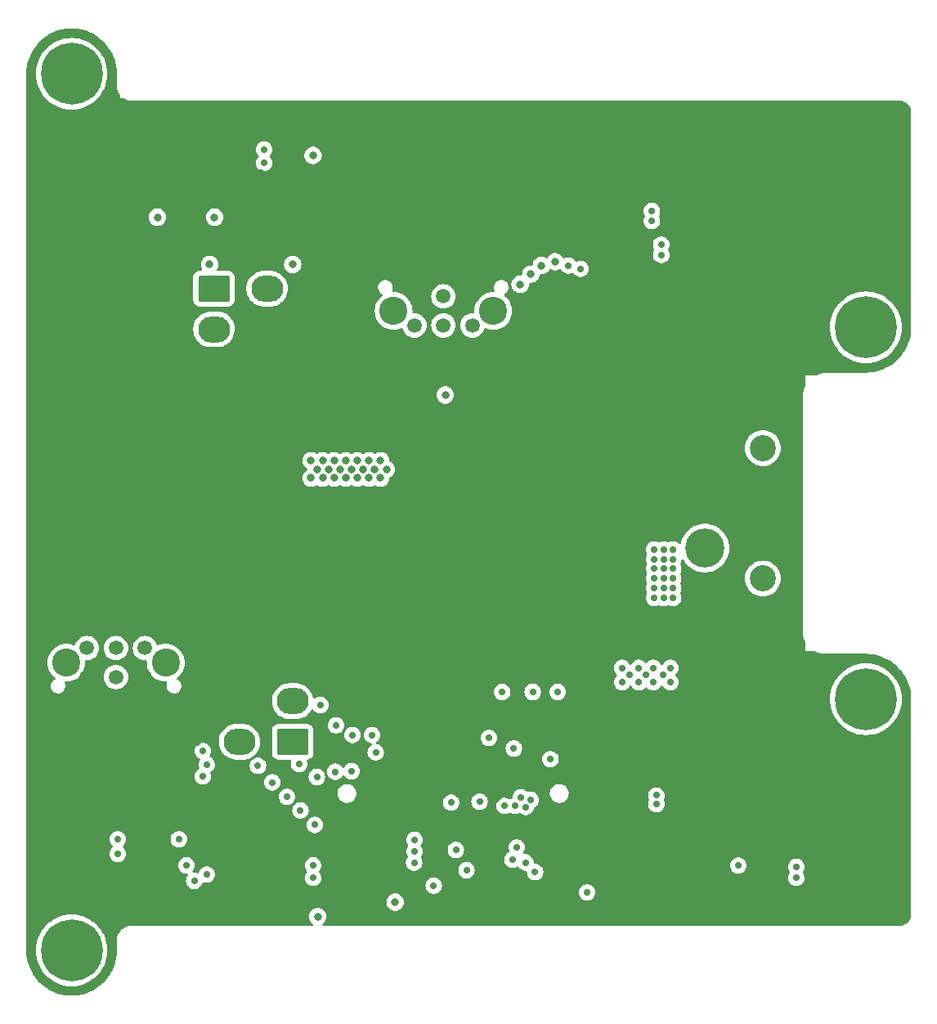
<source format=gbr>
%TF.GenerationSoftware,KiCad,Pcbnew,7.0.7*%
%TF.CreationDate,2024-02-15T16:38:16+01:00*%
%TF.ProjectId,nav_lower_controller,6e61765f-6c6f-4776-9572-5f636f6e7472,1*%
%TF.SameCoordinates,Original*%
%TF.FileFunction,Copper,L2,Inr*%
%TF.FilePolarity,Positive*%
%FSLAX46Y46*%
G04 Gerber Fmt 4.6, Leading zero omitted, Abs format (unit mm)*
G04 Created by KiCad (PCBNEW 7.0.7) date 2024-02-15 16:38:16*
%MOMM*%
%LPD*%
G01*
G04 APERTURE LIST*
G04 Aperture macros list*
%AMRoundRect*
0 Rectangle with rounded corners*
0 $1 Rounding radius*
0 $2 $3 $4 $5 $6 $7 $8 $9 X,Y pos of 4 corners*
0 Add a 4 corners polygon primitive as box body*
4,1,4,$2,$3,$4,$5,$6,$7,$8,$9,$2,$3,0*
0 Add four circle primitives for the rounded corners*
1,1,$1+$1,$2,$3*
1,1,$1+$1,$4,$5*
1,1,$1+$1,$6,$7*
1,1,$1+$1,$8,$9*
0 Add four rect primitives between the rounded corners*
20,1,$1+$1,$2,$3,$4,$5,0*
20,1,$1+$1,$4,$5,$6,$7,0*
20,1,$1+$1,$6,$7,$8,$9,0*
20,1,$1+$1,$8,$9,$2,$3,0*%
G04 Aperture macros list end*
%TA.AperFunction,ComponentPad*%
%ADD10O,1.800000X1.100000*%
%TD*%
%TA.AperFunction,ComponentPad*%
%ADD11O,2.200000X1.100000*%
%TD*%
%TA.AperFunction,ComponentPad*%
%ADD12C,4.400000*%
%TD*%
%TA.AperFunction,ComponentPad*%
%ADD13C,0.800000*%
%TD*%
%TA.AperFunction,ComponentPad*%
%ADD14C,6.400000*%
%TD*%
%TA.AperFunction,ComponentPad*%
%ADD15C,5.400000*%
%TD*%
%TA.AperFunction,ComponentPad*%
%ADD16C,4.050000*%
%TD*%
%TA.AperFunction,ComponentPad*%
%ADD17C,2.700000*%
%TD*%
%TA.AperFunction,ComponentPad*%
%ADD18RoundRect,0.250001X-1.399999X1.099999X-1.399999X-1.099999X1.399999X-1.099999X1.399999X1.099999X0*%
%TD*%
%TA.AperFunction,ComponentPad*%
%ADD19O,3.300000X2.700000*%
%TD*%
%TA.AperFunction,ComponentPad*%
%ADD20C,1.520000*%
%TD*%
%TA.AperFunction,ComponentPad*%
%ADD21C,2.910000*%
%TD*%
%TA.AperFunction,ComponentPad*%
%ADD22RoundRect,0.250001X1.399999X-1.099999X1.399999X1.099999X-1.399999X1.099999X-1.399999X-1.099999X0*%
%TD*%
%TA.AperFunction,ViaPad*%
%ADD23C,0.800000*%
%TD*%
%TA.AperFunction,ViaPad*%
%ADD24C,0.700000*%
%TD*%
G04 APERTURE END LIST*
D10*
%TO.N,GND*%
%TO.C,J11*%
X146400000Y-134750000D03*
D11*
X149200000Y-136900000D03*
D10*
X152000000Y-134750000D03*
%TD*%
D12*
%TO.N,GND*%
%TO.C,H9*%
X161250000Y-126000000D03*
%TD*%
D13*
%TO.N,Net-(C4-Pad1)*%
%TO.C,H5*%
X103100000Y-49750000D03*
X103802944Y-48052944D03*
X103802944Y-51447056D03*
X105500000Y-47350000D03*
D14*
X105500000Y-49750000D03*
D13*
X105500000Y-52150000D03*
X107197056Y-48052944D03*
X107197056Y-51447056D03*
X107900000Y-49750000D03*
%TD*%
D12*
%TO.N,GND*%
%TO.C,H10*%
X134250000Y-109000000D03*
%TD*%
D13*
%TO.N,GND*%
%TO.C,H3*%
X105425000Y-102100000D03*
X106018109Y-100668109D03*
X106018109Y-103531891D03*
X107450000Y-100075000D03*
D15*
X107450000Y-102100000D03*
D13*
X107450000Y-104125000D03*
X108881891Y-100668109D03*
X108881891Y-103531891D03*
X109475000Y-102100000D03*
%TD*%
%TO.N,Net-(C6-Pad1)*%
%TO.C,H7*%
X103100000Y-140500000D03*
X103802944Y-138802944D03*
X103802944Y-142197056D03*
X105500000Y-138100000D03*
D14*
X105500000Y-140500000D03*
D13*
X105500000Y-142900000D03*
X107197056Y-138802944D03*
X107197056Y-142197056D03*
X107900000Y-140500000D03*
%TD*%
%TO.N,GND*%
%TO.C,H2*%
X158525000Y-72800000D03*
X159118109Y-71368109D03*
X159118109Y-74231891D03*
X160550000Y-70775000D03*
D15*
X160550000Y-72800000D03*
D13*
X160550000Y-74825000D03*
X161981891Y-71368109D03*
X161981891Y-74231891D03*
X162575000Y-72800000D03*
%TD*%
%TO.N,GND*%
%TO.C,H4*%
X158525000Y-102100000D03*
X159118109Y-100668109D03*
X159118109Y-103531891D03*
X160550000Y-100075000D03*
D15*
X160550000Y-102100000D03*
D13*
X160550000Y-104125000D03*
X161981891Y-100668109D03*
X161981891Y-103531891D03*
X162575000Y-102100000D03*
%TD*%
D16*
%TO.N,GND*%
%TO.C,J1*%
X171087500Y-91650000D03*
%TO.N,VCC*%
X171087500Y-98850000D03*
D17*
%TO.N,N/C*%
X177087500Y-102000000D03*
X177087500Y-88500000D03*
%TD*%
D13*
%TO.N,Net-(C7-Pad1)*%
%TO.C,H8*%
X185350000Y-114500000D03*
X186052944Y-112802944D03*
X186052944Y-116197056D03*
X187750000Y-112100000D03*
D14*
X187750000Y-114500000D03*
D13*
X187750000Y-116900000D03*
X189447056Y-112802944D03*
X189447056Y-116197056D03*
X190150000Y-114500000D03*
%TD*%
%TO.N,GND*%
%TO.C,H1*%
X105425000Y-72800000D03*
X106018109Y-71368109D03*
X106018109Y-74231891D03*
X107450000Y-70775000D03*
D15*
X107450000Y-72800000D03*
D13*
X107450000Y-74825000D03*
X108881891Y-71368109D03*
X108881891Y-74231891D03*
X109475000Y-72800000D03*
%TD*%
%TO.N,Net-(C5-Pad1)*%
%TO.C,H6*%
X185350000Y-76000000D03*
X186052944Y-74302944D03*
X186052944Y-77697056D03*
X187750000Y-73600000D03*
D14*
X187750000Y-76000000D03*
D13*
X187750000Y-78400000D03*
X189447056Y-74302944D03*
X189447056Y-77697056D03*
X190150000Y-76000000D03*
%TD*%
D18*
%TO.N,/Driving controller/M1{slash}M+*%
%TO.C,J15*%
X120250000Y-72000000D03*
D19*
%TO.N,/Driving controller/M2{slash}M-*%
X120250000Y-76200000D03*
%TO.N,/Driving controller/M3*%
X125750000Y-72000000D03*
%TO.N,GND*%
X125750000Y-76200000D03*
%TD*%
D20*
%TO.N,/Steering controller/HS1-IN*%
%TO.C,J9*%
X113100000Y-109200000D03*
%TO.N,/Steering controller/HS2-IN*%
X110100000Y-109200000D03*
%TO.N,/Steering controller/HS3-IN*%
X107100000Y-109200000D03*
%TO.N,GND*%
X113100000Y-112200000D03*
%TO.N,Vsensor*%
X110100000Y-112200000D03*
%TO.N,GND*%
X107100000Y-112200000D03*
D21*
%TO.N,N/C*%
X115250000Y-110700000D03*
X104950000Y-110700000D03*
%TD*%
D22*
%TO.N,/Steering controller/M1{slash}M+*%
%TO.C,J12*%
X128400000Y-118900000D03*
D19*
%TO.N,/Steering controller/M2{slash}M-*%
X128400000Y-114700000D03*
%TO.N,/Steering controller/M3*%
X122900000Y-118900000D03*
%TO.N,GND*%
X122900000Y-114700000D03*
%TD*%
D20*
%TO.N,/Driving controller/HS1-IN*%
%TO.C,J13*%
X141000000Y-75800000D03*
%TO.N,/Driving controller/HS2-IN*%
X144000000Y-75800000D03*
%TO.N,/Driving controller/HS3-IN*%
X147000000Y-75800000D03*
%TO.N,GND*%
X141000000Y-72800000D03*
%TO.N,Vsensor2*%
X144000000Y-72800000D03*
%TO.N,GND*%
X147000000Y-72800000D03*
D21*
%TO.N,N/C*%
X138850000Y-74300000D03*
X149150000Y-74300000D03*
%TD*%
D23*
%TO.N,/Driving controller/CHA\u005C*%
X151950000Y-71550000D03*
%TO.N,/Driving controller/CHA*%
X153050000Y-70500000D03*
%TO.N,/Driving controller/CHB\u005C*%
X154150000Y-69600000D03*
%TO.N,/Driving controller/CHB*%
X155587342Y-69213081D03*
D24*
%TO.N,GND*%
X188590000Y-69930000D03*
X187890000Y-69230000D03*
X107300000Y-81200000D03*
X140300000Y-136100000D03*
X179000000Y-73400000D03*
X176400000Y-76900000D03*
X133100000Y-113900000D03*
X113550000Y-119050000D03*
X108000000Y-57400000D03*
X135780000Y-76670000D03*
X186200000Y-70600000D03*
X110800000Y-58800000D03*
X111800000Y-58100000D03*
X178400000Y-99400000D03*
X174400000Y-74900000D03*
X186710000Y-120900000D03*
X108700000Y-81200000D03*
X103600000Y-72100000D03*
X102900000Y-72800000D03*
X157300000Y-104100000D03*
X175500000Y-99900000D03*
X166000000Y-69800000D03*
X175500000Y-91500000D03*
X111200000Y-132500000D03*
X164100000Y-102100000D03*
X175300000Y-70100000D03*
X120300000Y-112400000D03*
X134700000Y-115800000D03*
X173300000Y-68100000D03*
X105500000Y-57400000D03*
X110080000Y-85770000D03*
X106700000Y-119000000D03*
X175500000Y-93200000D03*
X179300000Y-60300000D03*
X105500000Y-58800000D03*
X109400000Y-83300000D03*
X164100000Y-99700000D03*
X185500000Y-68500000D03*
X104800000Y-58100000D03*
X145600000Y-88200000D03*
X106900000Y-57400000D03*
X110800000Y-57400000D03*
X111300000Y-107500000D03*
X185310000Y-119500000D03*
X155750000Y-127100000D03*
X110100000Y-82600000D03*
X184610000Y-120200000D03*
X103100000Y-132900000D03*
X158900000Y-79200000D03*
X151100000Y-136900000D03*
X145600000Y-86700000D03*
X115950000Y-123300000D03*
X133300000Y-72600000D03*
X190500000Y-120230000D03*
X107800000Y-132900000D03*
X165300000Y-71900000D03*
X115200000Y-117600000D03*
X127000000Y-106800000D03*
X113300000Y-137400000D03*
X135080000Y-77370000D03*
X189290000Y-69230000D03*
X131200000Y-124800000D03*
X178400000Y-91300000D03*
X171700000Y-132100000D03*
X189100000Y-121630000D03*
X111900000Y-75300000D03*
X180600000Y-117400000D03*
X161700000Y-116200000D03*
X139100000Y-137000000D03*
X134380000Y-76670000D03*
X132200000Y-72700000D03*
X133500000Y-125800000D03*
X101600000Y-100700000D03*
X112500000Y-58800000D03*
X171000000Y-94900000D03*
X111900000Y-73700000D03*
X103600000Y-73500000D03*
X132980000Y-76670000D03*
X172300000Y-94900000D03*
X121300000Y-106800000D03*
X125800000Y-119100000D03*
X133500000Y-126900000D03*
X130600000Y-134400000D03*
X174400000Y-104900000D03*
X127650000Y-60000000D03*
X161200000Y-82700000D03*
X174800000Y-93900000D03*
X184100000Y-69900000D03*
X151500000Y-73800000D03*
X142500000Y-71500000D03*
X159100000Y-82000000D03*
X137800000Y-108100000D03*
X148600000Y-113800000D03*
X151500000Y-79000000D03*
X136000000Y-115800000D03*
X166700000Y-85600000D03*
X109380000Y-85070000D03*
X161700000Y-118200000D03*
X111800000Y-56700000D03*
X118500000Y-119000000D03*
X166900000Y-87600000D03*
X179200000Y-118800000D03*
X158900000Y-76100000D03*
X125600000Y-116700000D03*
X164600000Y-71200000D03*
X178400000Y-85400000D03*
X136600000Y-106800000D03*
X184800000Y-69200000D03*
X106000000Y-133300000D03*
X179300000Y-128800000D03*
X166000000Y-72600000D03*
X134400000Y-73800000D03*
X118600000Y-106800000D03*
X171400000Y-88200000D03*
X179000000Y-72000000D03*
X107980000Y-86470000D03*
X114600000Y-53700000D03*
X120300000Y-115500000D03*
X161700000Y-115200000D03*
X176900000Y-96000000D03*
X159800000Y-81300000D03*
X138700000Y-117300000D03*
X102200000Y-73500000D03*
X174800000Y-102300000D03*
X159080000Y-86570000D03*
X125600000Y-106800000D03*
X124100000Y-78600000D03*
X112500000Y-54400000D03*
X103100000Y-132000000D03*
X112500000Y-57400000D03*
X167400000Y-84900000D03*
X106200000Y-56700000D03*
X108680000Y-84370000D03*
X187700000Y-120230000D03*
X155100000Y-91300000D03*
X156100000Y-104100000D03*
X137800000Y-110400000D03*
X174800000Y-95300000D03*
X179200000Y-117400000D03*
X139600000Y-78100000D03*
X121600000Y-112400000D03*
X178400000Y-82600000D03*
X108700000Y-58100000D03*
X143300000Y-112200000D03*
X164600000Y-74100000D03*
X134400000Y-137000000D03*
X108600000Y-131500000D03*
X146350000Y-125150000D03*
X174000000Y-107800000D03*
X165300000Y-73400000D03*
X179300000Y-61600000D03*
X128300000Y-84900000D03*
X181100000Y-71300000D03*
X103000000Y-103500000D03*
X166000000Y-71200000D03*
X108000000Y-81900000D03*
X142500000Y-74400000D03*
X103250000Y-117700000D03*
X147300000Y-136900000D03*
X164100000Y-104500000D03*
X151500000Y-75200000D03*
X185310000Y-120900000D03*
X187700000Y-121630000D03*
X151350000Y-72600000D03*
X169900000Y-88200000D03*
X180500000Y-76100000D03*
X186900000Y-69900000D03*
X183910000Y-120900000D03*
X176200000Y-90700000D03*
X166400000Y-118900000D03*
X125600000Y-113600000D03*
X174000000Y-120500000D03*
X125100000Y-60000000D03*
X179300000Y-56500000D03*
X160200000Y-91800000D03*
X108000000Y-83300000D03*
X176800000Y-118700000D03*
X111300000Y-119350000D03*
X135780000Y-78070000D03*
X158700000Y-127800000D03*
X107300000Y-82600000D03*
X186900000Y-68500000D03*
X190500000Y-121630000D03*
X104800000Y-56700000D03*
X189100000Y-120230000D03*
X180400000Y-72000000D03*
X164400000Y-118900000D03*
X175500000Y-98500000D03*
X156900000Y-127100000D03*
X105000000Y-133300000D03*
X158800000Y-113700000D03*
X181300000Y-118100000D03*
X107280000Y-85770000D03*
X125800000Y-78600000D03*
X169800000Y-94900000D03*
X106200000Y-58100000D03*
X186200000Y-69200000D03*
X169500000Y-121600000D03*
X178400000Y-107300000D03*
X140800000Y-110800000D03*
X111000000Y-77800000D03*
X161180000Y-85870000D03*
X109400000Y-57400000D03*
X164900000Y-119700000D03*
X133680000Y-77370000D03*
X116600000Y-119000000D03*
X102900000Y-74200000D03*
X138900000Y-78800000D03*
X167500000Y-121600000D03*
X179300000Y-55200000D03*
X179200000Y-120200000D03*
X164600000Y-72600000D03*
X172800000Y-121600000D03*
X176900000Y-93200000D03*
X146800000Y-81900000D03*
X164600000Y-75500000D03*
X107980000Y-85070000D03*
X138700000Y-119700000D03*
X125600000Y-115500000D03*
X142000000Y-110800000D03*
X108700000Y-82600000D03*
X115400000Y-137000000D03*
X138200000Y-76700000D03*
X166700000Y-76200000D03*
X103300000Y-114900000D03*
X166700000Y-84200000D03*
X180500000Y-114400000D03*
X160500000Y-83400000D03*
X106900000Y-133300000D03*
X111000000Y-74500000D03*
X159780000Y-84470000D03*
X162800000Y-115200000D03*
X180400000Y-73400000D03*
X139600000Y-76700000D03*
X109900000Y-120600000D03*
X184610000Y-121600000D03*
X141200000Y-114800000D03*
X111900000Y-88500000D03*
X173000000Y-88200000D03*
X159100000Y-83400000D03*
X111800000Y-53700000D03*
X179300000Y-57800000D03*
X103700000Y-101400000D03*
X160480000Y-86570000D03*
X133200000Y-75200000D03*
X101600000Y-103500000D03*
X120300000Y-113600000D03*
X152000000Y-136000000D03*
X145500000Y-71500000D03*
X157500000Y-113700000D03*
X156800000Y-91300000D03*
X141400000Y-135000000D03*
X139500000Y-71500000D03*
X132980000Y-78070000D03*
X112400000Y-136800000D03*
X176900000Y-94600000D03*
X112000000Y-128500000D03*
X173300000Y-62800000D03*
X107800000Y-132000000D03*
X111500000Y-72600000D03*
X106900000Y-58800000D03*
X178400000Y-104500000D03*
X101500000Y-71400000D03*
X110100000Y-56700000D03*
X120300000Y-116700000D03*
X140800000Y-112200000D03*
X162550000Y-121350000D03*
X109400000Y-58800000D03*
X166400000Y-115200000D03*
X103250000Y-116300000D03*
X114600000Y-58100000D03*
X132200000Y-71500000D03*
X110100000Y-81200000D03*
X176200000Y-95300000D03*
X174800000Y-99200000D03*
X158900000Y-77700000D03*
X158400000Y-81300000D03*
X160500000Y-82000000D03*
X174800000Y-97800000D03*
X164600000Y-84900000D03*
X104800000Y-119000000D03*
X146400000Y-136000000D03*
X104000000Y-133300000D03*
X123100000Y-77300000D03*
X135080000Y-78770000D03*
X108000000Y-58800000D03*
X186710000Y-119500000D03*
X112700000Y-70900000D03*
X127700000Y-78100000D03*
X179000000Y-70600000D03*
X165300000Y-74800000D03*
X138200000Y-78100000D03*
X145600000Y-91400000D03*
X161180000Y-84470000D03*
X101500000Y-74200000D03*
X124100000Y-106800000D03*
X176200000Y-93900000D03*
X165300000Y-76200000D03*
X142500000Y-77300000D03*
X160350000Y-121350000D03*
X171000000Y-124400000D03*
X132300000Y-112900000D03*
X104100000Y-58800000D03*
X111900000Y-91400000D03*
X155000000Y-88900000D03*
X125600000Y-112400000D03*
X122900000Y-112400000D03*
X162600000Y-118900000D03*
X148100000Y-79000000D03*
X179300000Y-131400000D03*
X165900000Y-119700000D03*
X166700000Y-73400000D03*
X142000000Y-112200000D03*
X146100000Y-83400000D03*
X189990000Y-69930000D03*
X140100000Y-114800000D03*
X104100000Y-57400000D03*
X177200000Y-112500000D03*
X108600000Y-132400000D03*
X145600000Y-89800000D03*
X122600000Y-128200000D03*
X116050000Y-116100000D03*
X154900000Y-104100000D03*
X112500000Y-55800000D03*
X113900000Y-54400000D03*
X176900000Y-99900000D03*
X102300000Y-132400000D03*
X137800000Y-111500000D03*
X188400000Y-120930000D03*
X133200000Y-137000000D03*
X172300000Y-72800000D03*
X134380000Y-78070000D03*
X175500000Y-96000000D03*
X174000000Y-115800000D03*
X113200000Y-58100000D03*
X148400000Y-71500000D03*
X179300000Y-127600000D03*
X173600000Y-94900000D03*
X149800000Y-79000000D03*
X113200000Y-55100000D03*
X138700000Y-120900000D03*
X112700000Y-72100000D03*
X113900000Y-55800000D03*
X125800000Y-118000000D03*
X130000000Y-70300000D03*
X130500000Y-124000000D03*
X151700000Y-113800000D03*
X117200000Y-106800000D03*
X136800000Y-76700000D03*
X145600000Y-85100000D03*
X122700000Y-106800000D03*
X103700000Y-102800000D03*
X138600000Y-113500000D03*
X156800000Y-88900000D03*
X110100000Y-58100000D03*
X114850000Y-116100000D03*
X183910000Y-119500000D03*
X160480000Y-85170000D03*
X158380000Y-85870000D03*
X103000000Y-100700000D03*
X118100000Y-123300000D03*
X137800000Y-112600000D03*
X165300000Y-84200000D03*
X138700000Y-118500000D03*
X123100000Y-74500000D03*
X175500000Y-97100000D03*
X102300000Y-133500000D03*
X188400000Y-119530000D03*
X180600000Y-120200000D03*
X165300000Y-70500000D03*
X159080000Y-85170000D03*
X184100000Y-68500000D03*
X162200000Y-114300000D03*
X178400000Y-94100000D03*
X176900000Y-91500000D03*
X120100000Y-117900000D03*
X179900000Y-118100000D03*
X166000000Y-74100000D03*
X166700000Y-74800000D03*
X162000000Y-119700000D03*
X179700000Y-71300000D03*
X164600000Y-69800000D03*
X164300000Y-114300000D03*
X174800000Y-92400000D03*
X103000000Y-102100000D03*
X123200000Y-79700000D03*
X128300000Y-91400000D03*
X113200000Y-56700000D03*
X114600000Y-55100000D03*
X101600000Y-102100000D03*
X128300000Y-89900000D03*
X137500000Y-78800000D03*
X123700000Y-128200000D03*
X113900000Y-58800000D03*
X128300000Y-86600000D03*
X128300000Y-88200000D03*
X108250000Y-119000000D03*
X111000000Y-76200000D03*
X181300000Y-119500000D03*
X186010000Y-120200000D03*
X113200000Y-53700000D03*
X102300000Y-102800000D03*
X134400000Y-75200000D03*
X180400000Y-70600000D03*
X189290000Y-70630000D03*
X123100000Y-76000000D03*
X102300000Y-131400000D03*
X176900000Y-97100000D03*
X107280000Y-84370000D03*
X167300000Y-123550000D03*
X109380000Y-86470000D03*
X176900000Y-98500000D03*
X124200000Y-112400000D03*
X176200000Y-92400000D03*
X111800000Y-55100000D03*
X133200000Y-73800000D03*
X101500000Y-72800000D03*
X148400000Y-77300000D03*
X128500000Y-106800000D03*
X176200000Y-97800000D03*
X178400000Y-109900000D03*
X137400000Y-115800000D03*
X114600000Y-120200000D03*
X136800000Y-78100000D03*
X111500000Y-136300000D03*
X166050000Y-123350000D03*
X112900000Y-106000000D03*
X173200000Y-127600000D03*
X111900000Y-78500000D03*
X174000000Y-109100000D03*
X179300000Y-59000000D03*
X109400000Y-81900000D03*
X166900000Y-91900000D03*
X166000000Y-84900000D03*
X180600000Y-118800000D03*
X187890000Y-70630000D03*
X158400000Y-82700000D03*
X185500000Y-69900000D03*
X102300000Y-101400000D03*
X158500000Y-91800000D03*
X189800000Y-120930000D03*
X174800000Y-103600000D03*
X166700000Y-71900000D03*
X146800000Y-80200000D03*
X165300000Y-85600000D03*
X108680000Y-85770000D03*
X114600000Y-56700000D03*
X159800000Y-82700000D03*
X159780000Y-85870000D03*
X179900000Y-119500000D03*
X166700000Y-70500000D03*
X189990000Y-68530000D03*
X190690000Y-69230000D03*
X170400000Y-70900000D03*
X165000000Y-115200000D03*
X166000000Y-75500000D03*
X186010000Y-121600000D03*
X111900000Y-77000000D03*
X137800000Y-109200000D03*
X161700000Y-117200000D03*
X181100000Y-72700000D03*
X160000000Y-113700000D03*
X189800000Y-119530000D03*
X179700000Y-72700000D03*
X184800000Y-70600000D03*
X102900000Y-71400000D03*
X113300000Y-136300000D03*
X108700000Y-56700000D03*
X131100000Y-71500000D03*
X164600000Y-83500000D03*
X102200000Y-72100000D03*
X113900000Y-57400000D03*
X166000000Y-83500000D03*
X165100000Y-122750000D03*
X133900000Y-114800000D03*
X174000000Y-116900000D03*
X143300000Y-110800000D03*
X175500000Y-94600000D03*
X133680000Y-78770000D03*
X137500000Y-77400000D03*
X111200000Y-121800000D03*
X158380000Y-84470000D03*
X179300000Y-126300000D03*
X161200000Y-81300000D03*
X190690000Y-70630000D03*
X110080000Y-84370000D03*
X166900000Y-93000000D03*
X165700000Y-114300000D03*
X174800000Y-90700000D03*
X111500000Y-137300000D03*
X130600000Y-135500000D03*
X167400000Y-83500000D03*
X179300000Y-130100000D03*
X128200000Y-76200000D03*
X188590000Y-68530000D03*
X138900000Y-77400000D03*
X119900000Y-106800000D03*
X178400000Y-96600000D03*
X163200000Y-119700000D03*
X176200000Y-99200000D03*
X178400000Y-78900000D03*
X165400000Y-118900000D03*
X111900000Y-89900000D03*
%TO.N,VCC*%
X165800000Y-104000000D03*
X165800000Y-103000000D03*
X166800000Y-101000000D03*
X165800000Y-99000000D03*
X167800000Y-103000000D03*
X165800000Y-100000000D03*
X167800000Y-100000000D03*
X166800000Y-104000000D03*
X167800000Y-102000000D03*
X166800000Y-99000000D03*
X167800000Y-99000000D03*
X166800000Y-102000000D03*
X166800000Y-100000000D03*
X166800000Y-103000000D03*
X165800000Y-102000000D03*
X167800000Y-104000000D03*
X165807795Y-100992441D03*
X167800000Y-101000000D03*
%TO.N,VBUS*%
X147750000Y-125100000D03*
X146400000Y-132200000D03*
D23*
%TO.N,/Driving controller/CHA{slash}HsDigIN1*%
X114400000Y-64600000D03*
%TO.N,/Driving controller/CHB{slash}HsDigIN2*%
X120300000Y-64600000D03*
D24*
%TO.N,/Steering controller/Clock{slash}HsDigOUT1*%
X118200000Y-133300000D03*
X110300000Y-129000000D03*
X130500000Y-131700000D03*
%TO.N,/Steering controller/Clock{slash}HsDigOUT1\u005C*%
X130500000Y-133000000D03*
X116600000Y-129000000D03*
X117400000Y-131700000D03*
%TO.N,/Steering controller/Data{slash}HsDigIN4*%
X110300000Y-130500000D03*
%TO.N,/Steering controller/Data{slash}HsDigIN4\u005C*%
X119500000Y-132650500D03*
%TO.N,/Steering controller/CAN ID 2*%
X151401360Y-125548640D03*
X151599500Y-129849500D03*
%TO.N,/Steering controller/CAN ID 3*%
X152500000Y-131400000D03*
X152500000Y-125650000D03*
%TO.N,/Steering controller/CAN ID 4*%
X153500000Y-132400000D03*
X153050000Y-124900000D03*
%TO.N,/Steering controller/CAN ID 5*%
X151150000Y-131100000D03*
X150350000Y-125550000D03*
%TO.N,/Steering controller/Auto bit rate*%
X152000000Y-124650000D03*
X158900000Y-134500000D03*
D23*
%TO.N,Vsensor2*%
X144200000Y-83000000D03*
D24*
%TO.N,/Steering controller/CHA\u005C*%
X150100000Y-113750000D03*
%TO.N,/Steering controller/CHA*%
X148700000Y-118500000D03*
%TO.N,/Steering controller/CHB\u005C*%
X153250000Y-113750000D03*
%TO.N,/Steering controller/CHB*%
X151300000Y-119600000D03*
%TO.N,/Steering controller/CHI\u005C*%
X155850000Y-113750000D03*
%TO.N,/Steering controller/CHI*%
X155100000Y-120700000D03*
%TO.N,/Steering controller/M1{slash}M+*%
X134500000Y-121950000D03*
X130900000Y-122550000D03*
X132800000Y-122000000D03*
X129050000Y-121200000D03*
%TO.N,/Steering controller/M2{slash}M-*%
X132900000Y-117200000D03*
X134600000Y-118200000D03*
X136600000Y-118200000D03*
X131250000Y-115100000D03*
X137000000Y-120000000D03*
%TO.N,/Steering controller/M3*%
X124800000Y-121400000D03*
X130700000Y-127500000D03*
X126300000Y-123100000D03*
X127800000Y-124600000D03*
X129200000Y-126000000D03*
%TO.N,/Steering controller/HS1-IN*%
X141000000Y-129050000D03*
X119100000Y-119850000D03*
%TO.N,/Steering controller/HS2-IN*%
X141000000Y-130250000D03*
X119500000Y-121250000D03*
%TO.N,/Steering controller/HS3-IN*%
X140975000Y-131400000D03*
X119100000Y-122500000D03*
%TO.N,Vsensor*%
X144800000Y-125200000D03*
D23*
X139000000Y-135500000D03*
X131000000Y-137000000D03*
D24*
%TO.N,/Driving controller/CHI\u005C*%
X156950000Y-69600000D03*
%TO.N,/Driving controller/CHI*%
X158200000Y-69950000D03*
D23*
%TO.N,/Driving controller/Clock{slash}HsDigOUT1*%
X119800000Y-69500000D03*
D24*
%TO.N,/Driving controller/Clock{slash}HsDigOUT1\u005C*%
X125450000Y-57600000D03*
D23*
%TO.N,/Driving controller/Data{slash}HsDigIN4*%
X128400000Y-69500000D03*
D24*
%TO.N,/Driving controller/Data{slash}HsDigIN4\u005C*%
X125450000Y-59000000D03*
%TO.N,/Steering controller/Data{slash}HsDigIN4_A53*%
X145300000Y-130100000D03*
X143000000Y-133800000D03*
%TO.N,/Steering controller/VCC_fused*%
X164250000Y-111250000D03*
X163250000Y-112000000D03*
X162500000Y-111250000D03*
X167500000Y-111250000D03*
X167500000Y-112750000D03*
X165750000Y-111250000D03*
X164250000Y-112750000D03*
X166750000Y-112000000D03*
X165000000Y-112000000D03*
X162500000Y-112750000D03*
X165750000Y-112750000D03*
D23*
%TO.N,/Driving controller/VCC_fused*%
X133900000Y-89800000D03*
X132100000Y-90700000D03*
X135100000Y-89800000D03*
X130900000Y-90700000D03*
X135100000Y-91600000D03*
X136900000Y-90700000D03*
X132700000Y-91600000D03*
X133300000Y-90700000D03*
X135700000Y-90700000D03*
X134500000Y-90700000D03*
X131500000Y-89800000D03*
X136300000Y-89800000D03*
X138100000Y-90700000D03*
X133900000Y-91600000D03*
X136300000Y-91600000D03*
X137500000Y-91600000D03*
X131500000Y-91600000D03*
X130300000Y-91600000D03*
X132700000Y-89800000D03*
X137500000Y-89800000D03*
X130300000Y-89800000D03*
D24*
%TO.N,/Driving controller/CAN-*%
X166553421Y-68500000D03*
X165591382Y-63950000D03*
X174534100Y-131715900D03*
X166050000Y-124449503D03*
X180535287Y-131850000D03*
%TO.N,/Driving controller/CAN+*%
X180550000Y-133000000D03*
X166553421Y-67450000D03*
X165591382Y-65000000D03*
X166050000Y-125349006D03*
D23*
%TO.N,Vaux2*%
X130500000Y-58200000D03*
%TD*%
%TA.AperFunction,Conductor*%
%TO.N,GND*%
G36*
X173400000Y-94000000D02*
G01*
X168800000Y-94000000D01*
X168800000Y-89400000D01*
X173400000Y-89400000D01*
X173400000Y-94000000D01*
G37*
%TD.AperFunction*%
%TD*%
%TA.AperFunction,Conductor*%
%TO.N,GND*%
G36*
X105713615Y-45055482D02*
G01*
X106128059Y-45092783D01*
X106133568Y-45093529D01*
X106543003Y-45167829D01*
X106548400Y-45169061D01*
X106949553Y-45279772D01*
X106954817Y-45281482D01*
X107344422Y-45427703D01*
X107349511Y-45429878D01*
X107724436Y-45610432D01*
X107729332Y-45613067D01*
X108086556Y-45826499D01*
X108091190Y-45829557D01*
X108427844Y-46074151D01*
X108432172Y-46077602D01*
X108601785Y-46225788D01*
X108745545Y-46351388D01*
X108749568Y-46355235D01*
X109037136Y-46656007D01*
X109040798Y-46660198D01*
X109300239Y-46985527D01*
X109303511Y-46990030D01*
X109532742Y-47337300D01*
X109535597Y-47342079D01*
X109732786Y-47708517D01*
X109735201Y-47713532D01*
X109898739Y-48096147D01*
X109900695Y-48101358D01*
X110029281Y-48497110D01*
X110030762Y-48502475D01*
X110123356Y-48908153D01*
X110124350Y-48913630D01*
X110180207Y-49325983D01*
X110180706Y-49331527D01*
X110199437Y-49748606D01*
X110199499Y-49751388D01*
X110199500Y-50952405D01*
X110199500Y-51110894D01*
X110231062Y-51330424D01*
X110293548Y-51543227D01*
X110385681Y-51744973D01*
X110385684Y-51744978D01*
X110421847Y-51801248D01*
X110480315Y-51892226D01*
X110500000Y-51959263D01*
X110500000Y-52250000D01*
X110790734Y-52250000D01*
X110857773Y-52269685D01*
X110857774Y-52269685D01*
X111005020Y-52364315D01*
X111005026Y-52364318D01*
X111206772Y-52456452D01*
X111367970Y-52503784D01*
X111419575Y-52518937D01*
X111451137Y-52523474D01*
X111639106Y-52550500D01*
X111693827Y-52550500D01*
X191202405Y-52550500D01*
X191247560Y-52550500D01*
X191252426Y-52550691D01*
X191278818Y-52552768D01*
X191427919Y-52564502D01*
X191447128Y-52567545D01*
X191611183Y-52606931D01*
X191629675Y-52612940D01*
X191755347Y-52664994D01*
X191785547Y-52677504D01*
X191802884Y-52686338D01*
X191946725Y-52774484D01*
X191962466Y-52785920D01*
X192090753Y-52895486D01*
X192104513Y-52909246D01*
X192214079Y-53037533D01*
X192225515Y-53053274D01*
X192313661Y-53197115D01*
X192322495Y-53214452D01*
X192387057Y-53370317D01*
X192393070Y-53388823D01*
X192432453Y-53552866D01*
X192435497Y-53572084D01*
X192449309Y-53747572D01*
X192449500Y-53752439D01*
X192449500Y-76000000D01*
X192431735Y-76406884D01*
X192431263Y-76412275D01*
X192378458Y-76813368D01*
X192377518Y-76818697D01*
X192289952Y-77213680D01*
X192288552Y-77218907D01*
X192166899Y-77604740D01*
X192165048Y-77609825D01*
X192010228Y-77983596D01*
X192007941Y-77988500D01*
X191821139Y-78347342D01*
X191818433Y-78352028D01*
X191601057Y-78693241D01*
X191597953Y-78697674D01*
X191351672Y-79018634D01*
X191348193Y-79022779D01*
X191074877Y-79321051D01*
X191071051Y-79324877D01*
X190772779Y-79598193D01*
X190768634Y-79601672D01*
X190447674Y-79847953D01*
X190443241Y-79851057D01*
X190102028Y-80068433D01*
X190097342Y-80071139D01*
X189738500Y-80257941D01*
X189733596Y-80260228D01*
X189359825Y-80415048D01*
X189354740Y-80416899D01*
X188968907Y-80538552D01*
X188963680Y-80539952D01*
X188568697Y-80627518D01*
X188563368Y-80628458D01*
X188162275Y-80681263D01*
X188156884Y-80681735D01*
X187750000Y-80699500D01*
X183606762Y-80699500D01*
X183322108Y-80731572D01*
X183042818Y-80795317D01*
X183042806Y-80795321D01*
X182772434Y-80889929D01*
X182772420Y-80889935D01*
X182664056Y-80942121D01*
X182569368Y-80987720D01*
X182515568Y-81000000D01*
X181500000Y-81000000D01*
X181500000Y-82015567D01*
X181487720Y-82069369D01*
X181389935Y-82272420D01*
X181389929Y-82272434D01*
X181295321Y-82542806D01*
X181295317Y-82542818D01*
X181231572Y-82822108D01*
X181199500Y-83106762D01*
X181199500Y-83106764D01*
X181199499Y-107639157D01*
X181225442Y-107852812D01*
X181233046Y-107915435D01*
X181256600Y-108010995D01*
X181299651Y-108185662D01*
X181398341Y-108445884D01*
X181450132Y-108544562D01*
X181485796Y-108612514D01*
X181500000Y-108670138D01*
X181500000Y-109500000D01*
X182329859Y-109500000D01*
X182387484Y-109514202D01*
X182554120Y-109601660D01*
X182745003Y-109674052D01*
X182814337Y-109700348D01*
X182814339Y-109700348D01*
X182814343Y-109700350D01*
X183084565Y-109766954D01*
X183298222Y-109792896D01*
X183360842Y-109800500D01*
X187750000Y-109800500D01*
X188156905Y-109818265D01*
X188162257Y-109818734D01*
X188563381Y-109871543D01*
X188568697Y-109872481D01*
X188963680Y-109960047D01*
X188968892Y-109961443D01*
X189354745Y-110083102D01*
X189359826Y-110084951D01*
X189733612Y-110239778D01*
X189738482Y-110242049D01*
X190097350Y-110428864D01*
X190102028Y-110431566D01*
X190443241Y-110648942D01*
X190447669Y-110652043D01*
X190742853Y-110878545D01*
X190768634Y-110898327D01*
X190772779Y-110901806D01*
X191071051Y-111175122D01*
X191074877Y-111178948D01*
X191348193Y-111477220D01*
X191351671Y-111481363D01*
X191571029Y-111767237D01*
X191597953Y-111802325D01*
X191601057Y-111806758D01*
X191818433Y-112147971D01*
X191821139Y-112152657D01*
X192002103Y-112500286D01*
X192007941Y-112511499D01*
X192010228Y-112516403D01*
X192165048Y-112890174D01*
X192166899Y-112895259D01*
X192288552Y-113281092D01*
X192289952Y-113286319D01*
X192377518Y-113681302D01*
X192378458Y-113686631D01*
X192431263Y-114087724D01*
X192431735Y-114093115D01*
X192449500Y-114499999D01*
X192449500Y-136747559D01*
X192449309Y-136752426D01*
X192435497Y-136927915D01*
X192432453Y-136947133D01*
X192393070Y-137111176D01*
X192387057Y-137129682D01*
X192322495Y-137285547D01*
X192313661Y-137302884D01*
X192225515Y-137446725D01*
X192214079Y-137462466D01*
X192104513Y-137590753D01*
X192090753Y-137604513D01*
X191962466Y-137714079D01*
X191946725Y-137725515D01*
X191802884Y-137813661D01*
X191785547Y-137822495D01*
X191629682Y-137887057D01*
X191611176Y-137893070D01*
X191447133Y-137932453D01*
X191427915Y-137935497D01*
X191252427Y-137949309D01*
X191247560Y-137949500D01*
X131606780Y-137949500D01*
X131539741Y-137929815D01*
X131493986Y-137877011D01*
X131484042Y-137807853D01*
X131513067Y-137744297D01*
X131533894Y-137725182D01*
X131549176Y-137714079D01*
X131605871Y-137672888D01*
X131732533Y-137532216D01*
X131827179Y-137368284D01*
X131885674Y-137188256D01*
X131905460Y-137000000D01*
X131885674Y-136811744D01*
X131827179Y-136631716D01*
X131732533Y-136467784D01*
X131605871Y-136327112D01*
X131605870Y-136327111D01*
X131452734Y-136215851D01*
X131452729Y-136215848D01*
X131279807Y-136138857D01*
X131279802Y-136138855D01*
X131134000Y-136107865D01*
X131094646Y-136099500D01*
X130905354Y-136099500D01*
X130872897Y-136106398D01*
X130720197Y-136138855D01*
X130720192Y-136138857D01*
X130547270Y-136215848D01*
X130547265Y-136215851D01*
X130394129Y-136327111D01*
X130267466Y-136467785D01*
X130172821Y-136631715D01*
X130172818Y-136631722D01*
X130119954Y-136794422D01*
X130114326Y-136811744D01*
X130094540Y-137000000D01*
X130114326Y-137188256D01*
X130114327Y-137188259D01*
X130172818Y-137368277D01*
X130172821Y-137368284D01*
X130267467Y-137532216D01*
X130394129Y-137672888D01*
X130450824Y-137714079D01*
X130466106Y-137725182D01*
X130508771Y-137780512D01*
X130514750Y-137850125D01*
X130482144Y-137911920D01*
X130421305Y-137946278D01*
X130393220Y-137949500D01*
X111639101Y-137949500D01*
X111419575Y-137981062D01*
X111419569Y-137981064D01*
X111206769Y-138043549D01*
X111206756Y-138043554D01*
X111005034Y-138135677D01*
X111005018Y-138135686D01*
X110818444Y-138255591D01*
X110818438Y-138255596D01*
X110802229Y-138269641D01*
X110738673Y-138298664D01*
X110721105Y-138299926D01*
X110600000Y-138299999D01*
X110600000Y-138413242D01*
X110580315Y-138480281D01*
X110569718Y-138494438D01*
X110505589Y-138568448D01*
X110505587Y-138568450D01*
X110505587Y-138568451D01*
X110505584Y-138568454D01*
X110385683Y-138755023D01*
X110385681Y-138755028D01*
X110293548Y-138956773D01*
X110231062Y-139169575D01*
X110199500Y-139389105D01*
X110199500Y-140498611D01*
X110199438Y-140501368D01*
X110189388Y-140725162D01*
X110180706Y-140918473D01*
X110180207Y-140924016D01*
X110124350Y-141336369D01*
X110123356Y-141341846D01*
X110030762Y-141747524D01*
X110029281Y-141752889D01*
X109900695Y-142148641D01*
X109898739Y-142153852D01*
X109735201Y-142536467D01*
X109732786Y-142541482D01*
X109535597Y-142907920D01*
X109532742Y-142912699D01*
X109303511Y-143259969D01*
X109300239Y-143264472D01*
X109040798Y-143589801D01*
X109037136Y-143593992D01*
X108749568Y-143894764D01*
X108745545Y-143898611D01*
X108432187Y-144172385D01*
X108427835Y-144175855D01*
X108091201Y-144420434D01*
X108086556Y-144423500D01*
X107729332Y-144636932D01*
X107724430Y-144639570D01*
X107349527Y-144820114D01*
X107344409Y-144822301D01*
X106954833Y-144968511D01*
X106949539Y-144970231D01*
X106548422Y-145080933D01*
X106542995Y-145082171D01*
X106133575Y-145156469D01*
X106128059Y-145157216D01*
X105713615Y-145194518D01*
X105708054Y-145194768D01*
X105291946Y-145194768D01*
X105286385Y-145194518D01*
X104871940Y-145157216D01*
X104866424Y-145156469D01*
X104457004Y-145082171D01*
X104451583Y-145080934D01*
X104050460Y-144970231D01*
X104045166Y-144968511D01*
X103655590Y-144822301D01*
X103650477Y-144820116D01*
X103275569Y-144639570D01*
X103270667Y-144636932D01*
X102913443Y-144423500D01*
X102908804Y-144420438D01*
X102572158Y-144175850D01*
X102567824Y-144172395D01*
X102254454Y-143898611D01*
X102250431Y-143894764D01*
X101962863Y-143593992D01*
X101959201Y-143589801D01*
X101699760Y-143264472D01*
X101696488Y-143259969D01*
X101467253Y-142912693D01*
X101464402Y-142907920D01*
X101267213Y-142541482D01*
X101264802Y-142536476D01*
X101101254Y-142153837D01*
X101099308Y-142148652D01*
X100970718Y-141752889D01*
X100969237Y-141747524D01*
X100876643Y-141341846D01*
X100875649Y-141336369D01*
X100819791Y-140924008D01*
X100819294Y-140918489D01*
X100800561Y-140501368D01*
X100800531Y-140500000D01*
X101794422Y-140500000D01*
X101806222Y-140725162D01*
X101814722Y-140887338D01*
X101875398Y-141270433D01*
X101893065Y-141336369D01*
X101975788Y-141645094D01*
X102114787Y-142007197D01*
X102290877Y-142352793D01*
X102502122Y-142678082D01*
X102502124Y-142678084D01*
X102746219Y-142979516D01*
X103020484Y-143253781D01*
X103054834Y-143281597D01*
X103321917Y-143497877D01*
X103563396Y-143654695D01*
X103647211Y-143709125D01*
X103992806Y-143885214D01*
X104354913Y-144024214D01*
X104729567Y-144124602D01*
X105112662Y-144185278D01*
X105478576Y-144204455D01*
X105499999Y-144205578D01*
X105500000Y-144205578D01*
X105500001Y-144205578D01*
X105520300Y-144204514D01*
X105887338Y-144185278D01*
X106270433Y-144124602D01*
X106645087Y-144024214D01*
X107007194Y-143885214D01*
X107352789Y-143709125D01*
X107678084Y-143497876D01*
X107979516Y-143253781D01*
X108253781Y-142979516D01*
X108497876Y-142678084D01*
X108709125Y-142352789D01*
X108885214Y-142007194D01*
X109024214Y-141645087D01*
X109124602Y-141270433D01*
X109185278Y-140887338D01*
X109205578Y-140500000D01*
X109185278Y-140112662D01*
X109124602Y-139729567D01*
X109024214Y-139354913D01*
X108885214Y-138992806D01*
X108709125Y-138647211D01*
X108609917Y-138494444D01*
X108497877Y-138321917D01*
X108347068Y-138135684D01*
X108253781Y-138020484D01*
X107979516Y-137746219D01*
X107734797Y-137548049D01*
X107678082Y-137502122D01*
X107352793Y-137290877D01*
X107007197Y-137114787D01*
X106645094Y-136975788D01*
X106538152Y-136947133D01*
X106270433Y-136875398D01*
X106270429Y-136875397D01*
X106270428Y-136875397D01*
X105887339Y-136814722D01*
X105500001Y-136794422D01*
X105499999Y-136794422D01*
X105112660Y-136814722D01*
X104729572Y-136875397D01*
X104729570Y-136875397D01*
X104354905Y-136975788D01*
X103992802Y-137114787D01*
X103647206Y-137290877D01*
X103321917Y-137502122D01*
X103020488Y-137746215D01*
X103020480Y-137746222D01*
X102746222Y-138020480D01*
X102746215Y-138020488D01*
X102502122Y-138321917D01*
X102290877Y-138647206D01*
X102114787Y-138992802D01*
X101975788Y-139354905D01*
X101875397Y-139729570D01*
X101875397Y-139729572D01*
X101814722Y-140112660D01*
X101794422Y-140499999D01*
X101794422Y-140500000D01*
X100800531Y-140500000D01*
X100800500Y-140498611D01*
X100800500Y-135500000D01*
X138094540Y-135500000D01*
X138114326Y-135688256D01*
X138114327Y-135688259D01*
X138172818Y-135868277D01*
X138172821Y-135868284D01*
X138267467Y-136032216D01*
X138363487Y-136138857D01*
X138394129Y-136172888D01*
X138547265Y-136284148D01*
X138547270Y-136284151D01*
X138720192Y-136361142D01*
X138720197Y-136361144D01*
X138905354Y-136400500D01*
X138905355Y-136400500D01*
X139094644Y-136400500D01*
X139094646Y-136400500D01*
X139279803Y-136361144D01*
X139452730Y-136284151D01*
X139605871Y-136172888D01*
X139732533Y-136032216D01*
X139827179Y-135868284D01*
X139885674Y-135688256D01*
X139905460Y-135500000D01*
X139885674Y-135311744D01*
X139827179Y-135131716D01*
X139732533Y-134967784D01*
X139605871Y-134827112D01*
X139605870Y-134827111D01*
X139452734Y-134715851D01*
X139452729Y-134715848D01*
X139279807Y-134638857D01*
X139279802Y-134638855D01*
X139134000Y-134607865D01*
X139094646Y-134599500D01*
X138905354Y-134599500D01*
X138872897Y-134606398D01*
X138720197Y-134638855D01*
X138720192Y-134638857D01*
X138547270Y-134715848D01*
X138547265Y-134715851D01*
X138394129Y-134827111D01*
X138267466Y-134967785D01*
X138172821Y-135131715D01*
X138172818Y-135131722D01*
X138137438Y-135240612D01*
X138114326Y-135311744D01*
X138094540Y-135500000D01*
X100800500Y-135500000D01*
X100800500Y-131699999D01*
X116544815Y-131699999D01*
X116563503Y-131877805D01*
X116563504Y-131877807D01*
X116618747Y-132047829D01*
X116618750Y-132047835D01*
X116708141Y-132202665D01*
X116744034Y-132242528D01*
X116827764Y-132335521D01*
X116827767Y-132335523D01*
X116827770Y-132335526D01*
X116972407Y-132440612D01*
X117135733Y-132513329D01*
X117310609Y-132550500D01*
X117310610Y-132550500D01*
X117451884Y-132550500D01*
X117518923Y-132570185D01*
X117564678Y-132622989D01*
X117574622Y-132692147D01*
X117545597Y-132755703D01*
X117544034Y-132757472D01*
X117508140Y-132797336D01*
X117418750Y-132952164D01*
X117418747Y-132952170D01*
X117363504Y-133122192D01*
X117363503Y-133122194D01*
X117344815Y-133299999D01*
X117363503Y-133477805D01*
X117363504Y-133477807D01*
X117418747Y-133647829D01*
X117418750Y-133647835D01*
X117508141Y-133802665D01*
X117549812Y-133848946D01*
X117627764Y-133935521D01*
X117627767Y-133935523D01*
X117627770Y-133935526D01*
X117772407Y-134040612D01*
X117935733Y-134113329D01*
X118110609Y-134150500D01*
X118110610Y-134150500D01*
X118289389Y-134150500D01*
X118289391Y-134150500D01*
X118464267Y-134113329D01*
X118627593Y-134040612D01*
X118772230Y-133935526D01*
X118891859Y-133802665D01*
X118981250Y-133647835D01*
X119023087Y-133519074D01*
X119062523Y-133461400D01*
X119126881Y-133434201D01*
X119191451Y-133444113D01*
X119235733Y-133463829D01*
X119410609Y-133501000D01*
X119410610Y-133501000D01*
X119589389Y-133501000D01*
X119589391Y-133501000D01*
X119764267Y-133463829D01*
X119927593Y-133391112D01*
X120072230Y-133286026D01*
X120191859Y-133153165D01*
X120280289Y-133000000D01*
X129644815Y-133000000D01*
X129663503Y-133177805D01*
X129663504Y-133177807D01*
X129718747Y-133347829D01*
X129718750Y-133347835D01*
X129808141Y-133502665D01*
X129822918Y-133519076D01*
X129927764Y-133635521D01*
X129927767Y-133635523D01*
X129927770Y-133635526D01*
X130072407Y-133740612D01*
X130235733Y-133813329D01*
X130410609Y-133850500D01*
X130410610Y-133850500D01*
X130589389Y-133850500D01*
X130589391Y-133850500D01*
X130764267Y-133813329D01*
X130794205Y-133800000D01*
X142144815Y-133800000D01*
X142163503Y-133977805D01*
X142163504Y-133977807D01*
X142218747Y-134147829D01*
X142218750Y-134147835D01*
X142308141Y-134302665D01*
X142325728Y-134322197D01*
X142427764Y-134435521D01*
X142427767Y-134435523D01*
X142427770Y-134435526D01*
X142572407Y-134540612D01*
X142735733Y-134613329D01*
X142910609Y-134650500D01*
X142910610Y-134650500D01*
X143089389Y-134650500D01*
X143089391Y-134650500D01*
X143264267Y-134613329D01*
X143427593Y-134540612D01*
X143483491Y-134499999D01*
X158044815Y-134499999D01*
X158063503Y-134677805D01*
X158063504Y-134677807D01*
X158118747Y-134847829D01*
X158118750Y-134847835D01*
X158208141Y-135002665D01*
X158249812Y-135048946D01*
X158327764Y-135135521D01*
X158327767Y-135135523D01*
X158327770Y-135135526D01*
X158472407Y-135240612D01*
X158635733Y-135313329D01*
X158810609Y-135350500D01*
X158810610Y-135350500D01*
X158989389Y-135350500D01*
X158989391Y-135350500D01*
X159164267Y-135313329D01*
X159327593Y-135240612D01*
X159472230Y-135135526D01*
X159475656Y-135131722D01*
X159498148Y-135106741D01*
X159591859Y-135002665D01*
X159681250Y-134847835D01*
X159736497Y-134677803D01*
X159755185Y-134500000D01*
X159736497Y-134322197D01*
X159681250Y-134152165D01*
X159591859Y-133997335D01*
X159536201Y-133935521D01*
X159472235Y-133864478D01*
X159472232Y-133864476D01*
X159472231Y-133864475D01*
X159472230Y-133864474D01*
X159327593Y-133759388D01*
X159164267Y-133686671D01*
X159164265Y-133686670D01*
X159036594Y-133659533D01*
X158989391Y-133649500D01*
X158810609Y-133649500D01*
X158779954Y-133656015D01*
X158635733Y-133686670D01*
X158635728Y-133686672D01*
X158472408Y-133759387D01*
X158327768Y-133864475D01*
X158208140Y-133997336D01*
X158118750Y-134152164D01*
X158118747Y-134152170D01*
X158063504Y-134322192D01*
X158063503Y-134322194D01*
X158044815Y-134499999D01*
X143483491Y-134499999D01*
X143572230Y-134435526D01*
X143691859Y-134302665D01*
X143781250Y-134147835D01*
X143836497Y-133977803D01*
X143855185Y-133800000D01*
X143836497Y-133622197D01*
X143789581Y-133477805D01*
X143781252Y-133452170D01*
X143781249Y-133452164D01*
X143691859Y-133297335D01*
X143645003Y-133245296D01*
X143572235Y-133164478D01*
X143572232Y-133164476D01*
X143572231Y-133164475D01*
X143572230Y-133164474D01*
X143427593Y-133059388D01*
X143264267Y-132986671D01*
X143264265Y-132986670D01*
X143101952Y-132952170D01*
X143089391Y-132949500D01*
X142910609Y-132949500D01*
X142898048Y-132952170D01*
X142735733Y-132986670D01*
X142735728Y-132986672D01*
X142572408Y-133059387D01*
X142427768Y-133164475D01*
X142308140Y-133297336D01*
X142218750Y-133452164D01*
X142218747Y-133452170D01*
X142163504Y-133622192D01*
X142163503Y-133622194D01*
X142144815Y-133800000D01*
X130794205Y-133800000D01*
X130927593Y-133740612D01*
X131072230Y-133635526D01*
X131191859Y-133502665D01*
X131281250Y-133347835D01*
X131336497Y-133177803D01*
X131355185Y-133000000D01*
X131336497Y-132822197D01*
X131294241Y-132692147D01*
X131281252Y-132652170D01*
X131281249Y-132652164D01*
X131281246Y-132652159D01*
X131191859Y-132497335D01*
X131169672Y-132472694D01*
X131133906Y-132432971D01*
X131103676Y-132369979D01*
X131112302Y-132300644D01*
X131133906Y-132267028D01*
X131191859Y-132202665D01*
X131281250Y-132047835D01*
X131336497Y-131877803D01*
X131355185Y-131700000D01*
X131336497Y-131522197D01*
X131296793Y-131400000D01*
X140119815Y-131400000D01*
X140138503Y-131577805D01*
X140138504Y-131577807D01*
X140193747Y-131747829D01*
X140193750Y-131747835D01*
X140283141Y-131902665D01*
X140324812Y-131948946D01*
X140402764Y-132035521D01*
X140402767Y-132035523D01*
X140402770Y-132035526D01*
X140547407Y-132140612D01*
X140710733Y-132213329D01*
X140885609Y-132250500D01*
X140885610Y-132250500D01*
X141064389Y-132250500D01*
X141064391Y-132250500D01*
X141239267Y-132213329D01*
X141269205Y-132200000D01*
X145544815Y-132200000D01*
X145563503Y-132377805D01*
X145563504Y-132377807D01*
X145618747Y-132547829D01*
X145618750Y-132547835D01*
X145708141Y-132702665D01*
X145748807Y-132747829D01*
X145827764Y-132835521D01*
X145827767Y-132835523D01*
X145827770Y-132835526D01*
X145972407Y-132940612D01*
X146135733Y-133013329D01*
X146310609Y-133050500D01*
X146310610Y-133050500D01*
X146489389Y-133050500D01*
X146489391Y-133050500D01*
X146664267Y-133013329D01*
X146827593Y-132940612D01*
X146972230Y-132835526D01*
X147091859Y-132702665D01*
X147181250Y-132547835D01*
X147236497Y-132377803D01*
X147255185Y-132200000D01*
X147236497Y-132022197D01*
X147208873Y-131937180D01*
X147181252Y-131852170D01*
X147181249Y-131852164D01*
X147180000Y-131850000D01*
X147091859Y-131697335D01*
X147045003Y-131645296D01*
X146972235Y-131564478D01*
X146972232Y-131564476D01*
X146972231Y-131564475D01*
X146972230Y-131564474D01*
X146827593Y-131459388D01*
X146664267Y-131386671D01*
X146664265Y-131386670D01*
X146501952Y-131352170D01*
X146489391Y-131349500D01*
X146310609Y-131349500D01*
X146298048Y-131352170D01*
X146135733Y-131386670D01*
X146135728Y-131386672D01*
X145972408Y-131459387D01*
X145827768Y-131564475D01*
X145708140Y-131697336D01*
X145618750Y-131852164D01*
X145618747Y-131852170D01*
X145563504Y-132022192D01*
X145563503Y-132022194D01*
X145544815Y-132200000D01*
X141269205Y-132200000D01*
X141402593Y-132140612D01*
X141547230Y-132035526D01*
X141554181Y-132027807D01*
X141573148Y-132006741D01*
X141666859Y-131902665D01*
X141756250Y-131747835D01*
X141811497Y-131577803D01*
X141830185Y-131400000D01*
X141811497Y-131222197D01*
X141771793Y-131100000D01*
X150294815Y-131100000D01*
X150313503Y-131277805D01*
X150313504Y-131277807D01*
X150368747Y-131447829D01*
X150368750Y-131447835D01*
X150458141Y-131602665D01*
X150499812Y-131648946D01*
X150577764Y-131735521D01*
X150577767Y-131735523D01*
X150577770Y-131735526D01*
X150722407Y-131840612D01*
X150885733Y-131913329D01*
X151060609Y-131950500D01*
X151060610Y-131950500D01*
X151239389Y-131950500D01*
X151239391Y-131950500D01*
X151414267Y-131913329D01*
X151577593Y-131840612D01*
X151603356Y-131821893D01*
X151669161Y-131798413D01*
X151737215Y-131814237D01*
X151783628Y-131860210D01*
X151808137Y-131902660D01*
X151808139Y-131902663D01*
X151927764Y-132035521D01*
X151927767Y-132035523D01*
X151927770Y-132035526D01*
X152072407Y-132140612D01*
X152235733Y-132213329D01*
X152410609Y-132250500D01*
X152410610Y-132250500D01*
X152522812Y-132250500D01*
X152589851Y-132270185D01*
X152635606Y-132322989D01*
X152646133Y-132387460D01*
X152644815Y-132399999D01*
X152663503Y-132577805D01*
X152663504Y-132577807D01*
X152718747Y-132747829D01*
X152718750Y-132747835D01*
X152808141Y-132902665D01*
X152842307Y-132940610D01*
X152927764Y-133035521D01*
X152927767Y-133035523D01*
X152927770Y-133035526D01*
X153072407Y-133140612D01*
X153235733Y-133213329D01*
X153410609Y-133250500D01*
X153410610Y-133250500D01*
X153589389Y-133250500D01*
X153589391Y-133250500D01*
X153764267Y-133213329D01*
X153927593Y-133140612D01*
X154072230Y-133035526D01*
X154191859Y-132902665D01*
X154281250Y-132747835D01*
X154336497Y-132577803D01*
X154355185Y-132400000D01*
X154336497Y-132222197D01*
X154308873Y-132137180D01*
X154281252Y-132052170D01*
X154281249Y-132052164D01*
X154278750Y-132047835D01*
X154191859Y-131897335D01*
X154137686Y-131837170D01*
X154072235Y-131764478D01*
X154072232Y-131764476D01*
X154072231Y-131764475D01*
X154072230Y-131764474D01*
X154005374Y-131715900D01*
X173678915Y-131715900D01*
X173697603Y-131893705D01*
X173697604Y-131893707D01*
X173752847Y-132063729D01*
X173752850Y-132063735D01*
X173842241Y-132218565D01*
X173870996Y-132250500D01*
X173961864Y-132351421D01*
X173961867Y-132351423D01*
X173961870Y-132351426D01*
X174106507Y-132456512D01*
X174269833Y-132529229D01*
X174444709Y-132566400D01*
X174444710Y-132566400D01*
X174623489Y-132566400D01*
X174623491Y-132566400D01*
X174798367Y-132529229D01*
X174961693Y-132456512D01*
X175106330Y-132351426D01*
X175120647Y-132335526D01*
X175150230Y-132302670D01*
X175225959Y-132218565D01*
X175315350Y-132063735D01*
X175370597Y-131893703D01*
X175375190Y-131850000D01*
X179680102Y-131850000D01*
X179698790Y-132027805D01*
X179698791Y-132027807D01*
X179754034Y-132197829D01*
X179754037Y-132197835D01*
X179843427Y-132352664D01*
X179847246Y-132357920D01*
X179846138Y-132358725D01*
X179873232Y-132415186D01*
X179864606Y-132484521D01*
X179858239Y-132497163D01*
X179768752Y-132652159D01*
X179768747Y-132652170D01*
X179713504Y-132822192D01*
X179713503Y-132822194D01*
X179694815Y-133000000D01*
X179713503Y-133177805D01*
X179713504Y-133177807D01*
X179768747Y-133347829D01*
X179768750Y-133347835D01*
X179858141Y-133502665D01*
X179872918Y-133519076D01*
X179977764Y-133635521D01*
X179977767Y-133635523D01*
X179977770Y-133635526D01*
X180122407Y-133740612D01*
X180285733Y-133813329D01*
X180460609Y-133850500D01*
X180460610Y-133850500D01*
X180639389Y-133850500D01*
X180639391Y-133850500D01*
X180814267Y-133813329D01*
X180977593Y-133740612D01*
X181122230Y-133635526D01*
X181241859Y-133502665D01*
X181331250Y-133347835D01*
X181386497Y-133177803D01*
X181405185Y-133000000D01*
X181386497Y-132822197D01*
X181344241Y-132692147D01*
X181331252Y-132652170D01*
X181331249Y-132652164D01*
X181331246Y-132652159D01*
X181241859Y-132497335D01*
X181238041Y-132492080D01*
X181239148Y-132491275D01*
X181212054Y-132434815D01*
X181220680Y-132365479D01*
X181227047Y-132352835D01*
X181227143Y-132352667D01*
X181227146Y-132352665D01*
X181316537Y-132197835D01*
X181371784Y-132027803D01*
X181390472Y-131850000D01*
X181371784Y-131672197D01*
X181328211Y-131538094D01*
X181316539Y-131502170D01*
X181316536Y-131502164D01*
X181291840Y-131459389D01*
X181227146Y-131347335D01*
X181180290Y-131295296D01*
X181107522Y-131214478D01*
X181107519Y-131214476D01*
X181107518Y-131214475D01*
X181107517Y-131214474D01*
X180962880Y-131109388D01*
X180799554Y-131036671D01*
X180799552Y-131036670D01*
X180671881Y-131009533D01*
X180624678Y-130999500D01*
X180445896Y-130999500D01*
X180431006Y-131002665D01*
X180271020Y-131036670D01*
X180271015Y-131036672D01*
X180107695Y-131109387D01*
X179963055Y-131214475D01*
X179843427Y-131347336D01*
X179754037Y-131502164D01*
X179754034Y-131502170D01*
X179698791Y-131672192D01*
X179698790Y-131672194D01*
X179680102Y-131850000D01*
X175375190Y-131850000D01*
X175389285Y-131715900D01*
X175370597Y-131538097D01*
X175329801Y-131412539D01*
X175315352Y-131368070D01*
X175315349Y-131368064D01*
X175306170Y-131352165D01*
X175225959Y-131213235D01*
X175179103Y-131161196D01*
X175106335Y-131080378D01*
X175106332Y-131080376D01*
X175106331Y-131080375D01*
X175106330Y-131080374D01*
X174961693Y-130975288D01*
X174798367Y-130902571D01*
X174798365Y-130902570D01*
X174670694Y-130875433D01*
X174623491Y-130865400D01*
X174444709Y-130865400D01*
X174414054Y-130871915D01*
X174269833Y-130902570D01*
X174269828Y-130902572D01*
X174106508Y-130975287D01*
X173961868Y-131080375D01*
X173842240Y-131213236D01*
X173752850Y-131368064D01*
X173752847Y-131368070D01*
X173697604Y-131538092D01*
X173697603Y-131538094D01*
X173678915Y-131715900D01*
X154005374Y-131715900D01*
X153927593Y-131659388D01*
X153764267Y-131586671D01*
X153764265Y-131586670D01*
X153636594Y-131559533D01*
X153589391Y-131549500D01*
X153477188Y-131549500D01*
X153410149Y-131529815D01*
X153364394Y-131477011D01*
X153353867Y-131412539D01*
X153355185Y-131400000D01*
X153336497Y-131222197D01*
X153290417Y-131080378D01*
X153281252Y-131052170D01*
X153281249Y-131052164D01*
X153272305Y-131036672D01*
X153191859Y-130897335D01*
X153140783Y-130840610D01*
X153072235Y-130764478D01*
X153072232Y-130764476D01*
X153072231Y-130764475D01*
X153072230Y-130764474D01*
X152927593Y-130659388D01*
X152764267Y-130586671D01*
X152764265Y-130586670D01*
X152592585Y-130550179D01*
X152589391Y-130549500D01*
X152410609Y-130549500D01*
X152410608Y-130549500D01*
X152404152Y-130550179D01*
X152403864Y-130547448D01*
X152346233Y-130543004D01*
X152290533Y-130500822D01*
X152266481Y-130435223D01*
X152281712Y-130367034D01*
X152289904Y-130354165D01*
X152291350Y-130352174D01*
X152291359Y-130352165D01*
X152294319Y-130347039D01*
X152308664Y-130322192D01*
X152380750Y-130197335D01*
X152435997Y-130027303D01*
X152454685Y-129849500D01*
X152435997Y-129671697D01*
X152381075Y-129502665D01*
X152380752Y-129501670D01*
X152380749Y-129501664D01*
X152359280Y-129464478D01*
X152291359Y-129346835D01*
X152237186Y-129286670D01*
X152171735Y-129213978D01*
X152171732Y-129213976D01*
X152171731Y-129213975D01*
X152171730Y-129213974D01*
X152027093Y-129108888D01*
X151863767Y-129036171D01*
X151863765Y-129036170D01*
X151736094Y-129009033D01*
X151688891Y-128999000D01*
X151510109Y-128999000D01*
X151479454Y-129005515D01*
X151335233Y-129036170D01*
X151335228Y-129036172D01*
X151171908Y-129108887D01*
X151027268Y-129213975D01*
X150907640Y-129346836D01*
X150818250Y-129501664D01*
X150818247Y-129501670D01*
X150763004Y-129671692D01*
X150763003Y-129671694D01*
X150744315Y-129849500D01*
X150763003Y-130027305D01*
X150763004Y-130027307D01*
X150817635Y-130195443D01*
X150819630Y-130265284D01*
X150783550Y-130325117D01*
X150750142Y-130347039D01*
X150722410Y-130359386D01*
X150722408Y-130359387D01*
X150577768Y-130464475D01*
X150458140Y-130597336D01*
X150368750Y-130752164D01*
X150368747Y-130752170D01*
X150313504Y-130922192D01*
X150313503Y-130922194D01*
X150294815Y-131100000D01*
X141771793Y-131100000D01*
X141765417Y-131080378D01*
X141756252Y-131052170D01*
X141756249Y-131052164D01*
X141747304Y-131036671D01*
X141670778Y-130904124D01*
X141654306Y-130836225D01*
X141677159Y-130770198D01*
X141686015Y-130759154D01*
X141691859Y-130752665D01*
X141781250Y-130597835D01*
X141781413Y-130597335D01*
X141799066Y-130543004D01*
X141836497Y-130427803D01*
X141855185Y-130250000D01*
X141839419Y-130100000D01*
X144444815Y-130100000D01*
X144463503Y-130277805D01*
X144463504Y-130277807D01*
X144518747Y-130447829D01*
X144518750Y-130447835D01*
X144608141Y-130602665D01*
X144649812Y-130648946D01*
X144727764Y-130735521D01*
X144727767Y-130735523D01*
X144727770Y-130735526D01*
X144872407Y-130840612D01*
X145035733Y-130913329D01*
X145210609Y-130950500D01*
X145210610Y-130950500D01*
X145389389Y-130950500D01*
X145389391Y-130950500D01*
X145564267Y-130913329D01*
X145727593Y-130840612D01*
X145872230Y-130735526D01*
X145991859Y-130602665D01*
X146081250Y-130447835D01*
X146136497Y-130277803D01*
X146155185Y-130100000D01*
X146136497Y-129922197D01*
X146081250Y-129752165D01*
X146078461Y-129747335D01*
X146034789Y-129671692D01*
X145991859Y-129597335D01*
X145945003Y-129545296D01*
X145872235Y-129464478D01*
X145872232Y-129464476D01*
X145872231Y-129464475D01*
X145872230Y-129464474D01*
X145727593Y-129359388D01*
X145564267Y-129286671D01*
X145564265Y-129286670D01*
X145436594Y-129259533D01*
X145389391Y-129249500D01*
X145210609Y-129249500D01*
X145179954Y-129256015D01*
X145035733Y-129286670D01*
X145035728Y-129286672D01*
X144872408Y-129359387D01*
X144727768Y-129464475D01*
X144608140Y-129597336D01*
X144518751Y-129752163D01*
X144518750Y-129752165D01*
X144463504Y-129922192D01*
X144463503Y-129922194D01*
X144444815Y-130100000D01*
X141839419Y-130100000D01*
X141836497Y-130072197D01*
X141781250Y-129902165D01*
X141691859Y-129747335D01*
X141678926Y-129732971D01*
X141648697Y-129669982D01*
X141657321Y-129600647D01*
X141678927Y-129567027D01*
X141691859Y-129552665D01*
X141781250Y-129397835D01*
X141836497Y-129227803D01*
X141855185Y-129050000D01*
X141836497Y-128872197D01*
X141781250Y-128702165D01*
X141691859Y-128547335D01*
X141645003Y-128495296D01*
X141572235Y-128414478D01*
X141572232Y-128414476D01*
X141572231Y-128414475D01*
X141572230Y-128414474D01*
X141427593Y-128309388D01*
X141264267Y-128236671D01*
X141264265Y-128236670D01*
X141136594Y-128209533D01*
X141089391Y-128199500D01*
X140910609Y-128199500D01*
X140879954Y-128206015D01*
X140735733Y-128236670D01*
X140735728Y-128236672D01*
X140572408Y-128309387D01*
X140427768Y-128414475D01*
X140308140Y-128547336D01*
X140218750Y-128702164D01*
X140218747Y-128702170D01*
X140163504Y-128872192D01*
X140163503Y-128872194D01*
X140144815Y-129050000D01*
X140163503Y-129227805D01*
X140163504Y-129227807D01*
X140218747Y-129397829D01*
X140218750Y-129397835D01*
X140308140Y-129552664D01*
X140321074Y-129567029D01*
X140351303Y-129630021D01*
X140342677Y-129699356D01*
X140321074Y-129732971D01*
X140308140Y-129747335D01*
X140218750Y-129902164D01*
X140218747Y-129902170D01*
X140163504Y-130072192D01*
X140163503Y-130072194D01*
X140155098Y-130152164D01*
X140144815Y-130250000D01*
X140147738Y-130277807D01*
X140163503Y-130427805D01*
X140163504Y-130427807D01*
X140218747Y-130597829D01*
X140218750Y-130597835D01*
X140304220Y-130745874D01*
X140320693Y-130813775D01*
X140297840Y-130879801D01*
X140288986Y-130890843D01*
X140283142Y-130897333D01*
X140283138Y-130897338D01*
X140193750Y-131052164D01*
X140193747Y-131052170D01*
X140138504Y-131222192D01*
X140138503Y-131222194D01*
X140119815Y-131400000D01*
X131296793Y-131400000D01*
X131292462Y-131386671D01*
X131281252Y-131352170D01*
X131281249Y-131352164D01*
X131191859Y-131197335D01*
X131112672Y-131109389D01*
X131072235Y-131064478D01*
X131072232Y-131064476D01*
X131072231Y-131064475D01*
X131072230Y-131064474D01*
X130927593Y-130959388D01*
X130764267Y-130886671D01*
X130764265Y-130886670D01*
X130636594Y-130859533D01*
X130589391Y-130849500D01*
X130410609Y-130849500D01*
X130379954Y-130856015D01*
X130235733Y-130886670D01*
X130235728Y-130886672D01*
X130072408Y-130959387D01*
X129927768Y-131064475D01*
X129808140Y-131197336D01*
X129718750Y-131352164D01*
X129718747Y-131352170D01*
X129663504Y-131522192D01*
X129663503Y-131522194D01*
X129644815Y-131700000D01*
X129663503Y-131877805D01*
X129663504Y-131877807D01*
X129718747Y-132047829D01*
X129718750Y-132047835D01*
X129808140Y-132202664D01*
X129866093Y-132267028D01*
X129896323Y-132330020D01*
X129887697Y-132399355D01*
X129866093Y-132432972D01*
X129808140Y-132497335D01*
X129718750Y-132652164D01*
X129718747Y-132652170D01*
X129663504Y-132822192D01*
X129663503Y-132822194D01*
X129644815Y-133000000D01*
X120280289Y-133000000D01*
X120281250Y-132998335D01*
X120336497Y-132828303D01*
X120355185Y-132650500D01*
X120336497Y-132472697D01*
X120297496Y-132352664D01*
X120281252Y-132302670D01*
X120281249Y-132302664D01*
X120280083Y-132300644D01*
X120191859Y-132147835D01*
X120116135Y-132063735D01*
X120072235Y-132014978D01*
X120072232Y-132014976D01*
X120072231Y-132014975D01*
X120072230Y-132014974D01*
X119927593Y-131909888D01*
X119764267Y-131837171D01*
X119764265Y-131837170D01*
X119636594Y-131810033D01*
X119589391Y-131800000D01*
X119410609Y-131800000D01*
X119379954Y-131806515D01*
X119235733Y-131837170D01*
X119235728Y-131837172D01*
X119072408Y-131909887D01*
X118927768Y-132014975D01*
X118808140Y-132147836D01*
X118718750Y-132302664D01*
X118718747Y-132302671D01*
X118676913Y-132431424D01*
X118637475Y-132489100D01*
X118573117Y-132516298D01*
X118508548Y-132506386D01*
X118464267Y-132486671D01*
X118464265Y-132486670D01*
X118322370Y-132456510D01*
X118289391Y-132449500D01*
X118148116Y-132449500D01*
X118081077Y-132429815D01*
X118035322Y-132377011D01*
X118025378Y-132307853D01*
X118054403Y-132244297D01*
X118055966Y-132242528D01*
X118091859Y-132202665D01*
X118181250Y-132047835D01*
X118236497Y-131877803D01*
X118255185Y-131700000D01*
X118236497Y-131522197D01*
X118192462Y-131386671D01*
X118181252Y-131352170D01*
X118181249Y-131352164D01*
X118091859Y-131197335D01*
X118012672Y-131109389D01*
X117972235Y-131064478D01*
X117972232Y-131064476D01*
X117972231Y-131064475D01*
X117972230Y-131064474D01*
X117827593Y-130959388D01*
X117664267Y-130886671D01*
X117664265Y-130886670D01*
X117536594Y-130859533D01*
X117489391Y-130849500D01*
X117310609Y-130849500D01*
X117279954Y-130856015D01*
X117135733Y-130886670D01*
X117135728Y-130886672D01*
X116972408Y-130959387D01*
X116827768Y-131064475D01*
X116708140Y-131197336D01*
X116618750Y-131352164D01*
X116618747Y-131352170D01*
X116563504Y-131522192D01*
X116563503Y-131522194D01*
X116544815Y-131699999D01*
X100800500Y-131699999D01*
X100800500Y-130500000D01*
X109444815Y-130500000D01*
X109463503Y-130677805D01*
X109463504Y-130677807D01*
X109518747Y-130847829D01*
X109518750Y-130847835D01*
X109608141Y-131002665D01*
X109638760Y-131036671D01*
X109727764Y-131135521D01*
X109727767Y-131135523D01*
X109727770Y-131135526D01*
X109872407Y-131240612D01*
X110035733Y-131313329D01*
X110210609Y-131350500D01*
X110210610Y-131350500D01*
X110389389Y-131350500D01*
X110389391Y-131350500D01*
X110564267Y-131313329D01*
X110727593Y-131240612D01*
X110872230Y-131135526D01*
X110991859Y-131002665D01*
X111081250Y-130847835D01*
X111136497Y-130677803D01*
X111155185Y-130500000D01*
X111136497Y-130322197D01*
X111081250Y-130152165D01*
X110991859Y-129997335D01*
X110945003Y-129945296D01*
X110872235Y-129864478D01*
X110872231Y-129864475D01*
X110872230Y-129864474D01*
X110852745Y-129850317D01*
X110810080Y-129794989D01*
X110804101Y-129725375D01*
X110836706Y-129663580D01*
X110852746Y-129649682D01*
X110872230Y-129635526D01*
X110991859Y-129502665D01*
X111081250Y-129347835D01*
X111136497Y-129177803D01*
X111155185Y-129000000D01*
X111155185Y-128999999D01*
X115744815Y-128999999D01*
X115763503Y-129177805D01*
X115763504Y-129177807D01*
X115818747Y-129347829D01*
X115818750Y-129347835D01*
X115908141Y-129502665D01*
X115949812Y-129548946D01*
X116027764Y-129635521D01*
X116027767Y-129635523D01*
X116027770Y-129635526D01*
X116172407Y-129740612D01*
X116335733Y-129813329D01*
X116510609Y-129850500D01*
X116510610Y-129850500D01*
X116689389Y-129850500D01*
X116689391Y-129850500D01*
X116864267Y-129813329D01*
X117027593Y-129740612D01*
X117172230Y-129635526D01*
X117291859Y-129502665D01*
X117381250Y-129347835D01*
X117436497Y-129177803D01*
X117455185Y-129000000D01*
X117436497Y-128822197D01*
X117381250Y-128652165D01*
X117291859Y-128497335D01*
X117217254Y-128414478D01*
X117172235Y-128364478D01*
X117172232Y-128364476D01*
X117172231Y-128364475D01*
X117172230Y-128364474D01*
X117027593Y-128259388D01*
X116864267Y-128186671D01*
X116864265Y-128186670D01*
X116736594Y-128159533D01*
X116689391Y-128149500D01*
X116510609Y-128149500D01*
X116479954Y-128156015D01*
X116335733Y-128186670D01*
X116335728Y-128186672D01*
X116172408Y-128259387D01*
X116027768Y-128364475D01*
X115908140Y-128497336D01*
X115818750Y-128652164D01*
X115818747Y-128652170D01*
X115763504Y-128822192D01*
X115763503Y-128822194D01*
X115744815Y-128999999D01*
X111155185Y-128999999D01*
X111136497Y-128822197D01*
X111081250Y-128652165D01*
X110991859Y-128497335D01*
X110917254Y-128414478D01*
X110872235Y-128364478D01*
X110872232Y-128364476D01*
X110872231Y-128364475D01*
X110872230Y-128364474D01*
X110727593Y-128259388D01*
X110564267Y-128186671D01*
X110564265Y-128186670D01*
X110436594Y-128159533D01*
X110389391Y-128149500D01*
X110210609Y-128149500D01*
X110179954Y-128156015D01*
X110035733Y-128186670D01*
X110035728Y-128186672D01*
X109872408Y-128259387D01*
X109727768Y-128364475D01*
X109608140Y-128497336D01*
X109518750Y-128652164D01*
X109518747Y-128652170D01*
X109463504Y-128822192D01*
X109463503Y-128822194D01*
X109444815Y-129000000D01*
X109463503Y-129177805D01*
X109463504Y-129177807D01*
X109518747Y-129347829D01*
X109518750Y-129347835D01*
X109608141Y-129502665D01*
X109649812Y-129548946D01*
X109727764Y-129635521D01*
X109727769Y-129635525D01*
X109747255Y-129649683D01*
X109789920Y-129705014D01*
X109795898Y-129774627D01*
X109763291Y-129836422D01*
X109747255Y-129850317D01*
X109727769Y-129864474D01*
X109608140Y-129997336D01*
X109518750Y-130152164D01*
X109518747Y-130152170D01*
X109463504Y-130322192D01*
X109463503Y-130322194D01*
X109444815Y-130500000D01*
X100800500Y-130500000D01*
X100800500Y-127499999D01*
X129844815Y-127499999D01*
X129863503Y-127677805D01*
X129863504Y-127677807D01*
X129918747Y-127847829D01*
X129918750Y-127847835D01*
X130008141Y-128002665D01*
X130049812Y-128048946D01*
X130127764Y-128135521D01*
X130127767Y-128135523D01*
X130127770Y-128135526D01*
X130272407Y-128240612D01*
X130435733Y-128313329D01*
X130610609Y-128350500D01*
X130610610Y-128350500D01*
X130789389Y-128350500D01*
X130789391Y-128350500D01*
X130964267Y-128313329D01*
X131127593Y-128240612D01*
X131272230Y-128135526D01*
X131391859Y-128002665D01*
X131481250Y-127847835D01*
X131536497Y-127677803D01*
X131555185Y-127500000D01*
X131536497Y-127322197D01*
X131481250Y-127152165D01*
X131391859Y-126997335D01*
X131345003Y-126945296D01*
X131272235Y-126864478D01*
X131272232Y-126864476D01*
X131272231Y-126864475D01*
X131272230Y-126864474D01*
X131127593Y-126759388D01*
X130964267Y-126686671D01*
X130964265Y-126686670D01*
X130836594Y-126659533D01*
X130789391Y-126649500D01*
X130610609Y-126649500D01*
X130579954Y-126656015D01*
X130435733Y-126686670D01*
X130435728Y-126686672D01*
X130272408Y-126759387D01*
X130127768Y-126864475D01*
X130008140Y-126997336D01*
X129918750Y-127152164D01*
X129918747Y-127152170D01*
X129863504Y-127322192D01*
X129863503Y-127322194D01*
X129844815Y-127499999D01*
X100800500Y-127499999D01*
X100800500Y-125999999D01*
X128344815Y-125999999D01*
X128363503Y-126177805D01*
X128363504Y-126177807D01*
X128418747Y-126347829D01*
X128418750Y-126347835D01*
X128508141Y-126502665D01*
X128549812Y-126548946D01*
X128627764Y-126635521D01*
X128627767Y-126635523D01*
X128627770Y-126635526D01*
X128772407Y-126740612D01*
X128935733Y-126813329D01*
X129110609Y-126850500D01*
X129110610Y-126850500D01*
X129289389Y-126850500D01*
X129289391Y-126850500D01*
X129464267Y-126813329D01*
X129627593Y-126740612D01*
X129772230Y-126635526D01*
X129891859Y-126502665D01*
X129981250Y-126347835D01*
X130036497Y-126177803D01*
X130055185Y-126000000D01*
X130036497Y-125822197D01*
X130005826Y-125727803D01*
X129981252Y-125652170D01*
X129981249Y-125652164D01*
X129891859Y-125497335D01*
X129845003Y-125445296D01*
X129772235Y-125364478D01*
X129772232Y-125364476D01*
X129772231Y-125364475D01*
X129772230Y-125364474D01*
X129627593Y-125259388D01*
X129464267Y-125186671D01*
X129464265Y-125186670D01*
X129336594Y-125159533D01*
X129289391Y-125149500D01*
X129110609Y-125149500D01*
X129079954Y-125156015D01*
X128935733Y-125186670D01*
X128935728Y-125186672D01*
X128772408Y-125259387D01*
X128627768Y-125364475D01*
X128508140Y-125497336D01*
X128418750Y-125652164D01*
X128418747Y-125652170D01*
X128363504Y-125822192D01*
X128363503Y-125822194D01*
X128344815Y-125999999D01*
X100800500Y-125999999D01*
X100800500Y-124600000D01*
X126944815Y-124600000D01*
X126963503Y-124777805D01*
X126963504Y-124777807D01*
X127018747Y-124947829D01*
X127018750Y-124947835D01*
X127108141Y-125102665D01*
X127149812Y-125148946D01*
X127227764Y-125235521D01*
X127227767Y-125235523D01*
X127227770Y-125235526D01*
X127372407Y-125340612D01*
X127535733Y-125413329D01*
X127710609Y-125450500D01*
X127710610Y-125450500D01*
X127889389Y-125450500D01*
X127889391Y-125450500D01*
X128064267Y-125413329D01*
X128227593Y-125340612D01*
X128372230Y-125235526D01*
X128381258Y-125225500D01*
X128417218Y-125185562D01*
X128491859Y-125102665D01*
X128581250Y-124947835D01*
X128636497Y-124777803D01*
X128655185Y-124600000D01*
X128636497Y-124422197D01*
X128596683Y-124299663D01*
X133020728Y-124299663D01*
X133050768Y-124495764D01*
X133050771Y-124495777D01*
X133119673Y-124681815D01*
X133119677Y-124681824D01*
X133224616Y-124850184D01*
X133224621Y-124850191D01*
X133317439Y-124947835D01*
X133361309Y-124993986D01*
X133524146Y-125107324D01*
X133706465Y-125185563D01*
X133900801Y-125225500D01*
X134049474Y-125225500D01*
X134197380Y-125210459D01*
X134230715Y-125200000D01*
X143944815Y-125200000D01*
X143963503Y-125377805D01*
X143963504Y-125377807D01*
X144018747Y-125547829D01*
X144018750Y-125547835D01*
X144108141Y-125702665D01*
X144149812Y-125748946D01*
X144227764Y-125835521D01*
X144227767Y-125835523D01*
X144227770Y-125835526D01*
X144372407Y-125940612D01*
X144535733Y-126013329D01*
X144710609Y-126050500D01*
X144710610Y-126050500D01*
X144889389Y-126050500D01*
X144889391Y-126050500D01*
X145064267Y-126013329D01*
X145227593Y-125940612D01*
X145372230Y-125835526D01*
X145491859Y-125702665D01*
X145581250Y-125547835D01*
X145636497Y-125377803D01*
X145655185Y-125200000D01*
X145644674Y-125100000D01*
X146894815Y-125100000D01*
X146913503Y-125277805D01*
X146913504Y-125277807D01*
X146968747Y-125447829D01*
X146968750Y-125447835D01*
X147058141Y-125602665D01*
X147092309Y-125640612D01*
X147177764Y-125735521D01*
X147177767Y-125735523D01*
X147177770Y-125735526D01*
X147322407Y-125840612D01*
X147485733Y-125913329D01*
X147660609Y-125950500D01*
X147660610Y-125950500D01*
X147839389Y-125950500D01*
X147839391Y-125950500D01*
X148014267Y-125913329D01*
X148177593Y-125840612D01*
X148322230Y-125735526D01*
X148329181Y-125727807D01*
X148357062Y-125696841D01*
X148441859Y-125602665D01*
X148472265Y-125550000D01*
X149494815Y-125550000D01*
X149513503Y-125727805D01*
X149513504Y-125727807D01*
X149568747Y-125897829D01*
X149568750Y-125897835D01*
X149658141Y-126052665D01*
X149691412Y-126089616D01*
X149777764Y-126185521D01*
X149777767Y-126185523D01*
X149777770Y-126185526D01*
X149922407Y-126290612D01*
X150085733Y-126363329D01*
X150260609Y-126400500D01*
X150260610Y-126400500D01*
X150439389Y-126400500D01*
X150439391Y-126400500D01*
X150614267Y-126363329D01*
X150777593Y-126290612D01*
X150803730Y-126271621D01*
X150869532Y-126248141D01*
X150937586Y-126263964D01*
X150949502Y-126271622D01*
X150968634Y-126285523D01*
X150973767Y-126289252D01*
X151137093Y-126361969D01*
X151311969Y-126399140D01*
X151311970Y-126399140D01*
X151490749Y-126399140D01*
X151490751Y-126399140D01*
X151665627Y-126361969D01*
X151828001Y-126289675D01*
X151897249Y-126280391D01*
X151951321Y-126302637D01*
X152072407Y-126390612D01*
X152235733Y-126463329D01*
X152410609Y-126500500D01*
X152410610Y-126500500D01*
X152589389Y-126500500D01*
X152589391Y-126500500D01*
X152764267Y-126463329D01*
X152927593Y-126390612D01*
X153072230Y-126285526D01*
X153084749Y-126271623D01*
X153132431Y-126218666D01*
X153191859Y-126152665D01*
X153281250Y-125997835D01*
X153336497Y-125827803D01*
X153342726Y-125768526D01*
X153369311Y-125703911D01*
X153415614Y-125668206D01*
X153477593Y-125640612D01*
X153622230Y-125535526D01*
X153630076Y-125526813D01*
X153648148Y-125506741D01*
X153741859Y-125402665D01*
X153772839Y-125349006D01*
X165194815Y-125349006D01*
X165213503Y-125526811D01*
X165213504Y-125526813D01*
X165268747Y-125696835D01*
X165268750Y-125696841D01*
X165358141Y-125851671D01*
X165399702Y-125897829D01*
X165477764Y-125984527D01*
X165477767Y-125984529D01*
X165477770Y-125984532D01*
X165622407Y-126089618D01*
X165785733Y-126162335D01*
X165960609Y-126199506D01*
X165960610Y-126199506D01*
X166139389Y-126199506D01*
X166139391Y-126199506D01*
X166314267Y-126162335D01*
X166477593Y-126089618D01*
X166622230Y-125984532D01*
X166741859Y-125851671D01*
X166831250Y-125696841D01*
X166886497Y-125526809D01*
X166905185Y-125349006D01*
X166886497Y-125171203D01*
X166831250Y-125001171D01*
X166808202Y-124961252D01*
X166791731Y-124893353D01*
X166808205Y-124837253D01*
X166825078Y-124808028D01*
X166831250Y-124797338D01*
X166886497Y-124627306D01*
X166905185Y-124449503D01*
X166886497Y-124271700D01*
X166850005Y-124159389D01*
X166831252Y-124101673D01*
X166831249Y-124101667D01*
X166741859Y-123946838D01*
X166695003Y-123894799D01*
X166622235Y-123813981D01*
X166622232Y-123813979D01*
X166622231Y-123813978D01*
X166622230Y-123813977D01*
X166477593Y-123708891D01*
X166314267Y-123636174D01*
X166314265Y-123636173D01*
X166156619Y-123602665D01*
X166139391Y-123599003D01*
X165960609Y-123599003D01*
X165943390Y-123602663D01*
X165785733Y-123636173D01*
X165785728Y-123636175D01*
X165622408Y-123708890D01*
X165477768Y-123813978D01*
X165358140Y-123946839D01*
X165268750Y-124101667D01*
X165268747Y-124101673D01*
X165213504Y-124271695D01*
X165213503Y-124271697D01*
X165194815Y-124449503D01*
X165213503Y-124627308D01*
X165213504Y-124627310D01*
X165268747Y-124797332D01*
X165268750Y-124797338D01*
X165275706Y-124809387D01*
X165291795Y-124837253D01*
X165308268Y-124905154D01*
X165291796Y-124961251D01*
X165268750Y-125001168D01*
X165213504Y-125171198D01*
X165213503Y-125171200D01*
X165194815Y-125349006D01*
X153772839Y-125349006D01*
X153831250Y-125247835D01*
X153886497Y-125077803D01*
X153905185Y-124900000D01*
X153886497Y-124722197D01*
X153835250Y-124564475D01*
X153831252Y-124552170D01*
X153831249Y-124552164D01*
X153798692Y-124495773D01*
X153741859Y-124397335D01*
X153656172Y-124302170D01*
X153653915Y-124299663D01*
X155020728Y-124299663D01*
X155050768Y-124495764D01*
X155050771Y-124495777D01*
X155119673Y-124681815D01*
X155119677Y-124681824D01*
X155224616Y-124850184D01*
X155224621Y-124850191D01*
X155317439Y-124947835D01*
X155361309Y-124993986D01*
X155524146Y-125107324D01*
X155706465Y-125185563D01*
X155900801Y-125225500D01*
X156049474Y-125225500D01*
X156197380Y-125210459D01*
X156273201Y-125186670D01*
X156386678Y-125151067D01*
X156560146Y-125054784D01*
X156710682Y-124925553D01*
X156832122Y-124768666D01*
X156919495Y-124590544D01*
X156969224Y-124398480D01*
X156979272Y-124200337D01*
X156949230Y-124004227D01*
X156880325Y-123818180D01*
X156860686Y-123786672D01*
X156775383Y-123649815D01*
X156775378Y-123649808D01*
X156638693Y-123506016D01*
X156638692Y-123506015D01*
X156475853Y-123392675D01*
X156293535Y-123314437D01*
X156099199Y-123274500D01*
X155950527Y-123274500D01*
X155950526Y-123274500D01*
X155802619Y-123289540D01*
X155613329Y-123348930D01*
X155613320Y-123348934D01*
X155439852Y-123445217D01*
X155439851Y-123445217D01*
X155289319Y-123574445D01*
X155289317Y-123574446D01*
X155167879Y-123731331D01*
X155167877Y-123731335D01*
X155080503Y-123909459D01*
X155030777Y-124101511D01*
X155030776Y-124101517D01*
X155020728Y-124299662D01*
X155020728Y-124299663D01*
X153653915Y-124299663D01*
X153622235Y-124264478D01*
X153622232Y-124264476D01*
X153622231Y-124264475D01*
X153622230Y-124264474D01*
X153477593Y-124159388D01*
X153314267Y-124086671D01*
X153314265Y-124086670D01*
X153186594Y-124059533D01*
X153139391Y-124049500D01*
X152960609Y-124049500D01*
X152923439Y-124057400D01*
X152785734Y-124086670D01*
X152785725Y-124086673D01*
X152762029Y-124097223D01*
X152692779Y-124106506D01*
X152629504Y-124076875D01*
X152619449Y-124066915D01*
X152572231Y-124014475D01*
X152503412Y-123964474D01*
X152427593Y-123909388D01*
X152264267Y-123836671D01*
X152264265Y-123836670D01*
X152136594Y-123809533D01*
X152089391Y-123799500D01*
X151910609Y-123799500D01*
X151879954Y-123806015D01*
X151735733Y-123836670D01*
X151735728Y-123836672D01*
X151572408Y-123909387D01*
X151427768Y-124014475D01*
X151308140Y-124147336D01*
X151218750Y-124302164D01*
X151218747Y-124302170D01*
X151163504Y-124472192D01*
X151163503Y-124472194D01*
X151144815Y-124650002D01*
X151144815Y-124651346D01*
X151144595Y-124652094D01*
X151144136Y-124656463D01*
X151143337Y-124656379D01*
X151125130Y-124718385D01*
X151072326Y-124764140D01*
X151071251Y-124764625D01*
X150973768Y-124808027D01*
X150973764Y-124808030D01*
X150947628Y-124827019D01*
X150881822Y-124850498D01*
X150813768Y-124834672D01*
X150801858Y-124827018D01*
X150777594Y-124809389D01*
X150777593Y-124809388D01*
X150614267Y-124736671D01*
X150614265Y-124736670D01*
X150486594Y-124709533D01*
X150439391Y-124699500D01*
X150260609Y-124699500D01*
X150229954Y-124706015D01*
X150085733Y-124736670D01*
X150085728Y-124736672D01*
X149922408Y-124809387D01*
X149777768Y-124914475D01*
X149658140Y-125047336D01*
X149568750Y-125202164D01*
X149568747Y-125202170D01*
X149513504Y-125372192D01*
X149513503Y-125372194D01*
X149494815Y-125550000D01*
X148472265Y-125550000D01*
X148531250Y-125447835D01*
X148586497Y-125277803D01*
X148605185Y-125100000D01*
X148586497Y-124922197D01*
X148539581Y-124777805D01*
X148531252Y-124752170D01*
X148531249Y-124752164D01*
X148522305Y-124736672D01*
X148441859Y-124597335D01*
X148395003Y-124545296D01*
X148322235Y-124464478D01*
X148322232Y-124464476D01*
X148322231Y-124464475D01*
X148322230Y-124464474D01*
X148177593Y-124359388D01*
X148014267Y-124286671D01*
X148014265Y-124286670D01*
X147851952Y-124252170D01*
X147839391Y-124249500D01*
X147660609Y-124249500D01*
X147648048Y-124252170D01*
X147485733Y-124286670D01*
X147485728Y-124286672D01*
X147322408Y-124359387D01*
X147177768Y-124464475D01*
X147058140Y-124597336D01*
X146968750Y-124752164D01*
X146968747Y-124752170D01*
X146913504Y-124922192D01*
X146913503Y-124922194D01*
X146894815Y-125100000D01*
X145644674Y-125100000D01*
X145636497Y-125022197D01*
X145594633Y-124893353D01*
X145581252Y-124852170D01*
X145581249Y-124852164D01*
X145491859Y-124697335D01*
X145428806Y-124627308D01*
X145372235Y-124564478D01*
X145372232Y-124564476D01*
X145372231Y-124564475D01*
X145372230Y-124564474D01*
X145227593Y-124459388D01*
X145064267Y-124386671D01*
X145064265Y-124386670D01*
X144935906Y-124359387D01*
X144889391Y-124349500D01*
X144710609Y-124349500D01*
X144679954Y-124356015D01*
X144535733Y-124386670D01*
X144535728Y-124386672D01*
X144372408Y-124459387D01*
X144227768Y-124564475D01*
X144108140Y-124697336D01*
X144018750Y-124852164D01*
X144018747Y-124852170D01*
X143963504Y-125022192D01*
X143963503Y-125022194D01*
X143944815Y-125200000D01*
X134230715Y-125200000D01*
X134273201Y-125186670D01*
X134386678Y-125151067D01*
X134560146Y-125054784D01*
X134710682Y-124925553D01*
X134832122Y-124768666D01*
X134919495Y-124590544D01*
X134969224Y-124398480D01*
X134979272Y-124200337D01*
X134949230Y-124004227D01*
X134880325Y-123818180D01*
X134860686Y-123786672D01*
X134775383Y-123649815D01*
X134775378Y-123649808D01*
X134638693Y-123506016D01*
X134638692Y-123506015D01*
X134475853Y-123392675D01*
X134293535Y-123314437D01*
X134099199Y-123274500D01*
X133950527Y-123274500D01*
X133950526Y-123274500D01*
X133802619Y-123289540D01*
X133613329Y-123348930D01*
X133613320Y-123348934D01*
X133439852Y-123445217D01*
X133439851Y-123445217D01*
X133289319Y-123574445D01*
X133289317Y-123574446D01*
X133167879Y-123731331D01*
X133167877Y-123731335D01*
X133080503Y-123909459D01*
X133030777Y-124101511D01*
X133030776Y-124101517D01*
X133020728Y-124299662D01*
X133020728Y-124299663D01*
X128596683Y-124299663D01*
X128592462Y-124286671D01*
X128581252Y-124252170D01*
X128581249Y-124252164D01*
X128551324Y-124200332D01*
X128491859Y-124097335D01*
X128445003Y-124045296D01*
X128372235Y-123964478D01*
X128372232Y-123964476D01*
X128372231Y-123964475D01*
X128372230Y-123964474D01*
X128227593Y-123859388D01*
X128064267Y-123786671D01*
X128064265Y-123786670D01*
X127936594Y-123759533D01*
X127889391Y-123749500D01*
X127710609Y-123749500D01*
X127679954Y-123756015D01*
X127535733Y-123786670D01*
X127535728Y-123786672D01*
X127372408Y-123859387D01*
X127227768Y-123964475D01*
X127108140Y-124097336D01*
X127018750Y-124252164D01*
X127018747Y-124252170D01*
X126963504Y-124422192D01*
X126963503Y-124422194D01*
X126944815Y-124600000D01*
X100800500Y-124600000D01*
X100800500Y-122500000D01*
X118244815Y-122500000D01*
X118263503Y-122677805D01*
X118263504Y-122677807D01*
X118318747Y-122847829D01*
X118318750Y-122847835D01*
X118408141Y-123002665D01*
X118449812Y-123048946D01*
X118527764Y-123135521D01*
X118527767Y-123135523D01*
X118527770Y-123135526D01*
X118672407Y-123240612D01*
X118835733Y-123313329D01*
X119010609Y-123350500D01*
X119010610Y-123350500D01*
X119189389Y-123350500D01*
X119189391Y-123350500D01*
X119364267Y-123313329D01*
X119527593Y-123240612D01*
X119672230Y-123135526D01*
X119704219Y-123099999D01*
X125444815Y-123099999D01*
X125463503Y-123277805D01*
X125463504Y-123277807D01*
X125518747Y-123447829D01*
X125518750Y-123447835D01*
X125608141Y-123602665D01*
X125638312Y-123636173D01*
X125727764Y-123735521D01*
X125727767Y-123735523D01*
X125727770Y-123735526D01*
X125872407Y-123840612D01*
X126035733Y-123913329D01*
X126210609Y-123950500D01*
X126210610Y-123950500D01*
X126389389Y-123950500D01*
X126389391Y-123950500D01*
X126564267Y-123913329D01*
X126727593Y-123840612D01*
X126872230Y-123735526D01*
X126876008Y-123731331D01*
X126898148Y-123706741D01*
X126991859Y-123602665D01*
X127081250Y-123447835D01*
X127136497Y-123277803D01*
X127155185Y-123100000D01*
X127136497Y-122922197D01*
X127108873Y-122837181D01*
X127081252Y-122752170D01*
X127081249Y-122752164D01*
X126991859Y-122597335D01*
X126949238Y-122550000D01*
X130044815Y-122550000D01*
X130063503Y-122727805D01*
X130063504Y-122727807D01*
X130118747Y-122897829D01*
X130118750Y-122897835D01*
X130208141Y-123052665D01*
X130249812Y-123098946D01*
X130327764Y-123185521D01*
X130327767Y-123185523D01*
X130327770Y-123185526D01*
X130472407Y-123290612D01*
X130635733Y-123363329D01*
X130810609Y-123400500D01*
X130810610Y-123400500D01*
X130989389Y-123400500D01*
X130989391Y-123400500D01*
X131164267Y-123363329D01*
X131327593Y-123290612D01*
X131472230Y-123185526D01*
X131591859Y-123052665D01*
X131681250Y-122897835D01*
X131736497Y-122727803D01*
X131755185Y-122550000D01*
X131736497Y-122372197D01*
X131696630Y-122249500D01*
X131681252Y-122202170D01*
X131681249Y-122202164D01*
X131591859Y-122047335D01*
X131549238Y-122000000D01*
X131944815Y-122000000D01*
X131963503Y-122177805D01*
X131963504Y-122177807D01*
X132018747Y-122347829D01*
X132018750Y-122347835D01*
X132108141Y-122502665D01*
X132149812Y-122548946D01*
X132227764Y-122635521D01*
X132227767Y-122635523D01*
X132227770Y-122635526D01*
X132372407Y-122740612D01*
X132535733Y-122813329D01*
X132710609Y-122850500D01*
X132710610Y-122850500D01*
X132889389Y-122850500D01*
X132889391Y-122850500D01*
X133064267Y-122813329D01*
X133227593Y-122740612D01*
X133372230Y-122635526D01*
X133406618Y-122597335D01*
X133449238Y-122550000D01*
X133491859Y-122502665D01*
X133557048Y-122389754D01*
X133607612Y-122341541D01*
X133676219Y-122328317D01*
X133741084Y-122354285D01*
X133771820Y-122389756D01*
X133808140Y-122452663D01*
X133808139Y-122452663D01*
X133927764Y-122585521D01*
X133927767Y-122585523D01*
X133927770Y-122585526D01*
X134072407Y-122690612D01*
X134235733Y-122763329D01*
X134410609Y-122800500D01*
X134410610Y-122800500D01*
X134589389Y-122800500D01*
X134589391Y-122800500D01*
X134764267Y-122763329D01*
X134927593Y-122690612D01*
X135072230Y-122585526D01*
X135191859Y-122452665D01*
X135281250Y-122297835D01*
X135336497Y-122127803D01*
X135355185Y-121950000D01*
X135336497Y-121772197D01*
X135297496Y-121652164D01*
X135281252Y-121602170D01*
X135281249Y-121602164D01*
X135191859Y-121447335D01*
X135145003Y-121395296D01*
X135072235Y-121314478D01*
X135072232Y-121314476D01*
X135072231Y-121314475D01*
X135072230Y-121314474D01*
X134927593Y-121209388D01*
X134764267Y-121136671D01*
X134764265Y-121136670D01*
X134636594Y-121109533D01*
X134589391Y-121099500D01*
X134410609Y-121099500D01*
X134379954Y-121106015D01*
X134235733Y-121136670D01*
X134235728Y-121136672D01*
X134072408Y-121209387D01*
X133927768Y-121314475D01*
X133808139Y-121447336D01*
X133742953Y-121560243D01*
X133692386Y-121608459D01*
X133623779Y-121621682D01*
X133558914Y-121595713D01*
X133528179Y-121560243D01*
X133501093Y-121513329D01*
X133491859Y-121497335D01*
X133440783Y-121440610D01*
X133372235Y-121364478D01*
X133372232Y-121364476D01*
X133372231Y-121364475D01*
X133372230Y-121364474D01*
X133227593Y-121259388D01*
X133064267Y-121186671D01*
X133064265Y-121186670D01*
X132936594Y-121159533D01*
X132889391Y-121149500D01*
X132710609Y-121149500D01*
X132679954Y-121156015D01*
X132535733Y-121186670D01*
X132535728Y-121186672D01*
X132372408Y-121259387D01*
X132227768Y-121364475D01*
X132108140Y-121497336D01*
X132018750Y-121652164D01*
X132018747Y-121652170D01*
X131963504Y-121822192D01*
X131963503Y-121822194D01*
X131944815Y-122000000D01*
X131549238Y-122000000D01*
X131540785Y-121990612D01*
X131472235Y-121914478D01*
X131472232Y-121914476D01*
X131472231Y-121914475D01*
X131472230Y-121914474D01*
X131327593Y-121809388D01*
X131164267Y-121736671D01*
X131164265Y-121736670D01*
X131036594Y-121709533D01*
X130989391Y-121699500D01*
X130810609Y-121699500D01*
X130795719Y-121702665D01*
X130635733Y-121736670D01*
X130635728Y-121736672D01*
X130472408Y-121809387D01*
X130327768Y-121914475D01*
X130208140Y-122047336D01*
X130118750Y-122202164D01*
X130118747Y-122202170D01*
X130063504Y-122372192D01*
X130063503Y-122372194D01*
X130044815Y-122550000D01*
X126949238Y-122550000D01*
X126945003Y-122545296D01*
X126872235Y-122464478D01*
X126872232Y-122464476D01*
X126872231Y-122464475D01*
X126872230Y-122464474D01*
X126727593Y-122359388D01*
X126564267Y-122286671D01*
X126564265Y-122286670D01*
X126436594Y-122259533D01*
X126389391Y-122249500D01*
X126210609Y-122249500D01*
X126179954Y-122256015D01*
X126035733Y-122286670D01*
X126035728Y-122286672D01*
X125872408Y-122359387D01*
X125727768Y-122464475D01*
X125608140Y-122597336D01*
X125518750Y-122752164D01*
X125518747Y-122752170D01*
X125463504Y-122922192D01*
X125463503Y-122922194D01*
X125444815Y-123099999D01*
X119704219Y-123099999D01*
X119791859Y-123002665D01*
X119881250Y-122847835D01*
X119936497Y-122677803D01*
X119955185Y-122500000D01*
X119936497Y-122322197D01*
X119881250Y-122152165D01*
X119881243Y-122152154D01*
X119878923Y-122146942D01*
X119869632Y-122077693D01*
X119899254Y-122014413D01*
X119922839Y-121995126D01*
X119922335Y-121994432D01*
X119927593Y-121990612D01*
X120072230Y-121885526D01*
X120091185Y-121864475D01*
X120117253Y-121835523D01*
X120191859Y-121752665D01*
X120281250Y-121597835D01*
X120281940Y-121595713D01*
X120284965Y-121586399D01*
X120336497Y-121427803D01*
X120339419Y-121400000D01*
X123944815Y-121400000D01*
X123947738Y-121427807D01*
X123963503Y-121577805D01*
X123963504Y-121577807D01*
X124018747Y-121747829D01*
X124018750Y-121747835D01*
X124108141Y-121902665D01*
X124118775Y-121914475D01*
X124227764Y-122035521D01*
X124227767Y-122035523D01*
X124227770Y-122035526D01*
X124372407Y-122140612D01*
X124535733Y-122213329D01*
X124710609Y-122250500D01*
X124710610Y-122250500D01*
X124889389Y-122250500D01*
X124889391Y-122250500D01*
X125064267Y-122213329D01*
X125227593Y-122140612D01*
X125372230Y-122035526D01*
X125491859Y-121902665D01*
X125581250Y-121747835D01*
X125636497Y-121577803D01*
X125655185Y-121400000D01*
X125636497Y-121222197D01*
X125581250Y-121052165D01*
X125491859Y-120897335D01*
X125432893Y-120831847D01*
X125372235Y-120764478D01*
X125372232Y-120764476D01*
X125372231Y-120764475D01*
X125372230Y-120764474D01*
X125227593Y-120659388D01*
X125064267Y-120586671D01*
X125064265Y-120586670D01*
X124936594Y-120559533D01*
X124889391Y-120549500D01*
X124710609Y-120549500D01*
X124679954Y-120556015D01*
X124535733Y-120586670D01*
X124535728Y-120586672D01*
X124372408Y-120659387D01*
X124227768Y-120764475D01*
X124108140Y-120897336D01*
X124018750Y-121052164D01*
X124018747Y-121052170D01*
X123963504Y-121222192D01*
X123963503Y-121222194D01*
X123944815Y-121399999D01*
X123944815Y-121400000D01*
X120339419Y-121400000D01*
X120355185Y-121250000D01*
X120336497Y-121072197D01*
X120308873Y-120987181D01*
X120281252Y-120902170D01*
X120281249Y-120902164D01*
X120191859Y-120747335D01*
X120123938Y-120671901D01*
X120072235Y-120614478D01*
X120072232Y-120614476D01*
X120072231Y-120614475D01*
X120072230Y-120614474D01*
X119927593Y-120509388D01*
X119927592Y-120509387D01*
X119873442Y-120485278D01*
X119820205Y-120440028D01*
X119799884Y-120373179D01*
X119816489Y-120310003D01*
X119881250Y-120197835D01*
X119881413Y-120197335D01*
X119884965Y-120186399D01*
X119936497Y-120027803D01*
X119955185Y-119850000D01*
X119936497Y-119672197D01*
X119881250Y-119502165D01*
X119791859Y-119347335D01*
X119745003Y-119295296D01*
X119672235Y-119214478D01*
X119672232Y-119214476D01*
X119672231Y-119214475D01*
X119672230Y-119214474D01*
X119527593Y-119109388D01*
X119364267Y-119036671D01*
X119364265Y-119036670D01*
X119236594Y-119009533D01*
X119189391Y-118999500D01*
X119010609Y-118999500D01*
X118995719Y-119002665D01*
X118835733Y-119036670D01*
X118835728Y-119036672D01*
X118672408Y-119109387D01*
X118527768Y-119214475D01*
X118408140Y-119347336D01*
X118318750Y-119502164D01*
X118318747Y-119502170D01*
X118263504Y-119672192D01*
X118263503Y-119672194D01*
X118244815Y-119849999D01*
X118263503Y-120027805D01*
X118263504Y-120027807D01*
X118318747Y-120197829D01*
X118318748Y-120197830D01*
X118318750Y-120197835D01*
X118408141Y-120352665D01*
X118422472Y-120368581D01*
X118527764Y-120485521D01*
X118527767Y-120485523D01*
X118527770Y-120485526D01*
X118672407Y-120590612D01*
X118726557Y-120614721D01*
X118779793Y-120659970D01*
X118800115Y-120726820D01*
X118783508Y-120789999D01*
X118718752Y-120902159D01*
X118718747Y-120902170D01*
X118663504Y-121072192D01*
X118663503Y-121072194D01*
X118644815Y-121249999D01*
X118663503Y-121427805D01*
X118663504Y-121427807D01*
X118718750Y-121597838D01*
X118721082Y-121603075D01*
X118730363Y-121672326D01*
X118700732Y-121735601D01*
X118677164Y-121754877D01*
X118677666Y-121755568D01*
X118527768Y-121864475D01*
X118408140Y-121997336D01*
X118318750Y-122152164D01*
X118318747Y-122152170D01*
X118263504Y-122322192D01*
X118263503Y-122322194D01*
X118244815Y-122500000D01*
X100800500Y-122500000D01*
X100800500Y-118967763D01*
X120745787Y-118967763D01*
X120775413Y-119237013D01*
X120775415Y-119237024D01*
X120843470Y-119497336D01*
X120843928Y-119499088D01*
X120949870Y-119748390D01*
X121034262Y-119886671D01*
X121090979Y-119979605D01*
X121090986Y-119979615D01*
X121264253Y-120187819D01*
X121264259Y-120187824D01*
X121317495Y-120235523D01*
X121465998Y-120368582D01*
X121691910Y-120518044D01*
X121937176Y-120633020D01*
X121937183Y-120633022D01*
X121937185Y-120633023D01*
X122196557Y-120711057D01*
X122196564Y-120711058D01*
X122196569Y-120711060D01*
X122464561Y-120750500D01*
X122464566Y-120750500D01*
X123267636Y-120750500D01*
X123319133Y-120746730D01*
X123470156Y-120735677D01*
X123582758Y-120710593D01*
X123734546Y-120676782D01*
X123734548Y-120676781D01*
X123734553Y-120676780D01*
X123987558Y-120580014D01*
X124223777Y-120447441D01*
X124438177Y-120281888D01*
X124626186Y-120086881D01*
X124652561Y-120050015D01*
X126249500Y-120050015D01*
X126260000Y-120152795D01*
X126260001Y-120152797D01*
X126274925Y-120197835D01*
X126315186Y-120319335D01*
X126315187Y-120319337D01*
X126407286Y-120468651D01*
X126407289Y-120468655D01*
X126531344Y-120592710D01*
X126531348Y-120592713D01*
X126680662Y-120684812D01*
X126680664Y-120684813D01*
X126680666Y-120684814D01*
X126847203Y-120739999D01*
X126949992Y-120750500D01*
X128131111Y-120750500D01*
X128198150Y-120770185D01*
X128243905Y-120822989D01*
X128253849Y-120892147D01*
X128249042Y-120912818D01*
X128213504Y-121022192D01*
X128213503Y-121022194D01*
X128205378Y-121099500D01*
X128194815Y-121200000D01*
X128197148Y-121222194D01*
X128213503Y-121377805D01*
X128213504Y-121377807D01*
X128268747Y-121547829D01*
X128268750Y-121547835D01*
X128358141Y-121702665D01*
X128388760Y-121736671D01*
X128477764Y-121835521D01*
X128477767Y-121835523D01*
X128477770Y-121835526D01*
X128622407Y-121940612D01*
X128785733Y-122013329D01*
X128960609Y-122050500D01*
X128960610Y-122050500D01*
X129139389Y-122050500D01*
X129139391Y-122050500D01*
X129314267Y-122013329D01*
X129477593Y-121940612D01*
X129622230Y-121835526D01*
X129741859Y-121702665D01*
X129831250Y-121547835D01*
X129886497Y-121377803D01*
X129905185Y-121200000D01*
X129886497Y-121022197D01*
X129847340Y-120901687D01*
X129845346Y-120831847D01*
X129881426Y-120772014D01*
X129944127Y-120741186D01*
X129952670Y-120740012D01*
X129952679Y-120740010D01*
X129952797Y-120739999D01*
X130119334Y-120684814D01*
X130268655Y-120592711D01*
X130392711Y-120468655D01*
X130484814Y-120319334D01*
X130539999Y-120152797D01*
X130550500Y-120050008D01*
X130550500Y-118199999D01*
X133744815Y-118199999D01*
X133763503Y-118377805D01*
X133763504Y-118377807D01*
X133818747Y-118547829D01*
X133818750Y-118547835D01*
X133908141Y-118702665D01*
X133949812Y-118748946D01*
X134027764Y-118835521D01*
X134027767Y-118835523D01*
X134027770Y-118835526D01*
X134172407Y-118940612D01*
X134335733Y-119013329D01*
X134510609Y-119050500D01*
X134510610Y-119050500D01*
X134689389Y-119050500D01*
X134689391Y-119050500D01*
X134864267Y-119013329D01*
X135027593Y-118940612D01*
X135172230Y-118835526D01*
X135175194Y-118832235D01*
X135216220Y-118786670D01*
X135291859Y-118702665D01*
X135381250Y-118547835D01*
X135436497Y-118377803D01*
X135455185Y-118200000D01*
X135455185Y-118199999D01*
X135744815Y-118199999D01*
X135763503Y-118377805D01*
X135763504Y-118377807D01*
X135818747Y-118547829D01*
X135818750Y-118547835D01*
X135908141Y-118702665D01*
X135949812Y-118748946D01*
X136027764Y-118835521D01*
X136027767Y-118835523D01*
X136027770Y-118835526D01*
X136172407Y-118940612D01*
X136335733Y-119013329D01*
X136508432Y-119050037D01*
X136569914Y-119083229D01*
X136603690Y-119144392D01*
X136599038Y-119214107D01*
X136557433Y-119270239D01*
X136555537Y-119271645D01*
X136427768Y-119364475D01*
X136308140Y-119497336D01*
X136218750Y-119652164D01*
X136218747Y-119652170D01*
X136163504Y-119822192D01*
X136163503Y-119822194D01*
X136144815Y-120000000D01*
X136163503Y-120177805D01*
X136163504Y-120177807D01*
X136218747Y-120347829D01*
X136218750Y-120347835D01*
X136308141Y-120502665D01*
X136325728Y-120522197D01*
X136427764Y-120635521D01*
X136427767Y-120635523D01*
X136427770Y-120635526D01*
X136572407Y-120740612D01*
X136735733Y-120813329D01*
X136910609Y-120850500D01*
X136910610Y-120850500D01*
X137089389Y-120850500D01*
X137089391Y-120850500D01*
X137264267Y-120813329D01*
X137427593Y-120740612D01*
X137483490Y-120700000D01*
X154244815Y-120700000D01*
X154247634Y-120726820D01*
X154263503Y-120877805D01*
X154263504Y-120877807D01*
X154318747Y-121047829D01*
X154318750Y-121047835D01*
X154408141Y-121202665D01*
X154425728Y-121222197D01*
X154527764Y-121335521D01*
X154527767Y-121335523D01*
X154527770Y-121335526D01*
X154672407Y-121440612D01*
X154835733Y-121513329D01*
X155010609Y-121550500D01*
X155010610Y-121550500D01*
X155189389Y-121550500D01*
X155189391Y-121550500D01*
X155364267Y-121513329D01*
X155527593Y-121440612D01*
X155672230Y-121335526D01*
X155691185Y-121314475D01*
X155698148Y-121306741D01*
X155791859Y-121202665D01*
X155881250Y-121047835D01*
X155936497Y-120877803D01*
X155955185Y-120700000D01*
X155936497Y-120522197D01*
X155905922Y-120428098D01*
X155881252Y-120352170D01*
X155881249Y-120352164D01*
X155878750Y-120347835D01*
X155791859Y-120197335D01*
X155745003Y-120145296D01*
X155672235Y-120064478D01*
X155672232Y-120064476D01*
X155672231Y-120064475D01*
X155672230Y-120064474D01*
X155527593Y-119959388D01*
X155364267Y-119886671D01*
X155364265Y-119886670D01*
X155236594Y-119859533D01*
X155189391Y-119849500D01*
X155010609Y-119849500D01*
X154979954Y-119856015D01*
X154835733Y-119886670D01*
X154835728Y-119886672D01*
X154672408Y-119959387D01*
X154527768Y-120064475D01*
X154408140Y-120197336D01*
X154318750Y-120352164D01*
X154318747Y-120352170D01*
X154263504Y-120522192D01*
X154263503Y-120522194D01*
X154247255Y-120676782D01*
X154244815Y-120700000D01*
X137483490Y-120700000D01*
X137572230Y-120635526D01*
X137574487Y-120633020D01*
X137612671Y-120590612D01*
X137691859Y-120502665D01*
X137781250Y-120347835D01*
X137836497Y-120177803D01*
X137855185Y-120000000D01*
X137836497Y-119822197D01*
X137781250Y-119652165D01*
X137751133Y-119600000D01*
X150444815Y-119600000D01*
X150463503Y-119777805D01*
X150463504Y-119777807D01*
X150518747Y-119947829D01*
X150518750Y-119947835D01*
X150608141Y-120102665D01*
X150649812Y-120148946D01*
X150727764Y-120235521D01*
X150727767Y-120235523D01*
X150727770Y-120235526D01*
X150872407Y-120340612D01*
X151035733Y-120413329D01*
X151210609Y-120450500D01*
X151210610Y-120450500D01*
X151389389Y-120450500D01*
X151389391Y-120450500D01*
X151564267Y-120413329D01*
X151727593Y-120340612D01*
X151872230Y-120235526D01*
X151991859Y-120102665D01*
X152081250Y-119947835D01*
X152136497Y-119777803D01*
X152155185Y-119600000D01*
X152136497Y-119422197D01*
X152108873Y-119337180D01*
X152081252Y-119252170D01*
X152081249Y-119252164D01*
X151991859Y-119097335D01*
X151937236Y-119036670D01*
X151872235Y-118964478D01*
X151872232Y-118964476D01*
X151872231Y-118964475D01*
X151872230Y-118964474D01*
X151727593Y-118859388D01*
X151564267Y-118786671D01*
X151564265Y-118786670D01*
X151436594Y-118759533D01*
X151389391Y-118749500D01*
X151210609Y-118749500D01*
X151179954Y-118756015D01*
X151035733Y-118786670D01*
X151035728Y-118786672D01*
X150872408Y-118859387D01*
X150727768Y-118964475D01*
X150608140Y-119097336D01*
X150518750Y-119252164D01*
X150518747Y-119252170D01*
X150463504Y-119422192D01*
X150463503Y-119422194D01*
X150444815Y-119600000D01*
X137751133Y-119600000D01*
X137691859Y-119497335D01*
X137645003Y-119445296D01*
X137572235Y-119364478D01*
X137572232Y-119364476D01*
X137572231Y-119364475D01*
X137572230Y-119364474D01*
X137427593Y-119259388D01*
X137264267Y-119186671D01*
X137264265Y-119186670D01*
X137264264Y-119186670D01*
X137091567Y-119149962D01*
X137030085Y-119116769D01*
X136996309Y-119055606D01*
X137000961Y-118985892D01*
X137042566Y-118929760D01*
X137044387Y-118928409D01*
X137172230Y-118835526D01*
X137175194Y-118832235D01*
X137216220Y-118786670D01*
X137291859Y-118702665D01*
X137381250Y-118547835D01*
X137396793Y-118499999D01*
X147844815Y-118499999D01*
X147863503Y-118677805D01*
X147863504Y-118677807D01*
X147918747Y-118847829D01*
X147918750Y-118847835D01*
X148008141Y-119002665D01*
X148038760Y-119036671D01*
X148127764Y-119135521D01*
X148127767Y-119135523D01*
X148127770Y-119135526D01*
X148272407Y-119240612D01*
X148435733Y-119313329D01*
X148610609Y-119350500D01*
X148610610Y-119350500D01*
X148789389Y-119350500D01*
X148789391Y-119350500D01*
X148964267Y-119313329D01*
X149127593Y-119240612D01*
X149272230Y-119135526D01*
X149391859Y-119002665D01*
X149481250Y-118847835D01*
X149536497Y-118677803D01*
X149555185Y-118500000D01*
X149536497Y-118322197D01*
X149488451Y-118174327D01*
X149481252Y-118152170D01*
X149481249Y-118152164D01*
X149391859Y-117997335D01*
X149334313Y-117933424D01*
X149272235Y-117864478D01*
X149272232Y-117864476D01*
X149272231Y-117864475D01*
X149272230Y-117864474D01*
X149127593Y-117759388D01*
X148964267Y-117686671D01*
X148964265Y-117686670D01*
X148836594Y-117659533D01*
X148789391Y-117649500D01*
X148610609Y-117649500D01*
X148579954Y-117656015D01*
X148435733Y-117686670D01*
X148435728Y-117686672D01*
X148272408Y-117759387D01*
X148127768Y-117864475D01*
X148008140Y-117997336D01*
X147918750Y-118152164D01*
X147918747Y-118152170D01*
X147863504Y-118322192D01*
X147863503Y-118322194D01*
X147844815Y-118499999D01*
X137396793Y-118499999D01*
X137436497Y-118377803D01*
X137455185Y-118200000D01*
X137436497Y-118022197D01*
X137407651Y-117933419D01*
X137381252Y-117852170D01*
X137381249Y-117852164D01*
X137371643Y-117835526D01*
X137291859Y-117697335D01*
X137215185Y-117612180D01*
X137172235Y-117564478D01*
X137172232Y-117564476D01*
X137172231Y-117564475D01*
X137172230Y-117564474D01*
X137027593Y-117459388D01*
X136864267Y-117386671D01*
X136864265Y-117386670D01*
X136703782Y-117352559D01*
X136689391Y-117349500D01*
X136510609Y-117349500D01*
X136496227Y-117352557D01*
X136335733Y-117386670D01*
X136335728Y-117386672D01*
X136172408Y-117459387D01*
X136027768Y-117564475D01*
X135908140Y-117697336D01*
X135818750Y-117852164D01*
X135818747Y-117852170D01*
X135763504Y-118022192D01*
X135763503Y-118022194D01*
X135744815Y-118199999D01*
X135455185Y-118199999D01*
X135436497Y-118022197D01*
X135407651Y-117933419D01*
X135381252Y-117852170D01*
X135381249Y-117852164D01*
X135371643Y-117835526D01*
X135291859Y-117697335D01*
X135215185Y-117612180D01*
X135172235Y-117564478D01*
X135172232Y-117564476D01*
X135172231Y-117564475D01*
X135172230Y-117564474D01*
X135027593Y-117459388D01*
X134864267Y-117386671D01*
X134864265Y-117386670D01*
X134703782Y-117352559D01*
X134689391Y-117349500D01*
X134510609Y-117349500D01*
X134496227Y-117352557D01*
X134335733Y-117386670D01*
X134335728Y-117386672D01*
X134172408Y-117459387D01*
X134027768Y-117564475D01*
X133908140Y-117697336D01*
X133818750Y-117852164D01*
X133818747Y-117852170D01*
X133763504Y-118022192D01*
X133763503Y-118022194D01*
X133744815Y-118199999D01*
X130550500Y-118199999D01*
X130550500Y-117749992D01*
X130539999Y-117647203D01*
X130484814Y-117480666D01*
X130471690Y-117459389D01*
X130392713Y-117331348D01*
X130392710Y-117331344D01*
X130268655Y-117207289D01*
X130268651Y-117207286D01*
X130256839Y-117200000D01*
X132044815Y-117200000D01*
X132063503Y-117377805D01*
X132063504Y-117377807D01*
X132118747Y-117547829D01*
X132118750Y-117547835D01*
X132208141Y-117702665D01*
X132217554Y-117713119D01*
X132327764Y-117835521D01*
X132327767Y-117835523D01*
X132327770Y-117835526D01*
X132472407Y-117940612D01*
X132635733Y-118013329D01*
X132810609Y-118050500D01*
X132810610Y-118050500D01*
X132989389Y-118050500D01*
X132989391Y-118050500D01*
X133164267Y-118013329D01*
X133327593Y-117940612D01*
X133472230Y-117835526D01*
X133591859Y-117702665D01*
X133681250Y-117547835D01*
X133736497Y-117377803D01*
X133755185Y-117200000D01*
X133736497Y-117022197D01*
X133681250Y-116852165D01*
X133591859Y-116697335D01*
X133545003Y-116645296D01*
X133472235Y-116564478D01*
X133472232Y-116564476D01*
X133472231Y-116564475D01*
X133472230Y-116564474D01*
X133327593Y-116459388D01*
X133164267Y-116386671D01*
X133164265Y-116386670D01*
X133004883Y-116352793D01*
X132989391Y-116349500D01*
X132810609Y-116349500D01*
X132795117Y-116352793D01*
X132635733Y-116386670D01*
X132635728Y-116386672D01*
X132472408Y-116459387D01*
X132327768Y-116564475D01*
X132208140Y-116697336D01*
X132118750Y-116852164D01*
X132118747Y-116852170D01*
X132063504Y-117022192D01*
X132063503Y-117022194D01*
X132044815Y-117200000D01*
X130256839Y-117200000D01*
X130119337Y-117115187D01*
X130119335Y-117115186D01*
X130036065Y-117087593D01*
X129952797Y-117060001D01*
X129952795Y-117060000D01*
X129850015Y-117049500D01*
X129850008Y-117049500D01*
X126949992Y-117049500D01*
X126949984Y-117049500D01*
X126847204Y-117060000D01*
X126847203Y-117060001D01*
X126680664Y-117115186D01*
X126680662Y-117115187D01*
X126531348Y-117207286D01*
X126531344Y-117207289D01*
X126407289Y-117331344D01*
X126407286Y-117331348D01*
X126315187Y-117480662D01*
X126315186Y-117480664D01*
X126260001Y-117647203D01*
X126260000Y-117647204D01*
X126249500Y-117749984D01*
X126249500Y-120050015D01*
X124652561Y-120050015D01*
X124783799Y-119866579D01*
X124857787Y-119722669D01*
X124907649Y-119625690D01*
X124907651Y-119625684D01*
X124907656Y-119625675D01*
X124995118Y-119369305D01*
X125044319Y-119102933D01*
X125054212Y-118832235D01*
X125024586Y-118562982D01*
X124956072Y-118300912D01*
X124850130Y-118051610D01*
X124709018Y-117820390D01*
X124619747Y-117713119D01*
X124535746Y-117612180D01*
X124535740Y-117612175D01*
X124334002Y-117431418D01*
X124108092Y-117281957D01*
X124108090Y-117281956D01*
X123862824Y-117166980D01*
X123862819Y-117166978D01*
X123862814Y-117166976D01*
X123603442Y-117088942D01*
X123603428Y-117088939D01*
X123487791Y-117071921D01*
X123335439Y-117049500D01*
X122532369Y-117049500D01*
X122532364Y-117049500D01*
X122329844Y-117064323D01*
X122329831Y-117064325D01*
X122065453Y-117123217D01*
X122065446Y-117123220D01*
X121812439Y-117219987D01*
X121576226Y-117352557D01*
X121576224Y-117352558D01*
X121576223Y-117352559D01*
X121532046Y-117386671D01*
X121361822Y-117518112D01*
X121173822Y-117713109D01*
X121173816Y-117713116D01*
X121016202Y-117933419D01*
X121016199Y-117933424D01*
X120892350Y-118174309D01*
X120892343Y-118174327D01*
X120804884Y-118430685D01*
X120804882Y-118430695D01*
X120759239Y-118677807D01*
X120755681Y-118697068D01*
X120755680Y-118697075D01*
X120745787Y-118967763D01*
X100800500Y-118967763D01*
X100800500Y-114767763D01*
X126245787Y-114767763D01*
X126275413Y-115037013D01*
X126275415Y-115037024D01*
X126338364Y-115277807D01*
X126343928Y-115299088D01*
X126449870Y-115548390D01*
X126564075Y-115735521D01*
X126590979Y-115779605D01*
X126590986Y-115779615D01*
X126764253Y-115987819D01*
X126764259Y-115987824D01*
X126785881Y-116007197D01*
X126965998Y-116168582D01*
X127191910Y-116318044D01*
X127437176Y-116433020D01*
X127437183Y-116433022D01*
X127437185Y-116433023D01*
X127696557Y-116511057D01*
X127696564Y-116511058D01*
X127696569Y-116511060D01*
X127964561Y-116550500D01*
X127964566Y-116550500D01*
X128767636Y-116550500D01*
X128819133Y-116546730D01*
X128970156Y-116535677D01*
X129082758Y-116510593D01*
X129234546Y-116476782D01*
X129234548Y-116476781D01*
X129234553Y-116476780D01*
X129487558Y-116380014D01*
X129723777Y-116247441D01*
X129938177Y-116081888D01*
X130126186Y-115886881D01*
X130283799Y-115666579D01*
X130326437Y-115583646D01*
X130374595Y-115533029D01*
X130442477Y-115516481D01*
X130508529Y-115539260D01*
X130544102Y-115578348D01*
X130558141Y-115602665D01*
X130677764Y-115735521D01*
X130677767Y-115735523D01*
X130677770Y-115735526D01*
X130822407Y-115840612D01*
X130985733Y-115913329D01*
X131160609Y-115950500D01*
X131160610Y-115950500D01*
X131339389Y-115950500D01*
X131339391Y-115950500D01*
X131514267Y-115913329D01*
X131677593Y-115840612D01*
X131822230Y-115735526D01*
X131941859Y-115602665D01*
X132031250Y-115447835D01*
X132086497Y-115277803D01*
X132105185Y-115100000D01*
X132086497Y-114922197D01*
X132031250Y-114752165D01*
X131941859Y-114597335D01*
X131895003Y-114545296D01*
X131822235Y-114464478D01*
X131822232Y-114464476D01*
X131822231Y-114464475D01*
X131822230Y-114464474D01*
X131677593Y-114359388D01*
X131514267Y-114286671D01*
X131514265Y-114286670D01*
X131386594Y-114259533D01*
X131339391Y-114249500D01*
X131160609Y-114249500D01*
X131145719Y-114252665D01*
X130985733Y-114286670D01*
X130985728Y-114286672D01*
X130822408Y-114359388D01*
X130822403Y-114359390D01*
X130718255Y-114435059D01*
X130652449Y-114458539D01*
X130584395Y-114442714D01*
X130535700Y-114392608D01*
X130525402Y-114366104D01*
X130523647Y-114359390D01*
X130456072Y-114100912D01*
X130350130Y-113851610D01*
X130288117Y-113749999D01*
X149244815Y-113749999D01*
X149263503Y-113927805D01*
X149263504Y-113927807D01*
X149318747Y-114097829D01*
X149318750Y-114097835D01*
X149408141Y-114252665D01*
X149438760Y-114286671D01*
X149527764Y-114385521D01*
X149527767Y-114385523D01*
X149527770Y-114385526D01*
X149672407Y-114490612D01*
X149835733Y-114563329D01*
X150010609Y-114600500D01*
X150010610Y-114600500D01*
X150189389Y-114600500D01*
X150189391Y-114600500D01*
X150364267Y-114563329D01*
X150527593Y-114490612D01*
X150672230Y-114385526D01*
X150791859Y-114252665D01*
X150881250Y-114097835D01*
X150936497Y-113927803D01*
X150955185Y-113750000D01*
X150955185Y-113749999D01*
X152394815Y-113749999D01*
X152413503Y-113927805D01*
X152413504Y-113927807D01*
X152468747Y-114097829D01*
X152468750Y-114097835D01*
X152558141Y-114252665D01*
X152588760Y-114286671D01*
X152677764Y-114385521D01*
X152677767Y-114385523D01*
X152677770Y-114385526D01*
X152822407Y-114490612D01*
X152985733Y-114563329D01*
X153160609Y-114600500D01*
X153160610Y-114600500D01*
X153339389Y-114600500D01*
X153339391Y-114600500D01*
X153514267Y-114563329D01*
X153677593Y-114490612D01*
X153822230Y-114385526D01*
X153941859Y-114252665D01*
X154031250Y-114097835D01*
X154086497Y-113927803D01*
X154105185Y-113750000D01*
X154105185Y-113749999D01*
X154994815Y-113749999D01*
X155013503Y-113927805D01*
X155013504Y-113927807D01*
X155068747Y-114097829D01*
X155068750Y-114097835D01*
X155158141Y-114252665D01*
X155188760Y-114286671D01*
X155277764Y-114385521D01*
X155277767Y-114385523D01*
X155277770Y-114385526D01*
X155422407Y-114490612D01*
X155585733Y-114563329D01*
X155760609Y-114600500D01*
X155760610Y-114600500D01*
X155939389Y-114600500D01*
X155939391Y-114600500D01*
X156114267Y-114563329D01*
X156256509Y-114499999D01*
X184044422Y-114499999D01*
X184064722Y-114887339D01*
X184070243Y-114922197D01*
X184125398Y-115270433D01*
X184133074Y-115299082D01*
X184225788Y-115645094D01*
X184364787Y-116007197D01*
X184540877Y-116352793D01*
X184752122Y-116678082D01*
X184752124Y-116678084D01*
X184996219Y-116979516D01*
X185270484Y-117253781D01*
X185366271Y-117331348D01*
X185571917Y-117497877D01*
X185887260Y-117702663D01*
X185897211Y-117709125D01*
X186242806Y-117885214D01*
X186556948Y-118005802D01*
X186599658Y-118022197D01*
X186604913Y-118024214D01*
X186979567Y-118124602D01*
X187362662Y-118185278D01*
X187728576Y-118204455D01*
X187749999Y-118205578D01*
X187750000Y-118205578D01*
X187750001Y-118205578D01*
X187770301Y-118204514D01*
X188137338Y-118185278D01*
X188520433Y-118124602D01*
X188895087Y-118024214D01*
X189257194Y-117885214D01*
X189602789Y-117709125D01*
X189928084Y-117497876D01*
X190229516Y-117253781D01*
X190503781Y-116979516D01*
X190747876Y-116678084D01*
X190959125Y-116352789D01*
X191135214Y-116007194D01*
X191274214Y-115645087D01*
X191374602Y-115270433D01*
X191435278Y-114887338D01*
X191455578Y-114500000D01*
X191435278Y-114112662D01*
X191374602Y-113729567D01*
X191274214Y-113354913D01*
X191135214Y-112992806D01*
X190959125Y-112647211D01*
X190955052Y-112640939D01*
X190747877Y-112321917D01*
X190610813Y-112152657D01*
X190503781Y-112020484D01*
X190229516Y-111746219D01*
X190008623Y-111567343D01*
X189928082Y-111502122D01*
X189602793Y-111290877D01*
X189257197Y-111114787D01*
X188895094Y-110975788D01*
X188895087Y-110975786D01*
X188520433Y-110875398D01*
X188520429Y-110875397D01*
X188520428Y-110875397D01*
X188137339Y-110814722D01*
X187750001Y-110794422D01*
X187749999Y-110794422D01*
X187362660Y-110814722D01*
X186979572Y-110875397D01*
X186979570Y-110875397D01*
X186604905Y-110975788D01*
X186242802Y-111114787D01*
X185897206Y-111290877D01*
X185571917Y-111502122D01*
X185270488Y-111746215D01*
X185270480Y-111746222D01*
X184996222Y-112020480D01*
X184996215Y-112020488D01*
X184752122Y-112321917D01*
X184540877Y-112647206D01*
X184364787Y-112992802D01*
X184225788Y-113354905D01*
X184125397Y-113729570D01*
X184125397Y-113729572D01*
X184064722Y-114112660D01*
X184044422Y-114499999D01*
X156256509Y-114499999D01*
X156277593Y-114490612D01*
X156422230Y-114385526D01*
X156541859Y-114252665D01*
X156631250Y-114097835D01*
X156686497Y-113927803D01*
X156705185Y-113750000D01*
X156686497Y-113572197D01*
X156634504Y-113412180D01*
X156631252Y-113402170D01*
X156631249Y-113402164D01*
X156623653Y-113389007D01*
X156541859Y-113247335D01*
X156471584Y-113169287D01*
X156422235Y-113114478D01*
X156422232Y-113114476D01*
X156422231Y-113114475D01*
X156422230Y-113114474D01*
X156277593Y-113009388D01*
X156114267Y-112936671D01*
X156114265Y-112936670D01*
X155986594Y-112909533D01*
X155939391Y-112899500D01*
X155760609Y-112899500D01*
X155729954Y-112906015D01*
X155585733Y-112936670D01*
X155585728Y-112936672D01*
X155422408Y-113009387D01*
X155277768Y-113114475D01*
X155158140Y-113247336D01*
X155068750Y-113402164D01*
X155068747Y-113402170D01*
X155013504Y-113572192D01*
X155013503Y-113572194D01*
X154994815Y-113749999D01*
X154105185Y-113749999D01*
X154086497Y-113572197D01*
X154034504Y-113412180D01*
X154031252Y-113402170D01*
X154031249Y-113402164D01*
X154023653Y-113389007D01*
X153941859Y-113247335D01*
X153871584Y-113169287D01*
X153822235Y-113114478D01*
X153822232Y-113114476D01*
X153822231Y-113114475D01*
X153822230Y-113114474D01*
X153677593Y-113009388D01*
X153514267Y-112936671D01*
X153514265Y-112936670D01*
X153386594Y-112909533D01*
X153339391Y-112899500D01*
X153160609Y-112899500D01*
X153129954Y-112906015D01*
X152985733Y-112936670D01*
X152985728Y-112936672D01*
X152822408Y-113009387D01*
X152677768Y-113114475D01*
X152558140Y-113247336D01*
X152468750Y-113402164D01*
X152468747Y-113402170D01*
X152413504Y-113572192D01*
X152413503Y-113572194D01*
X152394815Y-113749999D01*
X150955185Y-113749999D01*
X150936497Y-113572197D01*
X150884504Y-113412180D01*
X150881252Y-113402170D01*
X150881249Y-113402164D01*
X150873653Y-113389007D01*
X150791859Y-113247335D01*
X150721584Y-113169287D01*
X150672235Y-113114478D01*
X150672232Y-113114476D01*
X150672231Y-113114475D01*
X150672230Y-113114474D01*
X150527593Y-113009388D01*
X150364267Y-112936671D01*
X150364265Y-112936670D01*
X150236594Y-112909533D01*
X150189391Y-112899500D01*
X150010609Y-112899500D01*
X149979954Y-112906015D01*
X149835733Y-112936670D01*
X149835728Y-112936672D01*
X149672408Y-113009387D01*
X149527768Y-113114475D01*
X149408140Y-113247336D01*
X149318750Y-113402164D01*
X149318747Y-113402170D01*
X149263504Y-113572192D01*
X149263503Y-113572194D01*
X149244815Y-113749999D01*
X130288117Y-113749999D01*
X130209018Y-113620390D01*
X130207845Y-113618981D01*
X130035746Y-113412180D01*
X130035740Y-113412175D01*
X129834002Y-113231418D01*
X129608092Y-113081957D01*
X129589495Y-113073239D01*
X129362824Y-112966980D01*
X129362819Y-112966978D01*
X129362814Y-112966976D01*
X129103442Y-112888942D01*
X129103428Y-112888939D01*
X128987791Y-112871921D01*
X128835439Y-112849500D01*
X128032369Y-112849500D01*
X128032364Y-112849500D01*
X127829844Y-112864323D01*
X127829831Y-112864325D01*
X127565453Y-112923217D01*
X127565446Y-112923220D01*
X127312439Y-113019987D01*
X127076226Y-113152557D01*
X127076224Y-113152558D01*
X127076223Y-113152559D01*
X127054558Y-113169288D01*
X126861822Y-113318112D01*
X126673822Y-113513109D01*
X126673816Y-113513116D01*
X126516202Y-113733419D01*
X126516199Y-113733424D01*
X126392350Y-113974309D01*
X126392343Y-113974327D01*
X126304884Y-114230685D01*
X126304881Y-114230699D01*
X126281111Y-114359388D01*
X126261701Y-114464478D01*
X126255681Y-114497068D01*
X126255680Y-114497075D01*
X126245787Y-114767763D01*
X100800500Y-114767763D01*
X100800500Y-110700001D01*
X102989505Y-110700001D01*
X103009460Y-110979013D01*
X103068411Y-111250000D01*
X103068919Y-111252335D01*
X103119024Y-111386671D01*
X103166671Y-111514420D01*
X103166673Y-111514424D01*
X103300723Y-111759918D01*
X103300728Y-111759926D01*
X103468350Y-111983843D01*
X103468366Y-111983861D01*
X103666138Y-112181633D01*
X103666144Y-112181638D01*
X103666149Y-112181643D01*
X103761897Y-112253319D01*
X103803768Y-112309253D01*
X103808752Y-112378944D01*
X103775267Y-112440267D01*
X103755725Y-112456187D01*
X103607831Y-112553457D01*
X103485833Y-112682767D01*
X103396944Y-112836728D01*
X103345955Y-113007041D01*
X103345954Y-113007046D01*
X103335618Y-113184519D01*
X103335618Y-113184520D01*
X103365662Y-113354913D01*
X103366489Y-113359599D01*
X103388802Y-113411326D01*
X103436904Y-113522839D01*
X103509529Y-113620390D01*
X103543067Y-113665439D01*
X103679254Y-113779714D01*
X103757990Y-113819257D01*
X103838118Y-113859499D01*
X103838119Y-113859499D01*
X103838123Y-113859501D01*
X104011110Y-113900500D01*
X104011113Y-113900500D01*
X104144285Y-113900500D01*
X104144292Y-113900500D01*
X104276577Y-113885038D01*
X104443635Y-113824234D01*
X104592168Y-113726543D01*
X104714167Y-113597231D01*
X104803057Y-113443269D01*
X104854045Y-113272958D01*
X104864382Y-113095480D01*
X104833511Y-112920401D01*
X104794936Y-112830976D01*
X104786459Y-112761625D01*
X104816822Y-112698697D01*
X104876385Y-112662175D01*
X104917639Y-112658180D01*
X104950000Y-112660495D01*
X105229008Y-112640540D01*
X105264731Y-112632769D01*
X105268273Y-112631998D01*
X105502335Y-112581081D01*
X105764419Y-112483329D01*
X106009924Y-112349273D01*
X106209328Y-112200001D01*
X108834685Y-112200001D01*
X108853907Y-112419714D01*
X108853909Y-112419724D01*
X108910990Y-112632755D01*
X108910995Y-112632769D01*
X109004203Y-112832654D01*
X109004207Y-112832662D01*
X109130712Y-113013330D01*
X109286669Y-113169287D01*
X109467337Y-113295792D01*
X109467339Y-113295793D01*
X109467342Y-113295795D01*
X109587603Y-113351873D01*
X109667230Y-113389004D01*
X109667232Y-113389004D01*
X109667237Y-113389007D01*
X109880280Y-113446092D01*
X110037222Y-113459822D01*
X110099998Y-113465315D01*
X110100000Y-113465315D01*
X110100002Y-113465315D01*
X110154929Y-113460509D01*
X110319720Y-113446092D01*
X110532763Y-113389007D01*
X110732658Y-113295795D01*
X110913329Y-113169288D01*
X111069288Y-113013329D01*
X111195795Y-112832658D01*
X111289007Y-112632763D01*
X111346092Y-112419720D01*
X111365315Y-112200000D01*
X111363709Y-112181649D01*
X111349972Y-112024627D01*
X111346092Y-111980280D01*
X111289007Y-111767237D01*
X111195795Y-111567343D01*
X111069288Y-111386671D01*
X111069286Y-111386668D01*
X110913330Y-111230712D01*
X110732662Y-111104207D01*
X110732654Y-111104203D01*
X110532769Y-111010995D01*
X110532755Y-111010990D01*
X110319724Y-110953909D01*
X110319722Y-110953908D01*
X110319720Y-110953908D01*
X110319718Y-110953907D01*
X110319714Y-110953907D01*
X110100002Y-110934685D01*
X110099998Y-110934685D01*
X109880285Y-110953907D01*
X109880275Y-110953909D01*
X109667244Y-111010990D01*
X109667235Y-111010994D01*
X109467344Y-111104204D01*
X109467342Y-111104205D01*
X109286668Y-111230713D01*
X109130713Y-111386668D01*
X109004205Y-111567342D01*
X109004204Y-111567344D01*
X108910994Y-111767235D01*
X108910990Y-111767244D01*
X108853909Y-111980275D01*
X108853907Y-111980285D01*
X108834685Y-112199998D01*
X108834685Y-112200001D01*
X106209328Y-112200001D01*
X106233851Y-112181643D01*
X106431643Y-111983851D01*
X106599273Y-111759924D01*
X106733329Y-111514419D01*
X106831081Y-111252335D01*
X106890540Y-110979008D01*
X106910495Y-110700000D01*
X106902785Y-110592200D01*
X106917637Y-110523928D01*
X106967042Y-110474523D01*
X107035315Y-110459671D01*
X107037232Y-110459823D01*
X107087544Y-110464225D01*
X107099999Y-110465315D01*
X107100000Y-110465315D01*
X107100002Y-110465315D01*
X107164511Y-110459671D01*
X107319720Y-110446092D01*
X107532763Y-110389007D01*
X107732658Y-110295795D01*
X107913329Y-110169288D01*
X108069288Y-110013329D01*
X108195795Y-109832658D01*
X108289007Y-109632763D01*
X108346092Y-109419720D01*
X108365315Y-109200001D01*
X108834685Y-109200001D01*
X108853907Y-109419714D01*
X108853909Y-109419724D01*
X108910990Y-109632755D01*
X108910995Y-109632769D01*
X109004203Y-109832654D01*
X109004207Y-109832662D01*
X109130712Y-110013330D01*
X109286669Y-110169287D01*
X109467337Y-110295792D01*
X109467339Y-110295793D01*
X109467342Y-110295795D01*
X109587603Y-110351873D01*
X109667230Y-110389004D01*
X109667232Y-110389004D01*
X109667237Y-110389007D01*
X109880280Y-110446092D01*
X110035489Y-110459671D01*
X110099998Y-110465315D01*
X110100000Y-110465315D01*
X110100002Y-110465315D01*
X110164511Y-110459671D01*
X110319720Y-110446092D01*
X110532763Y-110389007D01*
X110732658Y-110295795D01*
X110913329Y-110169288D01*
X111069288Y-110013329D01*
X111195795Y-109832658D01*
X111289007Y-109632763D01*
X111346092Y-109419720D01*
X111365315Y-109200001D01*
X111834685Y-109200001D01*
X111853907Y-109419714D01*
X111853909Y-109419724D01*
X111910990Y-109632755D01*
X111910995Y-109632769D01*
X112004203Y-109832654D01*
X112004207Y-109832662D01*
X112130712Y-110013330D01*
X112286669Y-110169287D01*
X112467337Y-110295792D01*
X112467339Y-110295793D01*
X112467342Y-110295795D01*
X112587603Y-110351873D01*
X112667230Y-110389004D01*
X112667232Y-110389004D01*
X112667237Y-110389007D01*
X112880280Y-110446092D01*
X113035489Y-110459671D01*
X113099998Y-110465315D01*
X113100000Y-110465315D01*
X113162723Y-110459827D01*
X113231222Y-110473593D01*
X113281405Y-110522208D01*
X113297339Y-110590236D01*
X113297214Y-110592200D01*
X113289505Y-110699998D01*
X113289505Y-110700001D01*
X113309460Y-110979013D01*
X113368411Y-111250000D01*
X113368919Y-111252335D01*
X113419024Y-111386671D01*
X113466671Y-111514420D01*
X113466673Y-111514424D01*
X113600723Y-111759918D01*
X113600728Y-111759926D01*
X113768350Y-111983843D01*
X113768366Y-111983861D01*
X113966138Y-112181633D01*
X113966156Y-112181649D01*
X114190073Y-112349271D01*
X114190081Y-112349276D01*
X114435575Y-112483326D01*
X114435579Y-112483328D01*
X114435581Y-112483329D01*
X114697665Y-112581081D01*
X114834328Y-112610810D01*
X114970986Y-112640539D01*
X114970988Y-112640539D01*
X114970992Y-112640540D01*
X115250000Y-112660495D01*
X115276539Y-112658596D01*
X115344810Y-112673446D01*
X115394216Y-112722850D01*
X115409070Y-112791122D01*
X115399248Y-112831386D01*
X115396946Y-112836722D01*
X115396943Y-112836729D01*
X115396943Y-112836731D01*
X115388682Y-112864325D01*
X115345955Y-113007041D01*
X115345954Y-113007046D01*
X115335618Y-113184519D01*
X115335618Y-113184520D01*
X115365662Y-113354913D01*
X115366489Y-113359599D01*
X115388802Y-113411326D01*
X115436904Y-113522839D01*
X115509529Y-113620390D01*
X115543067Y-113665439D01*
X115679254Y-113779714D01*
X115757990Y-113819257D01*
X115838118Y-113859499D01*
X115838119Y-113859499D01*
X115838123Y-113859501D01*
X116011110Y-113900500D01*
X116011113Y-113900500D01*
X116144285Y-113900500D01*
X116144292Y-113900500D01*
X116276577Y-113885038D01*
X116443635Y-113824234D01*
X116592168Y-113726543D01*
X116714167Y-113597231D01*
X116803057Y-113443269D01*
X116854045Y-113272958D01*
X116864382Y-113095480D01*
X116833511Y-112920401D01*
X116763096Y-112757162D01*
X116757764Y-112750000D01*
X161644815Y-112750000D01*
X161663503Y-112927805D01*
X161663504Y-112927807D01*
X161718747Y-113097829D01*
X161718750Y-113097835D01*
X161808141Y-113252665D01*
X161849812Y-113298946D01*
X161927764Y-113385521D01*
X161927767Y-113385523D01*
X161927770Y-113385526D01*
X162072407Y-113490612D01*
X162235733Y-113563329D01*
X162410609Y-113600500D01*
X162410610Y-113600500D01*
X162589389Y-113600500D01*
X162589391Y-113600500D01*
X162764267Y-113563329D01*
X162927593Y-113490612D01*
X163072230Y-113385526D01*
X163099802Y-113354905D01*
X163132930Y-113318112D01*
X163191859Y-113252665D01*
X163267614Y-113121452D01*
X163318179Y-113073239D01*
X163386786Y-113060015D01*
X163451651Y-113085983D01*
X163482384Y-113121451D01*
X163518797Y-113184519D01*
X163558141Y-113252665D01*
X163677764Y-113385521D01*
X163677767Y-113385523D01*
X163677770Y-113385526D01*
X163822407Y-113490612D01*
X163985733Y-113563329D01*
X164160609Y-113600500D01*
X164160610Y-113600500D01*
X164339389Y-113600500D01*
X164339391Y-113600500D01*
X164514267Y-113563329D01*
X164677593Y-113490612D01*
X164822230Y-113385526D01*
X164907852Y-113290432D01*
X164967336Y-113253787D01*
X165037193Y-113255116D01*
X165092147Y-113290432D01*
X165177770Y-113385526D01*
X165322407Y-113490612D01*
X165485733Y-113563329D01*
X165660609Y-113600500D01*
X165660610Y-113600500D01*
X165839389Y-113600500D01*
X165839391Y-113600500D01*
X166014267Y-113563329D01*
X166177593Y-113490612D01*
X166322230Y-113385526D01*
X166349802Y-113354905D01*
X166382930Y-113318112D01*
X166441859Y-113252665D01*
X166517614Y-113121452D01*
X166568179Y-113073239D01*
X166636786Y-113060015D01*
X166701651Y-113085983D01*
X166732384Y-113121451D01*
X166768797Y-113184519D01*
X166808141Y-113252665D01*
X166927764Y-113385521D01*
X166927767Y-113385523D01*
X166927770Y-113385526D01*
X167072407Y-113490612D01*
X167235733Y-113563329D01*
X167410609Y-113600500D01*
X167410610Y-113600500D01*
X167589389Y-113600500D01*
X167589391Y-113600500D01*
X167764267Y-113563329D01*
X167927593Y-113490612D01*
X168072230Y-113385526D01*
X168191859Y-113252665D01*
X168281250Y-113097835D01*
X168336497Y-112927803D01*
X168355185Y-112750000D01*
X168336497Y-112572197D01*
X168287207Y-112420499D01*
X168281252Y-112402170D01*
X168281249Y-112402164D01*
X168277091Y-112394962D01*
X168191859Y-112247335D01*
X168132715Y-112181649D01*
X168072235Y-112114478D01*
X168072231Y-112114475D01*
X168072230Y-112114474D01*
X168052745Y-112100317D01*
X168010080Y-112044989D01*
X168004101Y-111975375D01*
X168036706Y-111913580D01*
X168052746Y-111899682D01*
X168072230Y-111885526D01*
X168191859Y-111752665D01*
X168281250Y-111597835D01*
X168336497Y-111427803D01*
X168355185Y-111250000D01*
X168336497Y-111072197D01*
X168298063Y-110953909D01*
X168281252Y-110902170D01*
X168281249Y-110902164D01*
X168191859Y-110747335D01*
X168145003Y-110695296D01*
X168072235Y-110614478D01*
X168072232Y-110614476D01*
X168072231Y-110614475D01*
X168072230Y-110614474D01*
X167927593Y-110509388D01*
X167764267Y-110436671D01*
X167764265Y-110436670D01*
X167636594Y-110409533D01*
X167589391Y-110399500D01*
X167410609Y-110399500D01*
X167379954Y-110406015D01*
X167235733Y-110436670D01*
X167235728Y-110436672D01*
X167072408Y-110509387D01*
X166927768Y-110614475D01*
X166808140Y-110747336D01*
X166732387Y-110878545D01*
X166681820Y-110926760D01*
X166613213Y-110939984D01*
X166548349Y-110914016D01*
X166517613Y-110878545D01*
X166515796Y-110875398D01*
X166441859Y-110747335D01*
X166395003Y-110695296D01*
X166322235Y-110614478D01*
X166322232Y-110614476D01*
X166322231Y-110614475D01*
X166322230Y-110614474D01*
X166177593Y-110509388D01*
X166014267Y-110436671D01*
X166014265Y-110436670D01*
X165886594Y-110409533D01*
X165839391Y-110399500D01*
X165660609Y-110399500D01*
X165629954Y-110406015D01*
X165485733Y-110436670D01*
X165485728Y-110436672D01*
X165322408Y-110509387D01*
X165177771Y-110614473D01*
X165177770Y-110614474D01*
X165092148Y-110709565D01*
X165032663Y-110746213D01*
X164962806Y-110744882D01*
X164907850Y-110709564D01*
X164822235Y-110614478D01*
X164822232Y-110614476D01*
X164822231Y-110614475D01*
X164822230Y-110614474D01*
X164677593Y-110509388D01*
X164514267Y-110436671D01*
X164514265Y-110436670D01*
X164386594Y-110409533D01*
X164339391Y-110399500D01*
X164160609Y-110399500D01*
X164129954Y-110406015D01*
X163985733Y-110436670D01*
X163985728Y-110436672D01*
X163822408Y-110509387D01*
X163677768Y-110614475D01*
X163558140Y-110747336D01*
X163482387Y-110878545D01*
X163431820Y-110926760D01*
X163363213Y-110939984D01*
X163298349Y-110914016D01*
X163267613Y-110878545D01*
X163265796Y-110875398D01*
X163191859Y-110747335D01*
X163145003Y-110695296D01*
X163072235Y-110614478D01*
X163072232Y-110614476D01*
X163072231Y-110614475D01*
X163072230Y-110614474D01*
X162927593Y-110509388D01*
X162764267Y-110436671D01*
X162764265Y-110436670D01*
X162636594Y-110409533D01*
X162589391Y-110399500D01*
X162410609Y-110399500D01*
X162379954Y-110406015D01*
X162235733Y-110436670D01*
X162235728Y-110436672D01*
X162072408Y-110509387D01*
X161927768Y-110614475D01*
X161808140Y-110747336D01*
X161718750Y-110902164D01*
X161718747Y-110902170D01*
X161663504Y-111072192D01*
X161663503Y-111072194D01*
X161653936Y-111163219D01*
X161644815Y-111250000D01*
X161649111Y-111290875D01*
X161663503Y-111427805D01*
X161663504Y-111427807D01*
X161718747Y-111597829D01*
X161718750Y-111597835D01*
X161808141Y-111752665D01*
X161836745Y-111784433D01*
X161927764Y-111885521D01*
X161927769Y-111885525D01*
X161947255Y-111899683D01*
X161989920Y-111955014D01*
X161995898Y-112024627D01*
X161963291Y-112086422D01*
X161947255Y-112100317D01*
X161927769Y-112114474D01*
X161808140Y-112247336D01*
X161718750Y-112402164D01*
X161718747Y-112402170D01*
X161663504Y-112572192D01*
X161663503Y-112572194D01*
X161644815Y-112750000D01*
X116757764Y-112750000D01*
X116676571Y-112640939D01*
X116656933Y-112614561D01*
X116617034Y-112581082D01*
X116520746Y-112500286D01*
X116520744Y-112500285D01*
X116452960Y-112466242D01*
X116401885Y-112418564D01*
X116384696Y-112350842D01*
X116406849Y-112284577D01*
X116434301Y-112256165D01*
X116446096Y-112247336D01*
X116533851Y-112181643D01*
X116731643Y-111983851D01*
X116899273Y-111759924D01*
X117033329Y-111514419D01*
X117131081Y-111252335D01*
X117190540Y-110979008D01*
X117210495Y-110700000D01*
X117190540Y-110420992D01*
X117183582Y-110389009D01*
X117151343Y-110240807D01*
X117131081Y-110147665D01*
X117033329Y-109885581D01*
X117025856Y-109871896D01*
X116899276Y-109640081D01*
X116899271Y-109640073D01*
X116731649Y-109416156D01*
X116731633Y-109416138D01*
X116533861Y-109218366D01*
X116533843Y-109218350D01*
X116309926Y-109050728D01*
X116309918Y-109050723D01*
X116064424Y-108916673D01*
X116064420Y-108916671D01*
X115957054Y-108876626D01*
X115802335Y-108818919D01*
X115802331Y-108818918D01*
X115802328Y-108818917D01*
X115529013Y-108759460D01*
X115250001Y-108739505D01*
X115249999Y-108739505D01*
X114970986Y-108759460D01*
X114697671Y-108818917D01*
X114697666Y-108818918D01*
X114697665Y-108818919D01*
X114591432Y-108858541D01*
X114466531Y-108905127D01*
X114396839Y-108910111D01*
X114335516Y-108876626D01*
X114303423Y-108821038D01*
X114289009Y-108767244D01*
X114289008Y-108767243D01*
X114289007Y-108767237D01*
X114195795Y-108567343D01*
X114069288Y-108386671D01*
X114069286Y-108386668D01*
X113913330Y-108230712D01*
X113732662Y-108104207D01*
X113732654Y-108104203D01*
X113532769Y-108010995D01*
X113532755Y-108010990D01*
X113319724Y-107953909D01*
X113319722Y-107953908D01*
X113319720Y-107953908D01*
X113319718Y-107953907D01*
X113319714Y-107953907D01*
X113100002Y-107934685D01*
X113099998Y-107934685D01*
X112880285Y-107953907D01*
X112880275Y-107953909D01*
X112667244Y-108010990D01*
X112667235Y-108010994D01*
X112467344Y-108104204D01*
X112467342Y-108104205D01*
X112286668Y-108230713D01*
X112130713Y-108386668D01*
X112004205Y-108567342D01*
X112004204Y-108567344D01*
X111923925Y-108739505D01*
X111914620Y-108759460D01*
X111910994Y-108767235D01*
X111910990Y-108767244D01*
X111853909Y-108980275D01*
X111853907Y-108980285D01*
X111834685Y-109199998D01*
X111834685Y-109200001D01*
X111365315Y-109200001D01*
X111365315Y-109200000D01*
X111346092Y-108980280D01*
X111289007Y-108767237D01*
X111195795Y-108567343D01*
X111069288Y-108386671D01*
X111069286Y-108386668D01*
X110913330Y-108230712D01*
X110732662Y-108104207D01*
X110732654Y-108104203D01*
X110532769Y-108010995D01*
X110532755Y-108010990D01*
X110319724Y-107953909D01*
X110319722Y-107953908D01*
X110319720Y-107953908D01*
X110319718Y-107953907D01*
X110319714Y-107953907D01*
X110100002Y-107934685D01*
X110099998Y-107934685D01*
X109880285Y-107953907D01*
X109880275Y-107953909D01*
X109667244Y-108010990D01*
X109667235Y-108010994D01*
X109467344Y-108104204D01*
X109467342Y-108104205D01*
X109286668Y-108230713D01*
X109130713Y-108386668D01*
X109004205Y-108567342D01*
X109004204Y-108567344D01*
X108923925Y-108739505D01*
X108914620Y-108759460D01*
X108910994Y-108767235D01*
X108910990Y-108767244D01*
X108853909Y-108980275D01*
X108853907Y-108980285D01*
X108834685Y-109199998D01*
X108834685Y-109200001D01*
X108365315Y-109200001D01*
X108365315Y-109200000D01*
X108346092Y-108980280D01*
X108289007Y-108767237D01*
X108195795Y-108567343D01*
X108069288Y-108386671D01*
X108069286Y-108386668D01*
X107913330Y-108230712D01*
X107732662Y-108104207D01*
X107732654Y-108104203D01*
X107532769Y-108010995D01*
X107532755Y-108010990D01*
X107319724Y-107953909D01*
X107319722Y-107953908D01*
X107319720Y-107953908D01*
X107319718Y-107953907D01*
X107319714Y-107953907D01*
X107100002Y-107934685D01*
X107099998Y-107934685D01*
X106880285Y-107953907D01*
X106880275Y-107953909D01*
X106667244Y-108010990D01*
X106667235Y-108010994D01*
X106467344Y-108104204D01*
X106467342Y-108104205D01*
X106286668Y-108230713D01*
X106130713Y-108386668D01*
X106004205Y-108567342D01*
X106004204Y-108567344D01*
X105910993Y-108767237D01*
X105896576Y-108821040D01*
X105860211Y-108880700D01*
X105797364Y-108911228D01*
X105733469Y-108905127D01*
X105657054Y-108876626D01*
X105502335Y-108818919D01*
X105502331Y-108818918D01*
X105502328Y-108818917D01*
X105229013Y-108759460D01*
X104950001Y-108739505D01*
X104949999Y-108739505D01*
X104670986Y-108759460D01*
X104397671Y-108818917D01*
X104397666Y-108818918D01*
X104397665Y-108818919D01*
X104334300Y-108842552D01*
X104135579Y-108916671D01*
X104135575Y-108916673D01*
X103890081Y-109050723D01*
X103890073Y-109050728D01*
X103666156Y-109218350D01*
X103666138Y-109218366D01*
X103468366Y-109416138D01*
X103468350Y-109416156D01*
X103300728Y-109640073D01*
X103300723Y-109640081D01*
X103166673Y-109885575D01*
X103166671Y-109885579D01*
X103068917Y-110147671D01*
X103009460Y-110420986D01*
X102989505Y-110699998D01*
X102989505Y-110700001D01*
X100800500Y-110700001D01*
X100800500Y-104000000D01*
X164944815Y-104000000D01*
X164963503Y-104177805D01*
X164963504Y-104177807D01*
X165018747Y-104347829D01*
X165018750Y-104347835D01*
X165108141Y-104502665D01*
X165149812Y-104548946D01*
X165227764Y-104635521D01*
X165227767Y-104635523D01*
X165227770Y-104635526D01*
X165372407Y-104740612D01*
X165535733Y-104813329D01*
X165710609Y-104850500D01*
X165710610Y-104850500D01*
X165889389Y-104850500D01*
X165889391Y-104850500D01*
X166064267Y-104813329D01*
X166227593Y-104740612D01*
X166227597Y-104740608D01*
X166233224Y-104737361D01*
X166233904Y-104738539D01*
X166292911Y-104717480D01*
X166360966Y-104733300D01*
X166371783Y-104740252D01*
X166372402Y-104740609D01*
X166372404Y-104740610D01*
X166372407Y-104740612D01*
X166535733Y-104813329D01*
X166710609Y-104850500D01*
X166710610Y-104850500D01*
X166889389Y-104850500D01*
X166889391Y-104850500D01*
X167064267Y-104813329D01*
X167227593Y-104740612D01*
X167227597Y-104740608D01*
X167233224Y-104737361D01*
X167233904Y-104738539D01*
X167292911Y-104717480D01*
X167360966Y-104733300D01*
X167371783Y-104740252D01*
X167372402Y-104740609D01*
X167372404Y-104740610D01*
X167372407Y-104740612D01*
X167535733Y-104813329D01*
X167710609Y-104850500D01*
X167710610Y-104850500D01*
X167889389Y-104850500D01*
X167889391Y-104850500D01*
X168064267Y-104813329D01*
X168227593Y-104740612D01*
X168372230Y-104635526D01*
X168491859Y-104502665D01*
X168581250Y-104347835D01*
X168636497Y-104177803D01*
X168655185Y-104000000D01*
X168636497Y-103822197D01*
X168581250Y-103652165D01*
X168529190Y-103561996D01*
X168512719Y-103494101D01*
X168529190Y-103438004D01*
X168581250Y-103347835D01*
X168636497Y-103177803D01*
X168655185Y-103000000D01*
X168636497Y-102822197D01*
X168581250Y-102652165D01*
X168529191Y-102561997D01*
X168512719Y-102494099D01*
X168529193Y-102437999D01*
X168581250Y-102347835D01*
X168636497Y-102177803D01*
X168655185Y-102000001D01*
X175232273Y-102000001D01*
X175251157Y-102264027D01*
X175251158Y-102264034D01*
X175307421Y-102522673D01*
X175399926Y-102770690D01*
X175399928Y-102770694D01*
X175526780Y-103003005D01*
X175526785Y-103003013D01*
X175685406Y-103214907D01*
X175685422Y-103214925D01*
X175872574Y-103402077D01*
X175872592Y-103402093D01*
X176084486Y-103560714D01*
X176084494Y-103560719D01*
X176316805Y-103687571D01*
X176316809Y-103687573D01*
X176316811Y-103687574D01*
X176564822Y-103780077D01*
X176564825Y-103780077D01*
X176564826Y-103780078D01*
X176758423Y-103822192D01*
X176823474Y-103836343D01*
X177067160Y-103853772D01*
X177087499Y-103855227D01*
X177087500Y-103855227D01*
X177087501Y-103855227D01*
X177106384Y-103853876D01*
X177351526Y-103836343D01*
X177610178Y-103780077D01*
X177858189Y-103687574D01*
X178090511Y-103560716D01*
X178302415Y-103402087D01*
X178489587Y-103214915D01*
X178648216Y-103003011D01*
X178775074Y-102770689D01*
X178867577Y-102522678D01*
X178923843Y-102264026D01*
X178942727Y-102000000D01*
X178923843Y-101735974D01*
X178867577Y-101477322D01*
X178775074Y-101229311D01*
X178746949Y-101177805D01*
X178648219Y-100996994D01*
X178648214Y-100996986D01*
X178489593Y-100785092D01*
X178489577Y-100785074D01*
X178302425Y-100597922D01*
X178302407Y-100597906D01*
X178090513Y-100439285D01*
X178090505Y-100439280D01*
X177858194Y-100312428D01*
X177858190Y-100312426D01*
X177610173Y-100219921D01*
X177351534Y-100163658D01*
X177351527Y-100163657D01*
X177087501Y-100144773D01*
X177087499Y-100144773D01*
X176823472Y-100163657D01*
X176823465Y-100163658D01*
X176564826Y-100219921D01*
X176316809Y-100312426D01*
X176316805Y-100312428D01*
X176084494Y-100439280D01*
X176084486Y-100439285D01*
X175872592Y-100597906D01*
X175872574Y-100597922D01*
X175685422Y-100785074D01*
X175685406Y-100785092D01*
X175526785Y-100996986D01*
X175526780Y-100996994D01*
X175399928Y-101229305D01*
X175399926Y-101229309D01*
X175307421Y-101477326D01*
X175251158Y-101735965D01*
X175251157Y-101735972D01*
X175232273Y-101999998D01*
X175232273Y-102000001D01*
X168655185Y-102000001D01*
X168655185Y-102000000D01*
X168636497Y-101822197D01*
X168581250Y-101652165D01*
X168529191Y-101561997D01*
X168512719Y-101494099D01*
X168529191Y-101438001D01*
X168581250Y-101347835D01*
X168636497Y-101177803D01*
X168655185Y-101000000D01*
X168636497Y-100822197D01*
X168581250Y-100652165D01*
X168576886Y-100644606D01*
X168529193Y-100561998D01*
X168512720Y-100494098D01*
X168529192Y-100438000D01*
X168581250Y-100347835D01*
X168636497Y-100177803D01*
X168642260Y-100122970D01*
X168668843Y-100058358D01*
X168726140Y-100018373D01*
X168795959Y-100015713D01*
X168856133Y-100051222D01*
X168870277Y-100069492D01*
X169040284Y-100337381D01*
X169040287Y-100337385D01*
X169040288Y-100337386D01*
X169242850Y-100582242D01*
X169474503Y-100799778D01*
X169731594Y-100986566D01*
X170010068Y-101139659D01*
X170010073Y-101139661D01*
X170010075Y-101139662D01*
X170010076Y-101139663D01*
X170305531Y-101256641D01*
X170305534Y-101256642D01*
X170613336Y-101335672D01*
X170928597Y-101375499D01*
X170928606Y-101375499D01*
X170928609Y-101375500D01*
X170928611Y-101375500D01*
X171246389Y-101375500D01*
X171246391Y-101375500D01*
X171246394Y-101375499D01*
X171246402Y-101375499D01*
X171561663Y-101335672D01*
X171869465Y-101256642D01*
X171869468Y-101256641D01*
X172164923Y-101139663D01*
X172164924Y-101139662D01*
X172164922Y-101139662D01*
X172164932Y-101139659D01*
X172443406Y-100986566D01*
X172700497Y-100799778D01*
X172932150Y-100582242D01*
X173134712Y-100337386D01*
X173304988Y-100069074D01*
X173440293Y-99781537D01*
X173538493Y-99479308D01*
X173598039Y-99167155D01*
X173617993Y-98850000D01*
X173616243Y-98822192D01*
X173598040Y-98532855D01*
X173598039Y-98532848D01*
X173598039Y-98532845D01*
X173538493Y-98220692D01*
X173440293Y-97918463D01*
X173304988Y-97630926D01*
X173134712Y-97362614D01*
X172932150Y-97117758D01*
X172700497Y-96900222D01*
X172700495Y-96900220D01*
X172443409Y-96713436D01*
X172443408Y-96713435D01*
X172443406Y-96713434D01*
X172164932Y-96560341D01*
X172164929Y-96560339D01*
X172164924Y-96560337D01*
X172164923Y-96560336D01*
X171869468Y-96443358D01*
X171869465Y-96443357D01*
X171561663Y-96364327D01*
X171246402Y-96324500D01*
X171246391Y-96324500D01*
X170928609Y-96324500D01*
X170928597Y-96324500D01*
X170613336Y-96364327D01*
X170305534Y-96443357D01*
X170305531Y-96443358D01*
X170010076Y-96560336D01*
X170010075Y-96560337D01*
X169731594Y-96713434D01*
X169731590Y-96713436D01*
X169474504Y-96900220D01*
X169474501Y-96900223D01*
X169242852Y-97117756D01*
X169040284Y-97362618D01*
X168870013Y-97630923D01*
X168870010Y-97630929D01*
X168734709Y-97918456D01*
X168734707Y-97918461D01*
X168636506Y-98220692D01*
X168636506Y-98220694D01*
X168614479Y-98336163D01*
X168582581Y-98398326D01*
X168522139Y-98433376D01*
X168452342Y-98430184D01*
X168400526Y-98395899D01*
X168372235Y-98364478D01*
X168372232Y-98364476D01*
X168372231Y-98364475D01*
X168372230Y-98364474D01*
X168227593Y-98259388D01*
X168064267Y-98186671D01*
X168064265Y-98186670D01*
X167936594Y-98159533D01*
X167889391Y-98149500D01*
X167710609Y-98149500D01*
X167679954Y-98156015D01*
X167535733Y-98186670D01*
X167535728Y-98186672D01*
X167372408Y-98259388D01*
X167366775Y-98262640D01*
X167366097Y-98261465D01*
X167307064Y-98282521D01*
X167239012Y-98266687D01*
X167228207Y-98259742D01*
X167227597Y-98259390D01*
X167227593Y-98259388D01*
X167064267Y-98186671D01*
X167064265Y-98186670D01*
X166936594Y-98159533D01*
X166889391Y-98149500D01*
X166710609Y-98149500D01*
X166679954Y-98156015D01*
X166535733Y-98186670D01*
X166535728Y-98186672D01*
X166372408Y-98259388D01*
X166366775Y-98262640D01*
X166366097Y-98261465D01*
X166307064Y-98282521D01*
X166239012Y-98266687D01*
X166228207Y-98259742D01*
X166227597Y-98259390D01*
X166227593Y-98259388D01*
X166064267Y-98186671D01*
X166064265Y-98186670D01*
X165936594Y-98159533D01*
X165889391Y-98149500D01*
X165710609Y-98149500D01*
X165679954Y-98156015D01*
X165535733Y-98186670D01*
X165535728Y-98186672D01*
X165372408Y-98259387D01*
X165227768Y-98364475D01*
X165108140Y-98497336D01*
X165018750Y-98652164D01*
X165018747Y-98652170D01*
X164963504Y-98822192D01*
X164963503Y-98822194D01*
X164944815Y-99000000D01*
X164963503Y-99177805D01*
X164963504Y-99177807D01*
X165018750Y-99347836D01*
X165070806Y-99438000D01*
X165087279Y-99505900D01*
X165070806Y-99562000D01*
X165018750Y-99652163D01*
X164963504Y-99822192D01*
X164963503Y-99822194D01*
X164944815Y-100000000D01*
X164963503Y-100177805D01*
X164963504Y-100177807D01*
X165018747Y-100347829D01*
X165018749Y-100347832D01*
X165018750Y-100347835D01*
X165070806Y-100437998D01*
X165072522Y-100440971D01*
X165088994Y-100508871D01*
X165072522Y-100564969D01*
X165026544Y-100644605D01*
X164971299Y-100814633D01*
X164971298Y-100814635D01*
X164952610Y-100992441D01*
X164971298Y-101170246D01*
X164971299Y-101170248D01*
X165026545Y-101340277D01*
X165076886Y-101427470D01*
X165093359Y-101495370D01*
X165076886Y-101551470D01*
X165018750Y-101652164D01*
X165018747Y-101652170D01*
X164963504Y-101822192D01*
X164963503Y-101822194D01*
X164944815Y-101999999D01*
X164963503Y-102177805D01*
X164963504Y-102177807D01*
X165018750Y-102347836D01*
X165070806Y-102437999D01*
X165087279Y-102505899D01*
X165070806Y-102561998D01*
X165018751Y-102652160D01*
X165018750Y-102652162D01*
X164963504Y-102822192D01*
X164963503Y-102822194D01*
X164963503Y-102822197D01*
X164944815Y-103000000D01*
X164945132Y-103003013D01*
X164963503Y-103177805D01*
X164963504Y-103177807D01*
X165018750Y-103347836D01*
X165070806Y-103438000D01*
X165087279Y-103505900D01*
X165070806Y-103562000D01*
X165018750Y-103652163D01*
X164963504Y-103822192D01*
X164963503Y-103822194D01*
X164944815Y-104000000D01*
X100800500Y-104000000D01*
X100800500Y-91600000D01*
X129394540Y-91600000D01*
X129414326Y-91788256D01*
X129414327Y-91788259D01*
X129472818Y-91968277D01*
X129472821Y-91968284D01*
X129567467Y-92132216D01*
X129694128Y-92272887D01*
X129694129Y-92272888D01*
X129847265Y-92384148D01*
X129847270Y-92384151D01*
X130020192Y-92461142D01*
X130020197Y-92461144D01*
X130205354Y-92500500D01*
X130205355Y-92500500D01*
X130394644Y-92500500D01*
X130394646Y-92500500D01*
X130579803Y-92461144D01*
X130752730Y-92384151D01*
X130827116Y-92330106D01*
X130892920Y-92306627D01*
X130960974Y-92322452D01*
X130972876Y-92330100D01*
X131047266Y-92384148D01*
X131047270Y-92384151D01*
X131220192Y-92461142D01*
X131220197Y-92461144D01*
X131405354Y-92500500D01*
X131405355Y-92500500D01*
X131594644Y-92500500D01*
X131594646Y-92500500D01*
X131779803Y-92461144D01*
X131952730Y-92384151D01*
X132027116Y-92330106D01*
X132092920Y-92306627D01*
X132160974Y-92322452D01*
X132172876Y-92330100D01*
X132247266Y-92384148D01*
X132247270Y-92384151D01*
X132420192Y-92461142D01*
X132420197Y-92461144D01*
X132605354Y-92500500D01*
X132605355Y-92500500D01*
X132794644Y-92500500D01*
X132794646Y-92500500D01*
X132979803Y-92461144D01*
X133152730Y-92384151D01*
X133227116Y-92330106D01*
X133292920Y-92306627D01*
X133360974Y-92322452D01*
X133372876Y-92330100D01*
X133447266Y-92384148D01*
X133447270Y-92384151D01*
X133620192Y-92461142D01*
X133620197Y-92461144D01*
X133805354Y-92500500D01*
X133805355Y-92500500D01*
X133994644Y-92500500D01*
X133994646Y-92500500D01*
X134179803Y-92461144D01*
X134352730Y-92384151D01*
X134427116Y-92330106D01*
X134492920Y-92306627D01*
X134560974Y-92322452D01*
X134572876Y-92330100D01*
X134647266Y-92384148D01*
X134647270Y-92384151D01*
X134820192Y-92461142D01*
X134820197Y-92461144D01*
X135005354Y-92500500D01*
X135005355Y-92500500D01*
X135194644Y-92500500D01*
X135194646Y-92500500D01*
X135379803Y-92461144D01*
X135552730Y-92384151D01*
X135627116Y-92330106D01*
X135692920Y-92306627D01*
X135760974Y-92322452D01*
X135772876Y-92330100D01*
X135847266Y-92384148D01*
X135847270Y-92384151D01*
X136020192Y-92461142D01*
X136020197Y-92461144D01*
X136205354Y-92500500D01*
X136205355Y-92500500D01*
X136394644Y-92500500D01*
X136394646Y-92500500D01*
X136579803Y-92461144D01*
X136752730Y-92384151D01*
X136827116Y-92330106D01*
X136892920Y-92306627D01*
X136960974Y-92322452D01*
X136972876Y-92330100D01*
X137047266Y-92384148D01*
X137047270Y-92384151D01*
X137220192Y-92461142D01*
X137220197Y-92461144D01*
X137405354Y-92500500D01*
X137405355Y-92500500D01*
X137594644Y-92500500D01*
X137594646Y-92500500D01*
X137779803Y-92461144D01*
X137952730Y-92384151D01*
X138105871Y-92272888D01*
X138232533Y-92132216D01*
X138327179Y-91968284D01*
X138385674Y-91788256D01*
X138403521Y-91618448D01*
X138430104Y-91553836D01*
X138476403Y-91518133D01*
X138552730Y-91484151D01*
X138705871Y-91372888D01*
X138832533Y-91232216D01*
X138927179Y-91068284D01*
X138985674Y-90888256D01*
X139005460Y-90700000D01*
X138985674Y-90511744D01*
X138928682Y-90336341D01*
X138927181Y-90331722D01*
X138927180Y-90331721D01*
X138927179Y-90331716D01*
X138832533Y-90167784D01*
X138705871Y-90027112D01*
X138705870Y-90027111D01*
X138552730Y-89915848D01*
X138476405Y-89881866D01*
X138423168Y-89836616D01*
X138403520Y-89781550D01*
X138385674Y-89611744D01*
X138327179Y-89431716D01*
X138308868Y-89400000D01*
X168800000Y-89400000D01*
X168800000Y-94000000D01*
X173400000Y-94000000D01*
X173400000Y-89400000D01*
X168800000Y-89400000D01*
X138308868Y-89400000D01*
X138232533Y-89267784D01*
X138105871Y-89127112D01*
X138105870Y-89127111D01*
X137952734Y-89015851D01*
X137952729Y-89015848D01*
X137779807Y-88938857D01*
X137779802Y-88938855D01*
X137634000Y-88907865D01*
X137594646Y-88899500D01*
X137405354Y-88899500D01*
X137372897Y-88906398D01*
X137220197Y-88938855D01*
X137220192Y-88938857D01*
X137047270Y-89015848D01*
X137047265Y-89015851D01*
X136972885Y-89069892D01*
X136907079Y-89093372D01*
X136839025Y-89077546D01*
X136827115Y-89069892D01*
X136752734Y-89015851D01*
X136752729Y-89015848D01*
X136579807Y-88938857D01*
X136579802Y-88938855D01*
X136434001Y-88907865D01*
X136394646Y-88899500D01*
X136205354Y-88899500D01*
X136172897Y-88906398D01*
X136020197Y-88938855D01*
X136020192Y-88938857D01*
X135847270Y-89015848D01*
X135847265Y-89015851D01*
X135772885Y-89069892D01*
X135707079Y-89093372D01*
X135639025Y-89077546D01*
X135627115Y-89069892D01*
X135552734Y-89015851D01*
X135552729Y-89015848D01*
X135379807Y-88938857D01*
X135379802Y-88938855D01*
X135234000Y-88907865D01*
X135194646Y-88899500D01*
X135005354Y-88899500D01*
X134972897Y-88906398D01*
X134820197Y-88938855D01*
X134820192Y-88938857D01*
X134647270Y-89015848D01*
X134647265Y-89015851D01*
X134572885Y-89069892D01*
X134507079Y-89093372D01*
X134439025Y-89077546D01*
X134427115Y-89069892D01*
X134352734Y-89015851D01*
X134352729Y-89015848D01*
X134179807Y-88938857D01*
X134179802Y-88938855D01*
X134034001Y-88907865D01*
X133994646Y-88899500D01*
X133805354Y-88899500D01*
X133772897Y-88906398D01*
X133620197Y-88938855D01*
X133620192Y-88938857D01*
X133447270Y-89015848D01*
X133447265Y-89015851D01*
X133372885Y-89069892D01*
X133307079Y-89093372D01*
X133239025Y-89077546D01*
X133227115Y-89069892D01*
X133152734Y-89015851D01*
X133152729Y-89015848D01*
X132979807Y-88938857D01*
X132979802Y-88938855D01*
X132834000Y-88907865D01*
X132794646Y-88899500D01*
X132605354Y-88899500D01*
X132572897Y-88906398D01*
X132420197Y-88938855D01*
X132420192Y-88938857D01*
X132247270Y-89015848D01*
X132247265Y-89015851D01*
X132172885Y-89069892D01*
X132107079Y-89093372D01*
X132039025Y-89077546D01*
X132027115Y-89069892D01*
X131952734Y-89015851D01*
X131952729Y-89015848D01*
X131779807Y-88938857D01*
X131779802Y-88938855D01*
X131634001Y-88907865D01*
X131594646Y-88899500D01*
X131405354Y-88899500D01*
X131372897Y-88906398D01*
X131220197Y-88938855D01*
X131220192Y-88938857D01*
X131047270Y-89015848D01*
X131047265Y-89015851D01*
X130972885Y-89069892D01*
X130907079Y-89093372D01*
X130839025Y-89077546D01*
X130827115Y-89069892D01*
X130752734Y-89015851D01*
X130752729Y-89015848D01*
X130579807Y-88938857D01*
X130579802Y-88938855D01*
X130434000Y-88907865D01*
X130394646Y-88899500D01*
X130205354Y-88899500D01*
X130172897Y-88906398D01*
X130020197Y-88938855D01*
X130020192Y-88938857D01*
X129847270Y-89015848D01*
X129847265Y-89015851D01*
X129694129Y-89127111D01*
X129567466Y-89267785D01*
X129472821Y-89431715D01*
X129472818Y-89431722D01*
X129414327Y-89611740D01*
X129414326Y-89611744D01*
X129394540Y-89800000D01*
X129414326Y-89988256D01*
X129414327Y-89988259D01*
X129472818Y-90168277D01*
X129472821Y-90168284D01*
X129567467Y-90332216D01*
X129694129Y-90472888D01*
X129847270Y-90584151D01*
X129853040Y-90586720D01*
X129906276Y-90631967D01*
X129926599Y-90698816D01*
X129907555Y-90766040D01*
X129855190Y-90812297D01*
X129853051Y-90813274D01*
X129847269Y-90815848D01*
X129694129Y-90927111D01*
X129567466Y-91067785D01*
X129472821Y-91231715D01*
X129472818Y-91231722D01*
X129426951Y-91372888D01*
X129414326Y-91411744D01*
X129394540Y-91600000D01*
X100800500Y-91600000D01*
X100800500Y-88500001D01*
X175232273Y-88500001D01*
X175251157Y-88764027D01*
X175251158Y-88764034D01*
X175307421Y-89022673D01*
X175399926Y-89270690D01*
X175399928Y-89270694D01*
X175526780Y-89503005D01*
X175526785Y-89503013D01*
X175685406Y-89714907D01*
X175685422Y-89714925D01*
X175872574Y-89902077D01*
X175872592Y-89902093D01*
X176084486Y-90060714D01*
X176084494Y-90060719D01*
X176316805Y-90187571D01*
X176316809Y-90187573D01*
X176316811Y-90187574D01*
X176564822Y-90280077D01*
X176564825Y-90280077D01*
X176564826Y-90280078D01*
X176760052Y-90322546D01*
X176823474Y-90336343D01*
X177067160Y-90353772D01*
X177087499Y-90355227D01*
X177087500Y-90355227D01*
X177087501Y-90355227D01*
X177106385Y-90353876D01*
X177351526Y-90336343D01*
X177610178Y-90280077D01*
X177858189Y-90187574D01*
X178090511Y-90060716D01*
X178302415Y-89902087D01*
X178489587Y-89714915D01*
X178648216Y-89503011D01*
X178775074Y-89270689D01*
X178867577Y-89022678D01*
X178923843Y-88764026D01*
X178942727Y-88500000D01*
X178923843Y-88235974D01*
X178867577Y-87977322D01*
X178775074Y-87729311D01*
X178648216Y-87496989D01*
X178648214Y-87496986D01*
X178489593Y-87285092D01*
X178489577Y-87285074D01*
X178302425Y-87097922D01*
X178302407Y-87097906D01*
X178090513Y-86939285D01*
X178090505Y-86939280D01*
X177858194Y-86812428D01*
X177858190Y-86812426D01*
X177610173Y-86719921D01*
X177351534Y-86663658D01*
X177351527Y-86663657D01*
X177087501Y-86644773D01*
X177087499Y-86644773D01*
X176823472Y-86663657D01*
X176823465Y-86663658D01*
X176564826Y-86719921D01*
X176316809Y-86812426D01*
X176316805Y-86812428D01*
X176084494Y-86939280D01*
X176084486Y-86939285D01*
X175872592Y-87097906D01*
X175872574Y-87097922D01*
X175685422Y-87285074D01*
X175685406Y-87285092D01*
X175526785Y-87496986D01*
X175526780Y-87496994D01*
X175399928Y-87729305D01*
X175399926Y-87729309D01*
X175307421Y-87977326D01*
X175251158Y-88235965D01*
X175251157Y-88235972D01*
X175232273Y-88499998D01*
X175232273Y-88500001D01*
X100800500Y-88500001D01*
X100800500Y-83000000D01*
X143294540Y-83000000D01*
X143314326Y-83188256D01*
X143314327Y-83188259D01*
X143372818Y-83368277D01*
X143372821Y-83368284D01*
X143467467Y-83532216D01*
X143594129Y-83672888D01*
X143747265Y-83784148D01*
X143747270Y-83784151D01*
X143920192Y-83861142D01*
X143920197Y-83861144D01*
X144105354Y-83900500D01*
X144105355Y-83900500D01*
X144294644Y-83900500D01*
X144294646Y-83900500D01*
X144479803Y-83861144D01*
X144652730Y-83784151D01*
X144805871Y-83672888D01*
X144932533Y-83532216D01*
X145027179Y-83368284D01*
X145085674Y-83188256D01*
X145105460Y-83000000D01*
X145085674Y-82811744D01*
X145027179Y-82631716D01*
X144932533Y-82467784D01*
X144805871Y-82327112D01*
X144805870Y-82327111D01*
X144652734Y-82215851D01*
X144652729Y-82215848D01*
X144479807Y-82138857D01*
X144479802Y-82138855D01*
X144334001Y-82107865D01*
X144294646Y-82099500D01*
X144105354Y-82099500D01*
X144072897Y-82106398D01*
X143920197Y-82138855D01*
X143920192Y-82138857D01*
X143747270Y-82215848D01*
X143747265Y-82215851D01*
X143594129Y-82327111D01*
X143467466Y-82467785D01*
X143372821Y-82631715D01*
X143372818Y-82631722D01*
X143335872Y-82745432D01*
X143314326Y-82811744D01*
X143294540Y-83000000D01*
X100800500Y-83000000D01*
X100800500Y-76267763D01*
X118095787Y-76267763D01*
X118125413Y-76537013D01*
X118125415Y-76537024D01*
X118193926Y-76799082D01*
X118193928Y-76799088D01*
X118299870Y-77048390D01*
X118440979Y-77279605D01*
X118440986Y-77279615D01*
X118614253Y-77487819D01*
X118614259Y-77487824D01*
X118635881Y-77507197D01*
X118815998Y-77668582D01*
X119041910Y-77818044D01*
X119287176Y-77933020D01*
X119287183Y-77933022D01*
X119287185Y-77933023D01*
X119546557Y-78011057D01*
X119546564Y-78011058D01*
X119546569Y-78011060D01*
X119814561Y-78050500D01*
X119814566Y-78050500D01*
X120617636Y-78050500D01*
X120669133Y-78046730D01*
X120820156Y-78035677D01*
X120932758Y-78010593D01*
X121084546Y-77976782D01*
X121084548Y-77976781D01*
X121084553Y-77976780D01*
X121337558Y-77880014D01*
X121573777Y-77747441D01*
X121788177Y-77581888D01*
X121976186Y-77386881D01*
X122133799Y-77166579D01*
X122225095Y-76989007D01*
X122257649Y-76925690D01*
X122257651Y-76925684D01*
X122257656Y-76925675D01*
X122345118Y-76669305D01*
X122394319Y-76402933D01*
X122404212Y-76132235D01*
X122374586Y-75862982D01*
X122306072Y-75600912D01*
X122200130Y-75351610D01*
X122059018Y-75120390D01*
X121969747Y-75013119D01*
X121885746Y-74912180D01*
X121885740Y-74912175D01*
X121684002Y-74731418D01*
X121458092Y-74581957D01*
X121398256Y-74553907D01*
X121212824Y-74466980D01*
X121212819Y-74466978D01*
X121212814Y-74466976D01*
X120953442Y-74388942D01*
X120953428Y-74388939D01*
X120837791Y-74371921D01*
X120685439Y-74349500D01*
X119882369Y-74349500D01*
X119882364Y-74349500D01*
X119679844Y-74364323D01*
X119679831Y-74364325D01*
X119415453Y-74423217D01*
X119415446Y-74423220D01*
X119162439Y-74519987D01*
X118926226Y-74652557D01*
X118711822Y-74818112D01*
X118523822Y-75013109D01*
X118523816Y-75013116D01*
X118366202Y-75233419D01*
X118366199Y-75233424D01*
X118242350Y-75474309D01*
X118242343Y-75474327D01*
X118154884Y-75730685D01*
X118154881Y-75730699D01*
X118130449Y-75862975D01*
X118113931Y-75952405D01*
X118105681Y-75997068D01*
X118105680Y-75997075D01*
X118095787Y-76267763D01*
X100800500Y-76267763D01*
X100800500Y-74300001D01*
X136889505Y-74300001D01*
X136909460Y-74579013D01*
X136961474Y-74818112D01*
X136968919Y-74852335D01*
X137019024Y-74986671D01*
X137066671Y-75114420D01*
X137066673Y-75114424D01*
X137200723Y-75359918D01*
X137200728Y-75359926D01*
X137368350Y-75583843D01*
X137368366Y-75583861D01*
X137566138Y-75781633D01*
X137566156Y-75781649D01*
X137790073Y-75949271D01*
X137790081Y-75949276D01*
X138035575Y-76083326D01*
X138035579Y-76083328D01*
X138035581Y-76083329D01*
X138297665Y-76181081D01*
X138434328Y-76210810D01*
X138570986Y-76240539D01*
X138570988Y-76240539D01*
X138570992Y-76240540D01*
X138818934Y-76258273D01*
X138849999Y-76260495D01*
X138850000Y-76260495D01*
X138850001Y-76260495D01*
X138877952Y-76258495D01*
X139129008Y-76240540D01*
X139164731Y-76232769D01*
X139402326Y-76181083D01*
X139402326Y-76181082D01*
X139402335Y-76181081D01*
X139633471Y-76094871D01*
X139703160Y-76089888D01*
X139764483Y-76123373D01*
X139796575Y-76178957D01*
X139810993Y-76232763D01*
X139810994Y-76232766D01*
X139810995Y-76232768D01*
X139904203Y-76432654D01*
X139904207Y-76432662D01*
X140030712Y-76613330D01*
X140186669Y-76769287D01*
X140367337Y-76895792D01*
X140367339Y-76895793D01*
X140367342Y-76895795D01*
X140487603Y-76951873D01*
X140567230Y-76989004D01*
X140567232Y-76989004D01*
X140567237Y-76989007D01*
X140780280Y-77046092D01*
X140937222Y-77059822D01*
X140999998Y-77065315D01*
X141000000Y-77065315D01*
X141000002Y-77065315D01*
X141054929Y-77060509D01*
X141219720Y-77046092D01*
X141432763Y-76989007D01*
X141632658Y-76895795D01*
X141813329Y-76769288D01*
X141969288Y-76613329D01*
X142095795Y-76432658D01*
X142189007Y-76232763D01*
X142246092Y-76019720D01*
X142265315Y-75800001D01*
X142734685Y-75800001D01*
X142753907Y-76019714D01*
X142753909Y-76019724D01*
X142810990Y-76232755D01*
X142810995Y-76232769D01*
X142904203Y-76432654D01*
X142904207Y-76432662D01*
X143030712Y-76613330D01*
X143186669Y-76769287D01*
X143367337Y-76895792D01*
X143367339Y-76895793D01*
X143367342Y-76895795D01*
X143487603Y-76951873D01*
X143567230Y-76989004D01*
X143567232Y-76989004D01*
X143567237Y-76989007D01*
X143780280Y-77046092D01*
X143937222Y-77059822D01*
X143999998Y-77065315D01*
X144000000Y-77065315D01*
X144000002Y-77065315D01*
X144054929Y-77060509D01*
X144219720Y-77046092D01*
X144432763Y-76989007D01*
X144632658Y-76895795D01*
X144813329Y-76769288D01*
X144969288Y-76613329D01*
X145095795Y-76432658D01*
X145189007Y-76232763D01*
X145246092Y-76019720D01*
X145265315Y-75800001D01*
X145734685Y-75800001D01*
X145753907Y-76019714D01*
X145753909Y-76019724D01*
X145810990Y-76232755D01*
X145810995Y-76232769D01*
X145904203Y-76432654D01*
X145904207Y-76432662D01*
X146030712Y-76613330D01*
X146186669Y-76769287D01*
X146367337Y-76895792D01*
X146367339Y-76895793D01*
X146367342Y-76895795D01*
X146487603Y-76951873D01*
X146567230Y-76989004D01*
X146567232Y-76989004D01*
X146567237Y-76989007D01*
X146780280Y-77046092D01*
X146937222Y-77059822D01*
X146999998Y-77065315D01*
X147000000Y-77065315D01*
X147000002Y-77065315D01*
X147054929Y-77060509D01*
X147219720Y-77046092D01*
X147432763Y-76989007D01*
X147632658Y-76895795D01*
X147813329Y-76769288D01*
X147969288Y-76613329D01*
X148095795Y-76432658D01*
X148189007Y-76232763D01*
X148203422Y-76178962D01*
X148239787Y-76119301D01*
X148302634Y-76088771D01*
X148366528Y-76094871D01*
X148597665Y-76181081D01*
X148597671Y-76181082D01*
X148597673Y-76181083D01*
X148870986Y-76240539D01*
X148870988Y-76240539D01*
X148870992Y-76240540D01*
X149118934Y-76258273D01*
X149149999Y-76260495D01*
X149150000Y-76260495D01*
X149150001Y-76260495D01*
X149177952Y-76258495D01*
X149429008Y-76240540D01*
X149464731Y-76232769D01*
X149468273Y-76231998D01*
X149702335Y-76181081D01*
X149964419Y-76083329D01*
X150117025Y-76000000D01*
X184044422Y-76000000D01*
X184064722Y-76387339D01*
X184088428Y-76537013D01*
X184125398Y-76770433D01*
X184199260Y-77046092D01*
X184225788Y-77145094D01*
X184364787Y-77507197D01*
X184540877Y-77852793D01*
X184752122Y-78178082D01*
X184891136Y-78349750D01*
X184996219Y-78479516D01*
X185270484Y-78753781D01*
X185270488Y-78753784D01*
X185571917Y-78997877D01*
X185607185Y-79020780D01*
X185897211Y-79209125D01*
X186242806Y-79385214D01*
X186604913Y-79524214D01*
X186979567Y-79624602D01*
X187362662Y-79685278D01*
X187728576Y-79704455D01*
X187749999Y-79705578D01*
X187750000Y-79705578D01*
X187750001Y-79705578D01*
X187770301Y-79704514D01*
X188137338Y-79685278D01*
X188520433Y-79624602D01*
X188895087Y-79524214D01*
X189257194Y-79385214D01*
X189602789Y-79209125D01*
X189928084Y-78997876D01*
X190229516Y-78753781D01*
X190503781Y-78479516D01*
X190747876Y-78178084D01*
X190959125Y-77852789D01*
X191135214Y-77507194D01*
X191274214Y-77145087D01*
X191374602Y-76770433D01*
X191435278Y-76387338D01*
X191455578Y-76000000D01*
X191435278Y-75612662D01*
X191374602Y-75229567D01*
X191274214Y-74854913D01*
X191264924Y-74830713D01*
X191216363Y-74704207D01*
X191135214Y-74492806D01*
X190959125Y-74147211D01*
X190893458Y-74046092D01*
X190747877Y-73821917D01*
X190632964Y-73680012D01*
X190503781Y-73520484D01*
X190229516Y-73246219D01*
X190110714Y-73150015D01*
X189928082Y-73002122D01*
X189602793Y-72790877D01*
X189257197Y-72614787D01*
X188895094Y-72475788D01*
X188870933Y-72469314D01*
X188520433Y-72375398D01*
X188520429Y-72375397D01*
X188520428Y-72375397D01*
X188137339Y-72314722D01*
X187750001Y-72294422D01*
X187749999Y-72294422D01*
X187362660Y-72314722D01*
X186979572Y-72375397D01*
X186979570Y-72375397D01*
X186604905Y-72475788D01*
X186242802Y-72614787D01*
X185897206Y-72790877D01*
X185571917Y-73002122D01*
X185270488Y-73246215D01*
X185270480Y-73246222D01*
X184996222Y-73520480D01*
X184996215Y-73520488D01*
X184752122Y-73821917D01*
X184540877Y-74147206D01*
X184364787Y-74492802D01*
X184225788Y-74854905D01*
X184125397Y-75229570D01*
X184125397Y-75229572D01*
X184064722Y-75612660D01*
X184044422Y-75999999D01*
X184044422Y-76000000D01*
X150117025Y-76000000D01*
X150209924Y-75949273D01*
X150433851Y-75781643D01*
X150631643Y-75583851D01*
X150799273Y-75359924D01*
X150933329Y-75114419D01*
X151031081Y-74852335D01*
X151083583Y-74610990D01*
X151090539Y-74579013D01*
X151090539Y-74579012D01*
X151090540Y-74579008D01*
X151110495Y-74300000D01*
X151090540Y-74020992D01*
X151083582Y-73989009D01*
X151060810Y-73884328D01*
X151031081Y-73747665D01*
X150933329Y-73485581D01*
X150924046Y-73468581D01*
X150799276Y-73240081D01*
X150799271Y-73240073D01*
X150631649Y-73016156D01*
X150631633Y-73016138D01*
X150433861Y-72818366D01*
X150433855Y-72818361D01*
X150433851Y-72818357D01*
X150338102Y-72746680D01*
X150296231Y-72690746D01*
X150291247Y-72621055D01*
X150324732Y-72559732D01*
X150344268Y-72543817D01*
X150492168Y-72446543D01*
X150614167Y-72317231D01*
X150703057Y-72163269D01*
X150754045Y-71992958D01*
X150764382Y-71815480D01*
X150733511Y-71640401D01*
X150694516Y-71550000D01*
X151044540Y-71550000D01*
X151064326Y-71738256D01*
X151064327Y-71738259D01*
X151122818Y-71918277D01*
X151122821Y-71918284D01*
X151217467Y-72082216D01*
X151294115Y-72167342D01*
X151344129Y-72222888D01*
X151497265Y-72334148D01*
X151497270Y-72334151D01*
X151670192Y-72411142D01*
X151670197Y-72411144D01*
X151855354Y-72450500D01*
X151855355Y-72450500D01*
X152044644Y-72450500D01*
X152044646Y-72450500D01*
X152229803Y-72411144D01*
X152402730Y-72334151D01*
X152555871Y-72222888D01*
X152682533Y-72082216D01*
X152777179Y-71918284D01*
X152835674Y-71738256D01*
X152855460Y-71550000D01*
X152854142Y-71537460D01*
X152866712Y-71468731D01*
X152914444Y-71417708D01*
X152977463Y-71400500D01*
X153144644Y-71400500D01*
X153144646Y-71400500D01*
X153329803Y-71361144D01*
X153502730Y-71284151D01*
X153655871Y-71172888D01*
X153782533Y-71032216D01*
X153877179Y-70868284D01*
X153935674Y-70688256D01*
X153943737Y-70611537D01*
X153970322Y-70546923D01*
X154027620Y-70506939D01*
X154067058Y-70500500D01*
X154244644Y-70500500D01*
X154244646Y-70500500D01*
X154429803Y-70461144D01*
X154602730Y-70384151D01*
X154755871Y-70272888D01*
X154882533Y-70132216D01*
X154899594Y-70102665D01*
X154943070Y-70027363D01*
X154993636Y-69979147D01*
X155062243Y-69965923D01*
X155123342Y-69989044D01*
X155134611Y-69997231D01*
X155134612Y-69997232D01*
X155307534Y-70074223D01*
X155307539Y-70074225D01*
X155492696Y-70113581D01*
X155492697Y-70113581D01*
X155681986Y-70113581D01*
X155681988Y-70113581D01*
X155867145Y-70074225D01*
X156040072Y-69997232D01*
X156040073Y-69997230D01*
X156045701Y-69993983D01*
X156046415Y-69995220D01*
X156105188Y-69974240D01*
X156173244Y-69990055D01*
X156219673Y-70036037D01*
X156258141Y-70102665D01*
X156284747Y-70132214D01*
X156377764Y-70235521D01*
X156377767Y-70235523D01*
X156377770Y-70235526D01*
X156522407Y-70340612D01*
X156685733Y-70413329D01*
X156860609Y-70450500D01*
X156860610Y-70450500D01*
X157039389Y-70450500D01*
X157039391Y-70450500D01*
X157214267Y-70413329D01*
X157327985Y-70362698D01*
X157397233Y-70353415D01*
X157460509Y-70383043D01*
X157485805Y-70413978D01*
X157508141Y-70452665D01*
X157627764Y-70585521D01*
X157627767Y-70585523D01*
X157627770Y-70585526D01*
X157772407Y-70690612D01*
X157935733Y-70763329D01*
X158110609Y-70800500D01*
X158110610Y-70800500D01*
X158289389Y-70800500D01*
X158289391Y-70800500D01*
X158464267Y-70763329D01*
X158627593Y-70690612D01*
X158772230Y-70585526D01*
X158891859Y-70452665D01*
X158981250Y-70297835D01*
X159036497Y-70127803D01*
X159055185Y-69950000D01*
X159036497Y-69772197D01*
X158993172Y-69638856D01*
X158981252Y-69602170D01*
X158981249Y-69602164D01*
X158979711Y-69599500D01*
X158891859Y-69447335D01*
X158845003Y-69395296D01*
X158772235Y-69314478D01*
X158772232Y-69314476D01*
X158772231Y-69314475D01*
X158772230Y-69314474D01*
X158627593Y-69209388D01*
X158464267Y-69136671D01*
X158464265Y-69136670D01*
X158336594Y-69109533D01*
X158289391Y-69099500D01*
X158110609Y-69099500D01*
X158079954Y-69106015D01*
X157935733Y-69136670D01*
X157935732Y-69136670D01*
X157822016Y-69187300D01*
X157752766Y-69196584D01*
X157689489Y-69166955D01*
X157664194Y-69136020D01*
X157655652Y-69121226D01*
X157641859Y-69097335D01*
X157595003Y-69045296D01*
X157522235Y-68964478D01*
X157522232Y-68964476D01*
X157522231Y-68964475D01*
X157522230Y-68964474D01*
X157377593Y-68859388D01*
X157214267Y-68786671D01*
X157214265Y-68786670D01*
X157086594Y-68759533D01*
X157039391Y-68749500D01*
X156860609Y-68749500D01*
X156829954Y-68756015D01*
X156685733Y-68786670D01*
X156685732Y-68786670D01*
X156545280Y-68849204D01*
X156476030Y-68858488D01*
X156412754Y-68828859D01*
X156387461Y-68797928D01*
X156319875Y-68680865D01*
X156193213Y-68540193D01*
X156193212Y-68540192D01*
X156137893Y-68500000D01*
X165698236Y-68500000D01*
X165704465Y-68559267D01*
X165716924Y-68677805D01*
X165716925Y-68677807D01*
X165772168Y-68847829D01*
X165772171Y-68847835D01*
X165861562Y-69002665D01*
X165903233Y-69048946D01*
X165981185Y-69135521D01*
X165981188Y-69135523D01*
X165981191Y-69135526D01*
X166125828Y-69240612D01*
X166289154Y-69313329D01*
X166464030Y-69350500D01*
X166464031Y-69350500D01*
X166642810Y-69350500D01*
X166642812Y-69350500D01*
X166817688Y-69313329D01*
X166981014Y-69240612D01*
X167125651Y-69135526D01*
X167129077Y-69131722D01*
X167158089Y-69099500D01*
X167245280Y-69002665D01*
X167334671Y-68847835D01*
X167389918Y-68677803D01*
X167408606Y-68500000D01*
X167389918Y-68322197D01*
X167334671Y-68152165D01*
X167268179Y-68036998D01*
X167251707Y-67969100D01*
X167268179Y-67913001D01*
X167334671Y-67797835D01*
X167389918Y-67627803D01*
X167408606Y-67450000D01*
X167389918Y-67272197D01*
X167334671Y-67102165D01*
X167245280Y-66947335D01*
X167198424Y-66895296D01*
X167125656Y-66814478D01*
X167125653Y-66814476D01*
X167125652Y-66814475D01*
X167125651Y-66814474D01*
X166981014Y-66709388D01*
X166817688Y-66636671D01*
X166817686Y-66636670D01*
X166690015Y-66609533D01*
X166642812Y-66599500D01*
X166464030Y-66599500D01*
X166433375Y-66606015D01*
X166289154Y-66636670D01*
X166289149Y-66636672D01*
X166125829Y-66709387D01*
X165981189Y-66814475D01*
X165861561Y-66947336D01*
X165772171Y-67102164D01*
X165772168Y-67102170D01*
X165716925Y-67272192D01*
X165716924Y-67272194D01*
X165698236Y-67450000D01*
X165716924Y-67627805D01*
X165716925Y-67627807D01*
X165772168Y-67797829D01*
X165772171Y-67797835D01*
X165838661Y-67912999D01*
X165855134Y-67980899D01*
X165838662Y-68036998D01*
X165772170Y-68152167D01*
X165772168Y-68152170D01*
X165716925Y-68322192D01*
X165716924Y-68322194D01*
X165698236Y-68499999D01*
X165698236Y-68500000D01*
X156137893Y-68500000D01*
X156040076Y-68428932D01*
X156040071Y-68428929D01*
X155867149Y-68351938D01*
X155867144Y-68351936D01*
X155721343Y-68320946D01*
X155681988Y-68312581D01*
X155492696Y-68312581D01*
X155460239Y-68319479D01*
X155307539Y-68351936D01*
X155307534Y-68351938D01*
X155134612Y-68428929D01*
X155134607Y-68428932D01*
X154981471Y-68540192D01*
X154854808Y-68680866D01*
X154794272Y-68785718D01*
X154743705Y-68833934D01*
X154675098Y-68847157D01*
X154614002Y-68824038D01*
X154602732Y-68815850D01*
X154602729Y-68815848D01*
X154429807Y-68738857D01*
X154429802Y-68738855D01*
X154284001Y-68707865D01*
X154244646Y-68699500D01*
X154055354Y-68699500D01*
X154022897Y-68706398D01*
X153870197Y-68738855D01*
X153870192Y-68738857D01*
X153697270Y-68815848D01*
X153697265Y-68815851D01*
X153544129Y-68927111D01*
X153417466Y-69067785D01*
X153322821Y-69231715D01*
X153322818Y-69231722D01*
X153264327Y-69411740D01*
X153264326Y-69411744D01*
X153256263Y-69488462D01*
X153229678Y-69553077D01*
X153172380Y-69593061D01*
X153132942Y-69599500D01*
X152955354Y-69599500D01*
X152942793Y-69602170D01*
X152770197Y-69638855D01*
X152770192Y-69638857D01*
X152597270Y-69715848D01*
X152597265Y-69715851D01*
X152444129Y-69827111D01*
X152317466Y-69967785D01*
X152222821Y-70131715D01*
X152222818Y-70131722D01*
X152164327Y-70311740D01*
X152164326Y-70311744D01*
X152149743Y-70450500D01*
X152144540Y-70500000D01*
X152145858Y-70512540D01*
X152133288Y-70581269D01*
X152085555Y-70632293D01*
X152022537Y-70649500D01*
X151855354Y-70649500D01*
X151822897Y-70656398D01*
X151670197Y-70688855D01*
X151670192Y-70688857D01*
X151497270Y-70765848D01*
X151497265Y-70765851D01*
X151344129Y-70877111D01*
X151217466Y-71017785D01*
X151122821Y-71181715D01*
X151122818Y-71181722D01*
X151064521Y-71361144D01*
X151064326Y-71361744D01*
X151044540Y-71550000D01*
X150694516Y-71550000D01*
X150663096Y-71477162D01*
X150656819Y-71468731D01*
X150556932Y-71334560D01*
X150420746Y-71220286D01*
X150420744Y-71220285D01*
X150261881Y-71140500D01*
X150261877Y-71140499D01*
X150088890Y-71099500D01*
X149955708Y-71099500D01*
X149839958Y-71113029D01*
X149823422Y-71114962D01*
X149823419Y-71114963D01*
X149656367Y-71175764D01*
X149588675Y-71220286D01*
X149507832Y-71273457D01*
X149507831Y-71273457D01*
X149507831Y-71273458D01*
X149385833Y-71402767D01*
X149296944Y-71556728D01*
X149245955Y-71727041D01*
X149245954Y-71727046D01*
X149235618Y-71904519D01*
X149235618Y-71904520D01*
X149266488Y-72079596D01*
X149305062Y-72169021D01*
X149313540Y-72238375D01*
X149283177Y-72301302D01*
X149223613Y-72337825D01*
X149182358Y-72341819D01*
X149150002Y-72339505D01*
X149149999Y-72339505D01*
X148870986Y-72359460D01*
X148597671Y-72418917D01*
X148597666Y-72418918D01*
X148597665Y-72418919D01*
X148534300Y-72442552D01*
X148335579Y-72516671D01*
X148335575Y-72516673D01*
X148090081Y-72650723D01*
X148090073Y-72650728D01*
X147866156Y-72818350D01*
X147866138Y-72818366D01*
X147668366Y-73016138D01*
X147668350Y-73016156D01*
X147500728Y-73240073D01*
X147500723Y-73240081D01*
X147366673Y-73485575D01*
X147366671Y-73485579D01*
X147268917Y-73747671D01*
X147209460Y-74020986D01*
X147189505Y-74299998D01*
X147189505Y-74300001D01*
X147197214Y-74407799D01*
X147182362Y-74476072D01*
X147132956Y-74525477D01*
X147064683Y-74540328D01*
X147062723Y-74540172D01*
X147000002Y-74534685D01*
X146999998Y-74534685D01*
X146780285Y-74553907D01*
X146780275Y-74553909D01*
X146567244Y-74610990D01*
X146567235Y-74610994D01*
X146367344Y-74704204D01*
X146367342Y-74704205D01*
X146186668Y-74830713D01*
X146030713Y-74986668D01*
X145904205Y-75167342D01*
X145904204Y-75167344D01*
X145810994Y-75367235D01*
X145810990Y-75367244D01*
X145753909Y-75580275D01*
X145753907Y-75580285D01*
X145734685Y-75799998D01*
X145734685Y-75800001D01*
X145265315Y-75800001D01*
X145265315Y-75800000D01*
X145263709Y-75781649D01*
X145248925Y-75612660D01*
X145246092Y-75580280D01*
X145189007Y-75367237D01*
X145095795Y-75167343D01*
X144969288Y-74986671D01*
X144969286Y-74986668D01*
X144813330Y-74830712D01*
X144632662Y-74704207D01*
X144632654Y-74704203D01*
X144432769Y-74610995D01*
X144432755Y-74610990D01*
X144219724Y-74553909D01*
X144219722Y-74553908D01*
X144219720Y-74553908D01*
X144219718Y-74553907D01*
X144219714Y-74553907D01*
X144000002Y-74534685D01*
X143999998Y-74534685D01*
X143780285Y-74553907D01*
X143780275Y-74553909D01*
X143567244Y-74610990D01*
X143567235Y-74610994D01*
X143367344Y-74704204D01*
X143367342Y-74704205D01*
X143186668Y-74830713D01*
X143030713Y-74986668D01*
X142904205Y-75167342D01*
X142904204Y-75167344D01*
X142810994Y-75367235D01*
X142810990Y-75367244D01*
X142753909Y-75580275D01*
X142753907Y-75580285D01*
X142734685Y-75799998D01*
X142734685Y-75800001D01*
X142265315Y-75800001D01*
X142265315Y-75800000D01*
X142263709Y-75781649D01*
X142248925Y-75612660D01*
X142246092Y-75580280D01*
X142189007Y-75367237D01*
X142095795Y-75167343D01*
X141969288Y-74986671D01*
X141969286Y-74986668D01*
X141813330Y-74830712D01*
X141632662Y-74704207D01*
X141632654Y-74704203D01*
X141432769Y-74610995D01*
X141432755Y-74610990D01*
X141219724Y-74553909D01*
X141219722Y-74553908D01*
X141219720Y-74553908D01*
X141219718Y-74553907D01*
X141219714Y-74553907D01*
X141000002Y-74534685D01*
X140999997Y-74534685D01*
X140937275Y-74540172D01*
X140868776Y-74526405D01*
X140818593Y-74477789D01*
X140802660Y-74409761D01*
X140802785Y-74407798D01*
X140805895Y-74364323D01*
X140810495Y-74300000D01*
X140790540Y-74020992D01*
X140783582Y-73989009D01*
X140760810Y-73884328D01*
X140731081Y-73747665D01*
X140633329Y-73485581D01*
X140624046Y-73468581D01*
X140499276Y-73240081D01*
X140499271Y-73240073D01*
X140331649Y-73016156D01*
X140331633Y-73016138D01*
X140133861Y-72818366D01*
X140133843Y-72818350D01*
X140109332Y-72800001D01*
X142734685Y-72800001D01*
X142753907Y-73019714D01*
X142753909Y-73019724D01*
X142810990Y-73232755D01*
X142810995Y-73232769D01*
X142904203Y-73432654D01*
X142904207Y-73432662D01*
X143030712Y-73613330D01*
X143186669Y-73769287D01*
X143367337Y-73895792D01*
X143367339Y-73895793D01*
X143367342Y-73895795D01*
X143487603Y-73951873D01*
X143567230Y-73989004D01*
X143567232Y-73989004D01*
X143567237Y-73989007D01*
X143780280Y-74046092D01*
X143937222Y-74059822D01*
X143999998Y-74065315D01*
X144000000Y-74065315D01*
X144000002Y-74065315D01*
X144054929Y-74060509D01*
X144219720Y-74046092D01*
X144432763Y-73989007D01*
X144632658Y-73895795D01*
X144813329Y-73769288D01*
X144969288Y-73613329D01*
X145095795Y-73432658D01*
X145189007Y-73232763D01*
X145246092Y-73019720D01*
X145265315Y-72800000D01*
X145246092Y-72580280D01*
X145191194Y-72375398D01*
X145189009Y-72367244D01*
X145189008Y-72367243D01*
X145189007Y-72367237D01*
X145095795Y-72167343D01*
X144969288Y-71986671D01*
X144969286Y-71986668D01*
X144813330Y-71830712D01*
X144632662Y-71704207D01*
X144632654Y-71704203D01*
X144432769Y-71610995D01*
X144432755Y-71610990D01*
X144219724Y-71553909D01*
X144219722Y-71553908D01*
X144219720Y-71553908D01*
X144219718Y-71553907D01*
X144219714Y-71553907D01*
X144000002Y-71534685D01*
X143999998Y-71534685D01*
X143780285Y-71553907D01*
X143780275Y-71553909D01*
X143567244Y-71610990D01*
X143567235Y-71610994D01*
X143367344Y-71704204D01*
X143367342Y-71704205D01*
X143186668Y-71830713D01*
X143030713Y-71986668D01*
X142904205Y-72167342D01*
X142904204Y-72167344D01*
X142844947Y-72294422D01*
X142814620Y-72359460D01*
X142810994Y-72367235D01*
X142810990Y-72367244D01*
X142753909Y-72580275D01*
X142753907Y-72580285D01*
X142734685Y-72799998D01*
X142734685Y-72800001D01*
X140109332Y-72800001D01*
X139909926Y-72650728D01*
X139909918Y-72650723D01*
X139664424Y-72516673D01*
X139664420Y-72516671D01*
X139554802Y-72475786D01*
X139402335Y-72418919D01*
X139402331Y-72418918D01*
X139402328Y-72418917D01*
X139129013Y-72359460D01*
X138850001Y-72339505D01*
X138849997Y-72339505D01*
X138823458Y-72341403D01*
X138755186Y-72326551D01*
X138705780Y-72277145D01*
X138690929Y-72208872D01*
X138700756Y-72168601D01*
X138703049Y-72163282D01*
X138703057Y-72163269D01*
X138754045Y-71992958D01*
X138764382Y-71815480D01*
X138733511Y-71640401D01*
X138663096Y-71477162D01*
X138656819Y-71468731D01*
X138556932Y-71334560D01*
X138420746Y-71220286D01*
X138420744Y-71220285D01*
X138261881Y-71140500D01*
X138261877Y-71140499D01*
X138088890Y-71099500D01*
X137955708Y-71099500D01*
X137839958Y-71113029D01*
X137823422Y-71114962D01*
X137823419Y-71114963D01*
X137656367Y-71175764D01*
X137588675Y-71220286D01*
X137507832Y-71273457D01*
X137507831Y-71273457D01*
X137507831Y-71273458D01*
X137385833Y-71402767D01*
X137296944Y-71556728D01*
X137245955Y-71727041D01*
X137245954Y-71727046D01*
X137235618Y-71904519D01*
X137235618Y-71904520D01*
X137266488Y-72079596D01*
X137336904Y-72242839D01*
X137429516Y-72367237D01*
X137443067Y-72385439D01*
X137579254Y-72499714D01*
X137647041Y-72533757D01*
X137698113Y-72581434D01*
X137715303Y-72649156D01*
X137693151Y-72715421D01*
X137665699Y-72743834D01*
X137566150Y-72818355D01*
X137566138Y-72818366D01*
X137368366Y-73016138D01*
X137368350Y-73016156D01*
X137200728Y-73240073D01*
X137200723Y-73240081D01*
X137066673Y-73485575D01*
X137066671Y-73485579D01*
X136968917Y-73747671D01*
X136909460Y-74020986D01*
X136889505Y-74299998D01*
X136889505Y-74300001D01*
X100800500Y-74300001D01*
X100800500Y-73150015D01*
X118099500Y-73150015D01*
X118110000Y-73252795D01*
X118110001Y-73252797D01*
X118121608Y-73287824D01*
X118165186Y-73419335D01*
X118165187Y-73419337D01*
X118257286Y-73568651D01*
X118257289Y-73568655D01*
X118381344Y-73692710D01*
X118381348Y-73692713D01*
X118530662Y-73784812D01*
X118530664Y-73784813D01*
X118530666Y-73784814D01*
X118697203Y-73839999D01*
X118799992Y-73850500D01*
X118799997Y-73850500D01*
X121700003Y-73850500D01*
X121700008Y-73850500D01*
X121802797Y-73839999D01*
X121969334Y-73784814D01*
X122118655Y-73692711D01*
X122242711Y-73568655D01*
X122334814Y-73419334D01*
X122389999Y-73252797D01*
X122400500Y-73150008D01*
X122400500Y-72067763D01*
X123595787Y-72067763D01*
X123625413Y-72337013D01*
X123625415Y-72337024D01*
X123693926Y-72599082D01*
X123693928Y-72599088D01*
X123799870Y-72848390D01*
X123904428Y-73019714D01*
X123940979Y-73079605D01*
X123940986Y-73079615D01*
X124114253Y-73287819D01*
X124114259Y-73287824D01*
X124315998Y-73468582D01*
X124541910Y-73618044D01*
X124787176Y-73733020D01*
X124787183Y-73733022D01*
X124787185Y-73733023D01*
X125046557Y-73811057D01*
X125046564Y-73811058D01*
X125046569Y-73811060D01*
X125314561Y-73850500D01*
X125314566Y-73850500D01*
X126117636Y-73850500D01*
X126169133Y-73846730D01*
X126320156Y-73835677D01*
X126432758Y-73810593D01*
X126584546Y-73776782D01*
X126584548Y-73776781D01*
X126584553Y-73776780D01*
X126837558Y-73680014D01*
X127073777Y-73547441D01*
X127288177Y-73381888D01*
X127476186Y-73186881D01*
X127633799Y-72966579D01*
X127710009Y-72818350D01*
X127757649Y-72725690D01*
X127757651Y-72725684D01*
X127757656Y-72725675D01*
X127845118Y-72469305D01*
X127894319Y-72202933D01*
X127904212Y-71932235D01*
X127874586Y-71662982D01*
X127806072Y-71400912D01*
X127700130Y-71151610D01*
X127559018Y-70920390D01*
X127515655Y-70868284D01*
X127385746Y-70712180D01*
X127385740Y-70712175D01*
X127184002Y-70531418D01*
X126958092Y-70381957D01*
X126913694Y-70361144D01*
X126712824Y-70266980D01*
X126712819Y-70266978D01*
X126712814Y-70266976D01*
X126453442Y-70188942D01*
X126453428Y-70188939D01*
X126337791Y-70171921D01*
X126185439Y-70149500D01*
X125382369Y-70149500D01*
X125382364Y-70149500D01*
X125179844Y-70164323D01*
X125179831Y-70164325D01*
X124915453Y-70223217D01*
X124915446Y-70223220D01*
X124662439Y-70319987D01*
X124426226Y-70452557D01*
X124426224Y-70452558D01*
X124426223Y-70452559D01*
X124426086Y-70452665D01*
X124211822Y-70618112D01*
X124023822Y-70813109D01*
X124023816Y-70813116D01*
X123866202Y-71033419D01*
X123866199Y-71033424D01*
X123742350Y-71274309D01*
X123742343Y-71274327D01*
X123654884Y-71530685D01*
X123654881Y-71530699D01*
X123605681Y-71797068D01*
X123605680Y-71797075D01*
X123595787Y-72067763D01*
X122400500Y-72067763D01*
X122400500Y-70849992D01*
X122389999Y-70747203D01*
X122334814Y-70580666D01*
X122304437Y-70531418D01*
X122242713Y-70431348D01*
X122242710Y-70431344D01*
X122118655Y-70307289D01*
X122118651Y-70307286D01*
X121969337Y-70215187D01*
X121969335Y-70215186D01*
X121841687Y-70172888D01*
X121802797Y-70160001D01*
X121802795Y-70160000D01*
X121700015Y-70149500D01*
X121700008Y-70149500D01*
X120679593Y-70149500D01*
X120612554Y-70129815D01*
X120566799Y-70077011D01*
X120556855Y-70007853D01*
X120572206Y-69963500D01*
X120601845Y-69912163D01*
X120627179Y-69868284D01*
X120685674Y-69688256D01*
X120705460Y-69500000D01*
X127494540Y-69500000D01*
X127514326Y-69688256D01*
X127514327Y-69688259D01*
X127572818Y-69868277D01*
X127572821Y-69868284D01*
X127667467Y-70032216D01*
X127786417Y-70164323D01*
X127794129Y-70172888D01*
X127947265Y-70284148D01*
X127947270Y-70284151D01*
X128120192Y-70361142D01*
X128120197Y-70361144D01*
X128305354Y-70400500D01*
X128305355Y-70400500D01*
X128494644Y-70400500D01*
X128494646Y-70400500D01*
X128679803Y-70361144D01*
X128852730Y-70284151D01*
X129005871Y-70172888D01*
X129132533Y-70032216D01*
X129227179Y-69868284D01*
X129285674Y-69688256D01*
X129305460Y-69500000D01*
X129285674Y-69311744D01*
X129227179Y-69131716D01*
X129132533Y-68967784D01*
X129005871Y-68827112D01*
X128990372Y-68815851D01*
X128852734Y-68715851D01*
X128852729Y-68715848D01*
X128679807Y-68638857D01*
X128679802Y-68638855D01*
X128534001Y-68607865D01*
X128494646Y-68599500D01*
X128305354Y-68599500D01*
X128272897Y-68606398D01*
X128120197Y-68638855D01*
X128120192Y-68638857D01*
X127947270Y-68715848D01*
X127947265Y-68715851D01*
X127794129Y-68827111D01*
X127667466Y-68967785D01*
X127572821Y-69131715D01*
X127572818Y-69131722D01*
X127514327Y-69311740D01*
X127514326Y-69311744D01*
X127494540Y-69500000D01*
X120705460Y-69500000D01*
X120685674Y-69311744D01*
X120627179Y-69131716D01*
X120532533Y-68967784D01*
X120405871Y-68827112D01*
X120390372Y-68815851D01*
X120252734Y-68715851D01*
X120252729Y-68715848D01*
X120079807Y-68638857D01*
X120079802Y-68638855D01*
X119934000Y-68607865D01*
X119894646Y-68599500D01*
X119705354Y-68599500D01*
X119672897Y-68606398D01*
X119520197Y-68638855D01*
X119520192Y-68638857D01*
X119347270Y-68715848D01*
X119347265Y-68715851D01*
X119194129Y-68827111D01*
X119067466Y-68967785D01*
X118972821Y-69131715D01*
X118972818Y-69131722D01*
X118914327Y-69311740D01*
X118914326Y-69311744D01*
X118894540Y-69500000D01*
X118914326Y-69688256D01*
X118914327Y-69688259D01*
X118972818Y-69868277D01*
X118972821Y-69868284D01*
X119027794Y-69963500D01*
X119044267Y-70031400D01*
X119021414Y-70097427D01*
X118966493Y-70140618D01*
X118920407Y-70149500D01*
X118799984Y-70149500D01*
X118697204Y-70160000D01*
X118697203Y-70160001D01*
X118530664Y-70215186D01*
X118530662Y-70215187D01*
X118381348Y-70307286D01*
X118381344Y-70307289D01*
X118257289Y-70431344D01*
X118257286Y-70431348D01*
X118165187Y-70580662D01*
X118165186Y-70580664D01*
X118110001Y-70747203D01*
X118110000Y-70747204D01*
X118099500Y-70849984D01*
X118099500Y-73150015D01*
X100800500Y-73150015D01*
X100800500Y-64600000D01*
X113494540Y-64600000D01*
X113514326Y-64788256D01*
X113514327Y-64788259D01*
X113572818Y-64968277D01*
X113572821Y-64968284D01*
X113667467Y-65132216D01*
X113794128Y-65272887D01*
X113794129Y-65272888D01*
X113947265Y-65384148D01*
X113947270Y-65384151D01*
X114120192Y-65461142D01*
X114120197Y-65461144D01*
X114305354Y-65500500D01*
X114305355Y-65500500D01*
X114494644Y-65500500D01*
X114494646Y-65500500D01*
X114679803Y-65461144D01*
X114852730Y-65384151D01*
X115005871Y-65272888D01*
X115132533Y-65132216D01*
X115227179Y-64968284D01*
X115285674Y-64788256D01*
X115305460Y-64600000D01*
X119394540Y-64600000D01*
X119414326Y-64788256D01*
X119414327Y-64788259D01*
X119472818Y-64968277D01*
X119472821Y-64968284D01*
X119567467Y-65132216D01*
X119694128Y-65272888D01*
X119694129Y-65272888D01*
X119847265Y-65384148D01*
X119847270Y-65384151D01*
X120020192Y-65461142D01*
X120020197Y-65461144D01*
X120205354Y-65500500D01*
X120205355Y-65500500D01*
X120394644Y-65500500D01*
X120394646Y-65500500D01*
X120579803Y-65461144D01*
X120752730Y-65384151D01*
X120905871Y-65272888D01*
X121032533Y-65132216D01*
X121108868Y-65000000D01*
X164736197Y-65000000D01*
X164754885Y-65177805D01*
X164754886Y-65177807D01*
X164810129Y-65347829D01*
X164810132Y-65347835D01*
X164899523Y-65502665D01*
X164941194Y-65548946D01*
X165019146Y-65635521D01*
X165019149Y-65635523D01*
X165019152Y-65635526D01*
X165163789Y-65740612D01*
X165327115Y-65813329D01*
X165501991Y-65850500D01*
X165501992Y-65850500D01*
X165680771Y-65850500D01*
X165680773Y-65850500D01*
X165855649Y-65813329D01*
X166018975Y-65740612D01*
X166163612Y-65635526D01*
X166283241Y-65502665D01*
X166372632Y-65347835D01*
X166427879Y-65177803D01*
X166446567Y-65000000D01*
X166427879Y-64822197D01*
X166372632Y-64652165D01*
X166306140Y-64536998D01*
X166289668Y-64469100D01*
X166306140Y-64413001D01*
X166372632Y-64297835D01*
X166427879Y-64127803D01*
X166446567Y-63950000D01*
X166427879Y-63772197D01*
X166372632Y-63602165D01*
X166283241Y-63447335D01*
X166236385Y-63395296D01*
X166163617Y-63314478D01*
X166163614Y-63314476D01*
X166163613Y-63314475D01*
X166163612Y-63314474D01*
X166018975Y-63209388D01*
X165855649Y-63136671D01*
X165855647Y-63136670D01*
X165727976Y-63109533D01*
X165680773Y-63099500D01*
X165501991Y-63099500D01*
X165471336Y-63106015D01*
X165327115Y-63136670D01*
X165327110Y-63136672D01*
X165163790Y-63209387D01*
X165019150Y-63314475D01*
X164899522Y-63447336D01*
X164810132Y-63602164D01*
X164810129Y-63602170D01*
X164754886Y-63772192D01*
X164754885Y-63772194D01*
X164736197Y-63949999D01*
X164754885Y-64127805D01*
X164754886Y-64127807D01*
X164810129Y-64297829D01*
X164810132Y-64297835D01*
X164876622Y-64412999D01*
X164893095Y-64480899D01*
X164876623Y-64536998D01*
X164810131Y-64652167D01*
X164810129Y-64652170D01*
X164754886Y-64822192D01*
X164754885Y-64822194D01*
X164736197Y-65000000D01*
X121108868Y-65000000D01*
X121127179Y-64968284D01*
X121185674Y-64788256D01*
X121205460Y-64600000D01*
X121185674Y-64411744D01*
X121127179Y-64231716D01*
X121032533Y-64067784D01*
X120905871Y-63927112D01*
X120905870Y-63927111D01*
X120752734Y-63815851D01*
X120752729Y-63815848D01*
X120579807Y-63738857D01*
X120579802Y-63738855D01*
X120434000Y-63707865D01*
X120394646Y-63699500D01*
X120205354Y-63699500D01*
X120172897Y-63706398D01*
X120020197Y-63738855D01*
X120020192Y-63738857D01*
X119847270Y-63815848D01*
X119847265Y-63815851D01*
X119694129Y-63927111D01*
X119567466Y-64067785D01*
X119472821Y-64231715D01*
X119472818Y-64231722D01*
X119414327Y-64411740D01*
X119414326Y-64411744D01*
X119394540Y-64600000D01*
X115305460Y-64600000D01*
X115285674Y-64411744D01*
X115227179Y-64231716D01*
X115132533Y-64067784D01*
X115005871Y-63927112D01*
X115005870Y-63927111D01*
X114852734Y-63815851D01*
X114852729Y-63815848D01*
X114679807Y-63738857D01*
X114679802Y-63738855D01*
X114534000Y-63707865D01*
X114494646Y-63699500D01*
X114305354Y-63699500D01*
X114272897Y-63706398D01*
X114120197Y-63738855D01*
X114120192Y-63738857D01*
X113947270Y-63815848D01*
X113947265Y-63815851D01*
X113794129Y-63927111D01*
X113667466Y-64067785D01*
X113572821Y-64231715D01*
X113572818Y-64231722D01*
X113514327Y-64411740D01*
X113514326Y-64411744D01*
X113494540Y-64600000D01*
X100800500Y-64600000D01*
X100800500Y-58999999D01*
X124594815Y-58999999D01*
X124613503Y-59177805D01*
X124613504Y-59177807D01*
X124668747Y-59347829D01*
X124668750Y-59347835D01*
X124758141Y-59502665D01*
X124799812Y-59548946D01*
X124877764Y-59635521D01*
X124877767Y-59635523D01*
X124877770Y-59635526D01*
X125022407Y-59740612D01*
X125185733Y-59813329D01*
X125360609Y-59850500D01*
X125360610Y-59850500D01*
X125539389Y-59850500D01*
X125539391Y-59850500D01*
X125714267Y-59813329D01*
X125877593Y-59740612D01*
X126022230Y-59635526D01*
X126141859Y-59502665D01*
X126231250Y-59347835D01*
X126286497Y-59177803D01*
X126305185Y-59000000D01*
X126286497Y-58822197D01*
X126231250Y-58652165D01*
X126141859Y-58497335D01*
X126043646Y-58388259D01*
X126038885Y-58382971D01*
X126008655Y-58319980D01*
X126017280Y-58250644D01*
X126038882Y-58217031D01*
X126054217Y-58200000D01*
X129594540Y-58200000D01*
X129614326Y-58388256D01*
X129614327Y-58388259D01*
X129672818Y-58568277D01*
X129672821Y-58568284D01*
X129767467Y-58732216D01*
X129894129Y-58872888D01*
X130047265Y-58984148D01*
X130047270Y-58984151D01*
X130220192Y-59061142D01*
X130220197Y-59061144D01*
X130405354Y-59100500D01*
X130405355Y-59100500D01*
X130594644Y-59100500D01*
X130594646Y-59100500D01*
X130779803Y-59061144D01*
X130952730Y-58984151D01*
X131105871Y-58872888D01*
X131232533Y-58732216D01*
X131327179Y-58568284D01*
X131385674Y-58388256D01*
X131405460Y-58200000D01*
X131385674Y-58011744D01*
X131327179Y-57831716D01*
X131232533Y-57667784D01*
X131105871Y-57527112D01*
X131105870Y-57527111D01*
X130952734Y-57415851D01*
X130952729Y-57415848D01*
X130779807Y-57338857D01*
X130779802Y-57338855D01*
X130634000Y-57307865D01*
X130594646Y-57299500D01*
X130405354Y-57299500D01*
X130372897Y-57306398D01*
X130220197Y-57338855D01*
X130220192Y-57338857D01*
X130047270Y-57415848D01*
X130047265Y-57415851D01*
X129894129Y-57527111D01*
X129767466Y-57667785D01*
X129672821Y-57831715D01*
X129672818Y-57831722D01*
X129635093Y-57947829D01*
X129614326Y-58011744D01*
X129594540Y-58200000D01*
X126054217Y-58200000D01*
X126141859Y-58102665D01*
X126231250Y-57947835D01*
X126286497Y-57777803D01*
X126305185Y-57600000D01*
X126286497Y-57422197D01*
X126231250Y-57252165D01*
X126141859Y-57097335D01*
X126095003Y-57045296D01*
X126022235Y-56964478D01*
X126022232Y-56964476D01*
X126022231Y-56964475D01*
X126022230Y-56964474D01*
X125877593Y-56859388D01*
X125714267Y-56786671D01*
X125714265Y-56786670D01*
X125586594Y-56759533D01*
X125539391Y-56749500D01*
X125360609Y-56749500D01*
X125329954Y-56756015D01*
X125185733Y-56786670D01*
X125185728Y-56786672D01*
X125022408Y-56859387D01*
X124877768Y-56964475D01*
X124758140Y-57097336D01*
X124668750Y-57252164D01*
X124668747Y-57252170D01*
X124613504Y-57422192D01*
X124613503Y-57422194D01*
X124594815Y-57600000D01*
X124613503Y-57777805D01*
X124613504Y-57777807D01*
X124668747Y-57947829D01*
X124668750Y-57947835D01*
X124758140Y-58102664D01*
X124861113Y-58217028D01*
X124891343Y-58280020D01*
X124882717Y-58349355D01*
X124861113Y-58382972D01*
X124758140Y-58497335D01*
X124668750Y-58652164D01*
X124668747Y-58652170D01*
X124613504Y-58822192D01*
X124613503Y-58822194D01*
X124594815Y-58999999D01*
X100800500Y-58999999D01*
X100800500Y-49751388D01*
X100800531Y-49750000D01*
X101794422Y-49750000D01*
X101814722Y-50137339D01*
X101875397Y-50520427D01*
X101875397Y-50520429D01*
X101975788Y-50895094D01*
X102114787Y-51257197D01*
X102290877Y-51602793D01*
X102502122Y-51928082D01*
X102640667Y-52099170D01*
X102746219Y-52229516D01*
X103020484Y-52503781D01*
X103095468Y-52564502D01*
X103321917Y-52747877D01*
X103570404Y-52909246D01*
X103647211Y-52959125D01*
X103992806Y-53135214D01*
X104354913Y-53274214D01*
X104729567Y-53374602D01*
X105112662Y-53435278D01*
X105478576Y-53454455D01*
X105499999Y-53455578D01*
X105500000Y-53455578D01*
X105500001Y-53455578D01*
X105520300Y-53454514D01*
X105887338Y-53435278D01*
X106270433Y-53374602D01*
X106645087Y-53274214D01*
X107007194Y-53135214D01*
X107352789Y-52959125D01*
X107678084Y-52747876D01*
X107979516Y-52503781D01*
X108253781Y-52229516D01*
X108497876Y-51928084D01*
X108709125Y-51602789D01*
X108885214Y-51257194D01*
X109024214Y-50895087D01*
X109124602Y-50520433D01*
X109185278Y-50137338D01*
X109205578Y-49750000D01*
X109185278Y-49362662D01*
X109124602Y-48979567D01*
X109024214Y-48604913D01*
X108885214Y-48242806D01*
X108709125Y-47897211D01*
X108627742Y-47771892D01*
X108497877Y-47571917D01*
X108327519Y-47361543D01*
X108253781Y-47270484D01*
X107979516Y-46996219D01*
X107678084Y-46752124D01*
X107678082Y-46752122D01*
X107352793Y-46540877D01*
X107007197Y-46364787D01*
X106645094Y-46225788D01*
X106645087Y-46225786D01*
X106270433Y-46125398D01*
X106270429Y-46125397D01*
X106270428Y-46125397D01*
X105887339Y-46064722D01*
X105500001Y-46044422D01*
X105499999Y-46044422D01*
X105112660Y-46064722D01*
X104729572Y-46125397D01*
X104729570Y-46125397D01*
X104354905Y-46225788D01*
X103992802Y-46364787D01*
X103647206Y-46540877D01*
X103321917Y-46752122D01*
X103020488Y-46996215D01*
X103020480Y-46996222D01*
X102746222Y-47270480D01*
X102746215Y-47270488D01*
X102502122Y-47571917D01*
X102290877Y-47897206D01*
X102114787Y-48242802D01*
X101975788Y-48604905D01*
X101875397Y-48979570D01*
X101875397Y-48979572D01*
X101814722Y-49362660D01*
X101794422Y-49749999D01*
X101794422Y-49750000D01*
X100800531Y-49750000D01*
X100800561Y-49748632D01*
X100819294Y-49331508D01*
X100819792Y-49325983D01*
X100853637Y-49076135D01*
X100875650Y-48913621D01*
X100876640Y-48908165D01*
X100969238Y-48502468D01*
X100970718Y-48497110D01*
X101099310Y-48101339D01*
X101101251Y-48096169D01*
X101264806Y-47713514D01*
X101267213Y-47708517D01*
X101464402Y-47342079D01*
X101467247Y-47337316D01*
X101696498Y-46990015D01*
X101699760Y-46985527D01*
X101885893Y-46752124D01*
X101959209Y-46660188D01*
X101962863Y-46656007D01*
X102250431Y-46355235D01*
X102254445Y-46351395D01*
X102567837Y-46077593D01*
X102572144Y-46074159D01*
X102908819Y-45829550D01*
X102913443Y-45826499D01*
X103255211Y-45622302D01*
X103270669Y-45613065D01*
X103275554Y-45610437D01*
X103650496Y-45429874D01*
X103655569Y-45427706D01*
X104045189Y-45281480D01*
X104050439Y-45279774D01*
X104451603Y-45169059D01*
X104456991Y-45167830D01*
X104866434Y-45093528D01*
X104871940Y-45092783D01*
X105286386Y-45055482D01*
X105291946Y-45055232D01*
X105708054Y-45055232D01*
X105713615Y-45055482D01*
G37*
%TD.AperFunction*%
%TD*%
M02*

</source>
